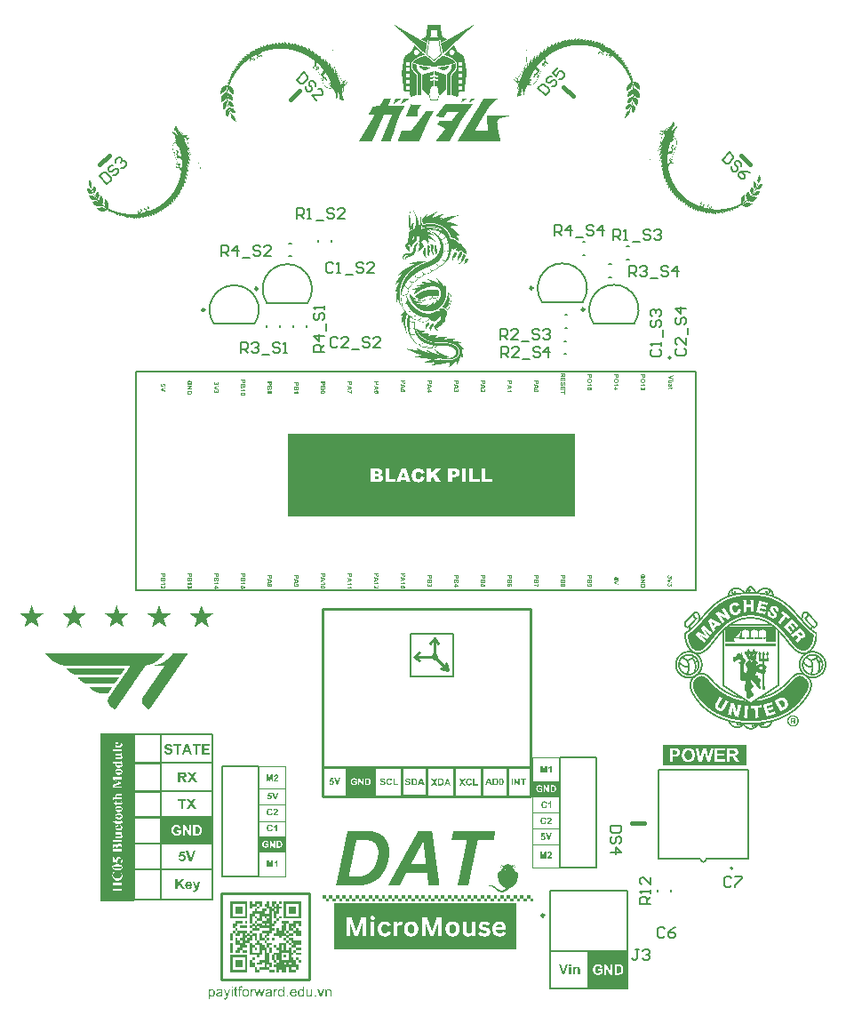
<source format=gbr>
G04*
G04 #@! TF.GenerationSoftware,Altium Limited,Altium Designer,26.2.0 (7)*
G04*
G04 Layer_Color=65535*
%FSTAX25Y25*%
%MOIN*%
G70*
G04*
G04 #@! TF.SameCoordinates,DDC7E0C6-02D7-4959-A8D0-6A7BEAAAFFDF*
G04*
G04*
G04 #@! TF.FilePolarity,Positive*
G04*
G01*
G75*
%ADD10C,0.00787*%
%ADD11C,0.01200*%
%ADD12C,0.00500*%
%ADD13C,0.00984*%
%ADD14C,0.01000*%
%ADD15C,0.00394*%
%ADD16C,0.01575*%
%ADD17C,0.00700*%
G36*
X0055847Y0195845D02*
X0055818D01*
Y0195788D01*
X0055789D01*
Y019573D01*
X0055761D01*
Y0195673D01*
X0055732D01*
Y0195358D01*
X0055761D01*
Y01953D01*
X0055789D01*
Y0195272D01*
X0055818D01*
Y0195243D01*
X0055847D01*
Y0195214D01*
X0055875D01*
Y0195185D01*
X0055904D01*
Y0195214D01*
X0055933D01*
Y0195272D01*
X0055961D01*
Y01953D01*
X005599D01*
Y0195329D01*
X0056047D01*
Y0195358D01*
X0056076D01*
Y0195386D01*
X0056105D01*
Y0195415D01*
X0056133D01*
Y0195444D01*
X0056191D01*
Y0195472D01*
X0056219D01*
Y0195501D01*
X0056305D01*
Y019553D01*
X0056363D01*
Y0195558D01*
X005642D01*
Y0195587D01*
X0056506D01*
Y0195616D01*
X0056592D01*
Y0195644D01*
X0056678D01*
Y0195673D01*
X0056793D01*
Y0195702D01*
X0056908D01*
Y019573D01*
X005708D01*
Y0195759D01*
X0057137D01*
Y0195702D01*
X0057108D01*
Y0195644D01*
X005708D01*
Y0195272D01*
X0057108D01*
Y0195185D01*
X0057137D01*
Y0195128D01*
X0057194D01*
Y0195157D01*
X0057223D01*
Y0195185D01*
X005728D01*
Y0195214D01*
X0057309D01*
Y0195243D01*
X0057367D01*
Y0195272D01*
X0057424D01*
Y01953D01*
X0057481D01*
Y0195329D01*
X0057539D01*
Y0195358D01*
X0057596D01*
Y0195386D01*
X0057625D01*
Y0195415D01*
X0057711D01*
Y0195444D01*
X0057768D01*
Y0195472D01*
X0057825D01*
Y0195501D01*
X0057911D01*
Y019553D01*
X0058026D01*
Y0195558D01*
X0058198D01*
Y0195501D01*
X0058169D01*
Y0195472D01*
X0058141D01*
Y0195386D01*
X0058112D01*
Y01953D01*
X0058141D01*
Y0195214D01*
X0058169D01*
Y0195185D01*
X0058198D01*
Y0195157D01*
X0058227D01*
Y0195128D01*
X0058255D01*
Y0195099D01*
X0058284D01*
Y0195071D01*
X0058341D01*
Y0195042D01*
X005837D01*
Y0195013D01*
X0058485D01*
Y0195042D01*
X0058514D01*
Y0195071D01*
X0058571D01*
Y0195099D01*
X0058628D01*
Y0195128D01*
X0058686D01*
Y0195157D01*
X0058743D01*
Y0195185D01*
X00588D01*
Y0195214D01*
X0058886D01*
Y0195243D01*
X0058944D01*
Y0195272D01*
X0059001D01*
Y01953D01*
X0059058D01*
Y0195329D01*
X0059116D01*
Y0195358D01*
X0059202D01*
Y0195386D01*
X0059345D01*
Y0195329D01*
X0059374D01*
Y0195185D01*
X0059403D01*
Y0194985D01*
X0059431D01*
Y0194841D01*
X005946D01*
Y019487D01*
X0059489D01*
Y0194899D01*
X0059546D01*
Y0194927D01*
X0059575D01*
Y0194956D01*
X0059632D01*
Y0194985D01*
X0059689D01*
Y0195013D01*
X0059747D01*
Y0195042D01*
X0059804D01*
Y0195071D01*
X005989D01*
Y0195099D01*
X0059976D01*
Y0195128D01*
X0060148D01*
Y0195157D01*
X0060464D01*
Y0195128D01*
X0060435D01*
Y0195099D01*
X0060406D01*
Y0195013D01*
X0060378D01*
Y0194985D01*
X0060406D01*
Y019487D01*
X0060435D01*
Y0194813D01*
X0060464D01*
Y0194784D01*
X0060492D01*
Y0194755D01*
X0060521D01*
Y0194727D01*
X006055D01*
Y0194698D01*
X0060607D01*
Y0194727D01*
X0060664D01*
Y0194755D01*
X0060722D01*
Y0194784D01*
X0060779D01*
Y0194813D01*
X0060836D01*
Y0194841D01*
X0060951D01*
Y019487D01*
X0061094D01*
Y0194899D01*
X0061353D01*
Y0194927D01*
X0061496D01*
Y0194841D01*
X0061467D01*
Y0194727D01*
X0061496D01*
Y0194641D01*
X0061525D01*
Y0194555D01*
X0061553D01*
Y0194526D01*
X0061582D01*
Y0194469D01*
X0061611D01*
Y0194411D01*
X0061639D01*
Y0194383D01*
X0061668D01*
Y0194354D01*
X0061697D01*
Y0194325D01*
X0061754D01*
Y0194354D01*
X0061811D01*
Y0194383D01*
X0061869D01*
Y0194411D01*
X0061955D01*
Y019444D01*
X0062069D01*
Y0194469D01*
X0062184D01*
Y0194497D01*
X0062385D01*
Y0194526D01*
X0062844D01*
Y0194497D01*
X0062815D01*
Y0194469D01*
X0062786D01*
Y019444D01*
X0062758D01*
Y0194383D01*
X0062729D01*
Y0194325D01*
X00627D01*
Y0194067D01*
X0062729D01*
Y019401D01*
X0062758D01*
Y0193952D01*
X0062786D01*
Y0193981D01*
X0062844D01*
Y019401D01*
X0062901D01*
Y0194038D01*
X006293D01*
Y0194067D01*
X0062987D01*
Y0194096D01*
X0063045D01*
Y0194124D01*
X0063102D01*
Y0194153D01*
X0063188D01*
Y0194182D01*
X0063245D01*
Y0194211D01*
X006336D01*
Y0194239D01*
X0063761D01*
Y0194182D01*
X0063733D01*
Y0194124D01*
X0063704D01*
Y0194038D01*
X0063675D01*
Y0193866D01*
X0063704D01*
Y019378D01*
X0063733D01*
Y0193694D01*
X0063761D01*
Y0193666D01*
X0063819D01*
Y0193694D01*
X0063905D01*
Y0193723D01*
X0063991D01*
Y0193752D01*
X0064106D01*
Y019378D01*
X0064335D01*
Y0193809D01*
X0064536D01*
Y019378D01*
X0064736D01*
Y0193752D01*
X006488D01*
Y0193694D01*
X0064851D01*
Y0193666D01*
X0064823D01*
Y0193637D01*
X0064794D01*
Y019358D01*
X0064765D01*
Y0193236D01*
X006531D01*
Y0193264D01*
X0065396D01*
Y0193293D01*
X0065453D01*
Y0193322D01*
X0065482D01*
Y019335D01*
X0065511D01*
Y0193407D01*
X0065539D01*
Y019335D01*
X0065568D01*
Y0193293D01*
X0065597D01*
Y0193236D01*
X0065625D01*
Y0193149D01*
X0065654D01*
Y0193035D01*
X0065683D01*
Y0192691D01*
X0065855D01*
Y0192719D01*
X0066572D01*
Y0192691D01*
X0066686D01*
Y0192605D01*
X0066658D01*
Y0192174D01*
X0067403D01*
Y0192146D01*
X0067661D01*
Y019206D01*
X006769D01*
Y0191916D01*
X0067719D01*
Y0191773D01*
X0067747D01*
Y019163D01*
X0067776D01*
Y0191486D01*
X0067805D01*
Y0191457D01*
X0067891D01*
Y0191429D01*
X0068063D01*
Y01914D01*
X0068235D01*
Y0191372D01*
X0068378D01*
Y0191343D01*
X0068493D01*
Y0191314D01*
X0068608D01*
Y0191286D01*
X0068694D01*
Y0191257D01*
X006878D01*
Y0191228D01*
X0068866D01*
Y0191199D01*
X0068952D01*
Y0191171D01*
X0069009D01*
Y0191142D01*
X0069067D01*
Y0191113D01*
X0069038D01*
Y0191085D01*
X0068952D01*
Y0191056D01*
X0068895D01*
Y0191027D01*
X0068866D01*
Y0190999D01*
X0068837D01*
Y019097D01*
X0068809D01*
Y0190941D01*
X006878D01*
Y0190884D01*
X0068751D01*
Y0190683D01*
X0069038D01*
Y0190655D01*
X0069181D01*
Y0190626D01*
X0069296D01*
Y0190597D01*
X0069353D01*
Y0190569D01*
X0069439D01*
Y019054D01*
X0069497D01*
Y0190511D01*
X0069554D01*
Y0190482D01*
X0069612D01*
Y0190454D01*
X0069669D01*
Y0190425D01*
X0069726D01*
Y0190396D01*
X0069755D01*
Y0190368D01*
X0069812D01*
Y0190339D01*
X0069841D01*
Y0190311D01*
X006987D01*
Y0190282D01*
X0069927D01*
Y0190253D01*
X0069841D01*
Y0190224D01*
X0069755D01*
Y0190196D01*
X0069726D01*
Y0190167D01*
X0069669D01*
Y0190138D01*
X006964D01*
Y019011D01*
X0069583D01*
Y0190081D01*
X0069554D01*
Y0190052D01*
X0069525D01*
Y0190024D01*
X0069497D01*
Y0189995D01*
X0069841D01*
Y0189966D01*
X0069984D01*
Y0189938D01*
X0070099D01*
Y0189909D01*
X0070185D01*
Y018988D01*
X0070271D01*
Y0189852D01*
X0070357D01*
Y0189823D01*
X0070414D01*
Y0189794D01*
X0070472D01*
Y0189766D01*
X0070529D01*
Y0189737D01*
X0070587D01*
Y0189708D01*
X0070615D01*
Y018968D01*
X0070673D01*
Y0189651D01*
X0070701D01*
Y0189622D01*
X0070759D01*
Y0189594D01*
X0070787D01*
Y0189565D01*
X0070816D01*
Y0189536D01*
X0070787D01*
Y0189507D01*
X0070673D01*
Y0189479D01*
X0070615D01*
Y018945D01*
X0070587D01*
Y0189421D01*
X0070558D01*
Y0189393D01*
X0070529D01*
Y0189364D01*
X00705D01*
Y0189307D01*
X0070472D01*
Y0189106D01*
X00705D01*
Y0188991D01*
X0070529D01*
Y0188934D01*
X0070615D01*
Y0188905D01*
X0070701D01*
Y0188877D01*
X0070787D01*
Y0188848D01*
X0070873D01*
Y0188819D01*
X0070959D01*
Y0188791D01*
X0071045D01*
Y0188762D01*
X0071131D01*
Y0188733D01*
X0071189D01*
Y0188705D01*
X0071275D01*
Y0188676D01*
X0071303D01*
Y0188647D01*
X0071361D01*
Y0188619D01*
X0071447D01*
Y018859D01*
X0071475D01*
Y0188561D01*
X0071533D01*
Y0188532D01*
X007159D01*
Y0188504D01*
X0071619D01*
Y0188475D01*
X0071648D01*
Y0188446D01*
X0071705D01*
Y0188418D01*
X0071734D01*
Y0188389D01*
X0071762D01*
Y018836D01*
X0071791D01*
Y0188332D01*
X007182D01*
Y0188303D01*
X0071734D01*
Y0188332D01*
X0071648D01*
Y0188303D01*
X0071561D01*
Y0188274D01*
X0071533D01*
Y0188246D01*
X0071504D01*
Y0188217D01*
X0071475D01*
Y018816D01*
X0071447D01*
Y0188045D01*
X0071418D01*
Y0187988D01*
X0071504D01*
Y0187959D01*
X0071648D01*
Y018793D01*
X0071734D01*
Y0187902D01*
X0071791D01*
Y0187873D01*
X0071848D01*
Y0187844D01*
X0071906D01*
Y0187816D01*
X0071934D01*
Y0187787D01*
X0071992D01*
Y0187758D01*
X007202D01*
Y018773D01*
X0072078D01*
Y0187701D01*
X0072106D01*
Y0187672D01*
X0072135D01*
Y0187644D01*
X0072192D01*
Y0187615D01*
X0072221D01*
Y0187586D01*
X007225D01*
Y0187557D01*
X0072278D01*
Y0187529D01*
X0072307D01*
Y01875D01*
X0072336D01*
Y0187471D01*
X0072364D01*
Y0187443D01*
X0072393D01*
Y0187414D01*
X0072422D01*
Y0187385D01*
X0072451D01*
Y0187357D01*
X0072479D01*
Y0187328D01*
X0072508D01*
Y0187299D01*
X0072536D01*
Y0187271D01*
X0072565D01*
Y0187213D01*
X0072508D01*
Y0187242D01*
X0072078D01*
Y0187213D01*
X007202D01*
Y0187156D01*
X0072078D01*
Y0187127D01*
X0072164D01*
Y0187099D01*
X0072221D01*
Y018707D01*
X0072278D01*
Y0187041D01*
X0072336D01*
Y0187013D01*
X0072393D01*
Y0186984D01*
X0072451D01*
Y0186955D01*
X0072508D01*
Y0186927D01*
X0072565D01*
Y0186898D01*
X0072594D01*
Y0186869D01*
X0072651D01*
Y0186841D01*
X007268D01*
Y0186812D01*
X0072737D01*
Y0186783D01*
X0072766D01*
Y0186755D01*
X0072823D01*
Y0186726D01*
X0072852D01*
Y0186697D01*
X0072909D01*
Y0186669D01*
X0072938D01*
Y018664D01*
X0072967D01*
Y0186611D01*
X0072995D01*
Y0186583D01*
X0073053D01*
Y0186554D01*
X0073081D01*
Y0186525D01*
X007311D01*
Y0186496D01*
X0073139D01*
Y0186468D01*
X0073167D01*
Y0186439D01*
X0073196D01*
Y018641D01*
X007311D01*
Y0186439D01*
X0072909D01*
Y018641D01*
X0072795D01*
Y0186382D01*
X0072737D01*
Y0186353D01*
X0072709D01*
Y0186324D01*
X007268D01*
Y0186296D01*
X0072651D01*
Y0186238D01*
X0072623D01*
Y0186181D01*
X007268D01*
Y0186152D01*
X0072766D01*
Y0186124D01*
X0072852D01*
Y0186095D01*
X0072909D01*
Y0186066D01*
X0072995D01*
Y0186038D01*
X0073053D01*
Y0186009D01*
X0073081D01*
Y018598D01*
X0073139D01*
Y0185952D01*
X0073196D01*
Y0185923D01*
X0073253D01*
Y0185894D01*
X0073311D01*
Y0185866D01*
X0073339D01*
Y0185837D01*
X0073397D01*
Y0185808D01*
X0073426D01*
Y018578D01*
X0073454D01*
Y0185751D01*
X0073511D01*
Y0185722D01*
X007354D01*
Y0185694D01*
X0073569D01*
Y0185665D01*
X0073598D01*
Y0185636D01*
X0073511D01*
Y0185608D01*
X0073426D01*
Y0185579D01*
X0073368D01*
Y018555D01*
X0073339D01*
Y0185521D01*
X0073282D01*
Y0185493D01*
X0073253D01*
Y0185464D01*
X0073225D01*
Y0185435D01*
X0073196D01*
Y0185349D01*
X0073282D01*
Y0185321D01*
X0073368D01*
Y0185292D01*
X0073454D01*
Y0185263D01*
X0073511D01*
Y0185235D01*
X0073569D01*
Y0185206D01*
X0073626D01*
Y0185177D01*
X0073684D01*
Y0185149D01*
X0073741D01*
Y018512D01*
X0073798D01*
Y0185091D01*
X0073827D01*
Y0185063D01*
X0073884D01*
Y0185034D01*
X0073913D01*
Y0185005D01*
X0073942D01*
Y0184977D01*
X0073999D01*
Y0184948D01*
X0074028D01*
Y0184919D01*
X0074056D01*
Y018489D01*
X0074085D01*
Y0184862D01*
X0074114D01*
Y0184833D01*
X0074171D01*
Y0184804D01*
X00742D01*
Y0184776D01*
X0074228D01*
Y0184747D01*
X0074257D01*
Y0184719D01*
X0074114D01*
Y018469D01*
X0074028D01*
Y0184661D01*
X0073999D01*
Y0184632D01*
X0073942D01*
Y0184604D01*
X0073913D01*
Y0184546D01*
X0073884D01*
Y0184518D01*
X0073856D01*
Y018446D01*
X0073827D01*
Y0184374D01*
X0073856D01*
Y0184346D01*
X0073913D01*
Y0184317D01*
X0073999D01*
Y0184288D01*
X0074056D01*
Y018426D01*
X0074114D01*
Y0184231D01*
X0074171D01*
Y0184202D01*
X00742D01*
Y0184174D01*
X0074257D01*
Y0184145D01*
X0074314D01*
Y0184116D01*
X0074343D01*
Y0184088D01*
X0074372D01*
Y0184059D01*
X0074429D01*
Y018403D01*
X0074458D01*
Y0184002D01*
X0074487D01*
Y0183973D01*
X0074515D01*
Y0183944D01*
X0074544D01*
Y0183915D01*
X0074573D01*
Y0183887D01*
X0074601D01*
Y0183858D01*
X007463D01*
Y0183829D01*
X0074659D01*
Y0183772D01*
X0074687D01*
Y0183744D01*
X0074716D01*
Y0183686D01*
X0074659D01*
Y0183657D01*
X007463D01*
Y0183629D01*
X0074601D01*
Y01836D01*
X0074573D01*
Y0183571D01*
X0074544D01*
Y0183514D01*
X0074515D01*
Y0183457D01*
X0074487D01*
Y0183285D01*
X0074458D01*
Y0183227D01*
X0074487D01*
Y0183199D01*
X0074515D01*
Y018317D01*
X0074573D01*
Y0183141D01*
X007463D01*
Y0183113D01*
X0074687D01*
Y0183084D01*
X0074716D01*
Y0183055D01*
X0074773D01*
Y0183027D01*
X0074802D01*
Y0182998D01*
X0074859D01*
Y0182969D01*
X0074888D01*
Y018294D01*
X0074917D01*
Y0182912D01*
X0074945D01*
Y0182883D01*
X0074974D01*
Y0182854D01*
X0075003D01*
Y0182826D01*
X0075031D01*
Y0182797D01*
X007506D01*
Y0182768D01*
X0075089D01*
Y018274D01*
X0075117D01*
Y0182711D01*
X0075146D01*
Y0182682D01*
X0075175D01*
Y0182654D01*
X0075204D01*
Y0182625D01*
X0075232D01*
Y0182568D01*
X0075175D01*
Y0182539D01*
X0075146D01*
Y018251D01*
X0075089D01*
Y0182482D01*
X007506D01*
Y0182453D01*
X0075031D01*
Y0182396D01*
X0075003D01*
Y0182338D01*
X0074974D01*
Y0182252D01*
X0074945D01*
Y0182195D01*
X0074974D01*
Y0182138D01*
X0075003D01*
Y018208D01*
X0075031D01*
Y0182052D01*
X007506D01*
Y0182023D01*
X0075117D01*
Y0181994D01*
X0075175D01*
Y0181965D01*
X0075204D01*
Y0181937D01*
X0075232D01*
Y0181908D01*
X0075289D01*
Y0181879D01*
X0075318D01*
Y0181851D01*
X0075347D01*
Y0181822D01*
X0075375D01*
Y0181793D01*
X0075404D01*
Y0181765D01*
X0075433D01*
Y0181736D01*
X0075462D01*
Y0181707D01*
X007549D01*
Y0181679D01*
X0075519D01*
Y018165D01*
X0075548D01*
Y0181593D01*
X0075576D01*
Y0181564D01*
X0075605D01*
Y0181507D01*
X0075634D01*
Y0181449D01*
X0075662D01*
Y0181421D01*
X0075519D01*
Y0181392D01*
X007549D01*
Y0181363D01*
X0075462D01*
Y0181335D01*
X0075433D01*
Y0181306D01*
X0075404D01*
Y0181249D01*
X0075375D01*
Y0181191D01*
X0075347D01*
Y0181134D01*
X0075375D01*
Y0181048D01*
X0075404D01*
Y0180991D01*
X0075462D01*
Y0180962D01*
X0075548D01*
Y0180933D01*
X0075605D01*
Y0180904D01*
X0075662D01*
Y0180876D01*
X0075691D01*
Y0180847D01*
X007572D01*
Y0180818D01*
X0075748D01*
Y0180761D01*
X0075777D01*
Y0180732D01*
X0075806D01*
Y0180675D01*
X0075834D01*
Y0180646D01*
X0075863D01*
Y0180589D01*
X0075892D01*
Y0180532D01*
X007592D01*
Y0180474D01*
X0075806D01*
Y0180446D01*
X007572D01*
Y0180417D01*
X0075691D01*
Y0180388D01*
X0075662D01*
Y018036D01*
X0075634D01*
Y0180216D01*
X0075662D01*
Y018013D01*
X0075691D01*
Y0180016D01*
X007572D01*
Y0179929D01*
X0075748D01*
Y0179843D01*
X0075777D01*
Y0179786D01*
X0075806D01*
Y0179757D01*
X0075834D01*
Y0179729D01*
X0075863D01*
Y01797D01*
X0075892D01*
Y0179643D01*
X007592D01*
Y0179614D01*
X0075949D01*
Y0179671D01*
X0076322D01*
Y0179643D01*
X0076523D01*
Y0179614D01*
X0076666D01*
Y0179585D01*
X0076781D01*
Y0179557D01*
X0076895D01*
Y0179528D01*
X0076981D01*
Y0179499D01*
X0077039D01*
Y0179471D01*
X0077125D01*
Y0179442D01*
X0077182D01*
Y0179413D01*
X0077268D01*
Y0179385D01*
X0077325D01*
Y0179356D01*
X0077383D01*
Y0179327D01*
X007744D01*
Y0179299D01*
X0077498D01*
Y017927D01*
X0077555D01*
Y0179241D01*
X0077584D01*
Y0179212D01*
X0077641D01*
Y0179184D01*
X007767D01*
Y0179155D01*
X0077727D01*
Y0179127D01*
X0077756D01*
Y0179098D01*
X0077784D01*
Y0179069D01*
X0077813D01*
Y0179041D01*
X007787D01*
Y0179012D01*
X0077899D01*
Y0178983D01*
X0077928D01*
Y0178954D01*
X0077956D01*
Y0178926D01*
X0077985D01*
Y0178868D01*
X0078014D01*
Y017884D01*
X0078043D01*
Y0178811D01*
X0078071D01*
Y0178754D01*
X00781D01*
Y0178725D01*
X0078128D01*
Y0178668D01*
X0078157D01*
Y0178639D01*
X0078186D01*
Y0178582D01*
X0078215D01*
Y0178524D01*
X0078243D01*
Y0178467D01*
X0078272D01*
Y017841D01*
X0078301D01*
Y0178352D01*
X0078329D01*
Y0178295D01*
X0078358D01*
Y0178209D01*
X0078387D01*
Y0178152D01*
X0078415D01*
Y0178066D01*
X0078444D01*
Y0177979D01*
X0078473D01*
Y0177893D01*
X0078501D01*
Y0177807D01*
X007853D01*
Y0177664D01*
X0078559D01*
Y0177549D01*
X0078587D01*
Y0177406D01*
X0078616D01*
Y0177234D01*
X0078645D01*
Y0176976D01*
X0078673D01*
Y0176374D01*
X0078645D01*
Y0176402D01*
X0078616D01*
Y0176431D01*
X0078587D01*
Y017646D01*
X007853D01*
Y0176488D01*
X0078473D01*
Y0176517D01*
X0078444D01*
Y0176546D01*
X0078387D01*
Y0176574D01*
X0078329D01*
Y0176603D01*
X0078301D01*
Y0176632D01*
X0078243D01*
Y017666D01*
X0078186D01*
Y0176689D01*
X0078157D01*
Y0176718D01*
X00781D01*
Y0176746D01*
X0078043D01*
Y0176775D01*
X0078014D01*
Y0176804D01*
X0077956D01*
Y0176832D01*
X0077928D01*
Y0176861D01*
X007787D01*
Y017689D01*
X0077842D01*
Y0176918D01*
X0077784D01*
Y0176947D01*
X0077727D01*
Y0176976D01*
X0077698D01*
Y0177004D01*
X007767D01*
Y0177033D01*
X0077612D01*
Y0177062D01*
X0077584D01*
Y0177091D01*
X0077526D01*
Y0177119D01*
X0077498D01*
Y0177148D01*
X007744D01*
Y0177176D01*
X0077412D01*
Y0177205D01*
X0077354D01*
Y0177234D01*
X0077325D01*
Y0177262D01*
X0077268D01*
Y0177291D01*
X007724D01*
Y017732D01*
X0077211D01*
Y0177348D01*
X0077153D01*
Y0177377D01*
X0077125D01*
Y0177406D01*
X0077096D01*
Y0177435D01*
X0077039D01*
Y0177463D01*
X007701D01*
Y0177492D01*
X0076981D01*
Y0177521D01*
X0076924D01*
Y0177549D01*
X0076895D01*
Y0177578D01*
X0076867D01*
Y0177607D01*
X0076838D01*
Y0177635D01*
X0076809D01*
Y0177664D01*
X0076781D01*
Y0177693D01*
X0076752D01*
Y0177721D01*
X0076723D01*
Y017775D01*
X0076695D01*
Y0177779D01*
X0076666D01*
Y0177807D01*
X0076637D01*
Y0177836D01*
X0076609D01*
Y0177893D01*
X007658D01*
Y0177922D01*
X0076551D01*
Y0177979D01*
X0076523D01*
Y0178037D01*
X0076494D01*
Y0178094D01*
X0076465D01*
Y0178152D01*
X0076437D01*
Y0178209D01*
X0076408D01*
Y0178266D01*
X0076379D01*
Y0178324D01*
X007635D01*
Y017841D01*
X0076322D01*
Y0178496D01*
X0076293D01*
Y0178553D01*
X0076265D01*
Y0178639D01*
X0076236D01*
Y0178725D01*
X0076207D01*
Y0178811D01*
X0076178D01*
Y0178897D01*
X007615D01*
Y0178983D01*
X0076121D01*
Y0179069D01*
X0076092D01*
Y0179155D01*
X0076064D01*
Y0179184D01*
X0076035D01*
Y0179155D01*
X0075978D01*
Y0179127D01*
X0075949D01*
Y0179012D01*
X0075978D01*
Y0178868D01*
X0076006D01*
Y0178725D01*
X0076035D01*
Y0178582D01*
X0076064D01*
Y0178438D01*
X0076092D01*
Y0178266D01*
X0076121D01*
Y0178123D01*
X007615D01*
Y0177922D01*
X0076178D01*
Y0177721D01*
X0076207D01*
Y0177521D01*
X0076236D01*
Y0177291D01*
X0076265D01*
Y0177234D01*
X007635D01*
Y0177205D01*
X0076408D01*
Y0177176D01*
X0076437D01*
Y0177148D01*
X0076494D01*
Y0177119D01*
X0076523D01*
Y0177091D01*
X007658D01*
Y0177062D01*
X0076609D01*
Y0177033D01*
X0076666D01*
Y0177004D01*
X0076723D01*
Y0176976D01*
X0076953D01*
Y0177004D01*
X007701D01*
Y0177033D01*
X0077096D01*
Y0177062D01*
X0077182D01*
Y017689D01*
X0077153D01*
Y0176775D01*
X0077125D01*
Y0176689D01*
X0077096D01*
Y0176632D01*
X0077068D01*
Y0176603D01*
X0077096D01*
Y0176574D01*
X0077153D01*
Y0176546D01*
X0077211D01*
Y0176517D01*
X0077297D01*
Y0176488D01*
X0077325D01*
Y017646D01*
X0077383D01*
Y0176431D01*
X007744D01*
Y0176402D01*
X0077498D01*
Y0176374D01*
X0077526D01*
Y0176345D01*
X0077584D01*
Y0176316D01*
X0077641D01*
Y0176287D01*
X007767D01*
Y0176259D01*
X0077698D01*
Y017623D01*
X0077756D01*
Y0176201D01*
X0077784D01*
Y0176173D01*
X0077813D01*
Y0176144D01*
X0077842D01*
Y0176115D01*
X007787D01*
Y0176087D01*
X0077899D01*
Y0176058D01*
X0077928D01*
Y0176029D01*
X0077956D01*
Y0176001D01*
X0077985D01*
Y0175972D01*
X0078014D01*
Y0175943D01*
X0078043D01*
Y0175886D01*
X0078071D01*
Y0175857D01*
X00781D01*
Y01758D01*
X0078128D01*
Y0175743D01*
X0078157D01*
Y0175685D01*
X0078186D01*
Y0175599D01*
X0078215D01*
Y0175542D01*
X0078243D01*
Y0175456D01*
X0078272D01*
Y0175341D01*
X0078301D01*
Y0175226D01*
X0078329D01*
Y0175112D01*
X0078358D01*
Y017494D01*
X0078387D01*
Y0174653D01*
X0078415D01*
Y0174022D01*
X0078387D01*
Y0173735D01*
X0078358D01*
Y0173535D01*
X0078329D01*
Y0173391D01*
X0078272D01*
Y017342D01*
X0078243D01*
Y0173449D01*
X0078186D01*
Y0173477D01*
X0078157D01*
Y0173506D01*
X00781D01*
Y0173535D01*
X0078071D01*
Y0173563D01*
X0078014D01*
Y0173592D01*
X0077985D01*
Y0173621D01*
X0077956D01*
Y0173649D01*
X0077928D01*
Y0173621D01*
X0077956D01*
Y0173592D01*
X0077985D01*
Y0173563D01*
X0077813D01*
Y0173592D01*
X0077698D01*
Y0173621D01*
X0077584D01*
Y0173649D01*
X0077526D01*
Y0173678D01*
X0077469D01*
Y0173707D01*
X0077412D01*
Y0173735D01*
X0077354D01*
Y0173764D01*
X0077297D01*
Y0173793D01*
X0077268D01*
Y0173821D01*
X0077211D01*
Y017385D01*
X0077182D01*
Y0173879D01*
X0077153D01*
Y0173907D01*
X0077125D01*
Y0173936D01*
X0077096D01*
Y0173965D01*
X0077068D01*
Y0173993D01*
X0077039D01*
Y0174022D01*
X007701D01*
Y0174051D01*
X0076953D01*
Y0174079D01*
X0076924D01*
Y0174137D01*
X0076895D01*
Y0174165D01*
X0076867D01*
Y0174194D01*
X0076838D01*
Y0174223D01*
X0076809D01*
Y0174251D01*
X0076781D01*
Y017428D01*
X0076752D01*
Y0174309D01*
X0076723D01*
Y0174337D01*
X0076695D01*
Y0174395D01*
X0076666D01*
Y0174424D01*
X0076637D01*
Y0174452D01*
X0076609D01*
Y0174481D01*
X007658D01*
Y0174538D01*
X0076551D01*
Y0174567D01*
X0076523D01*
Y0174624D01*
X0076494D01*
Y0174596D01*
X0076465D01*
Y0174481D01*
X0076437D01*
Y0174337D01*
X0076408D01*
Y0174137D01*
X0076379D01*
Y017385D01*
X007635D01*
Y0173449D01*
X0076379D01*
Y0173735D01*
X0076408D01*
Y0173879D01*
X0076437D01*
Y017385D01*
X0076494D01*
Y0173821D01*
X0076551D01*
Y0173793D01*
X0076609D01*
Y0173764D01*
X0076666D01*
Y0173735D01*
X0076723D01*
Y0173707D01*
X0076781D01*
Y0173678D01*
X0076838D01*
Y0173649D01*
X0076895D01*
Y0173621D01*
X0076924D01*
Y0173592D01*
X0076981D01*
Y0173563D01*
X0077039D01*
Y0173535D01*
X0077068D01*
Y0173506D01*
X0077096D01*
Y0173477D01*
X0077153D01*
Y0173449D01*
X0077182D01*
Y017342D01*
X007724D01*
Y0173391D01*
X0077268D01*
Y0173363D01*
X0077297D01*
Y0173334D01*
X0077325D01*
Y0173305D01*
X0077354D01*
Y0173276D01*
X0077383D01*
Y0173248D01*
X0077412D01*
Y0173219D01*
X007744D01*
Y017319D01*
X0077469D01*
Y0173162D01*
X0077498D01*
Y0173133D01*
X0077526D01*
Y0173104D01*
X0077555D01*
Y0173047D01*
X0077584D01*
Y0173018D01*
X0077612D01*
Y017299D01*
X0077641D01*
Y0172932D01*
X007767D01*
Y0172875D01*
X0077698D01*
Y0172789D01*
X0077727D01*
Y0172703D01*
X0077756D01*
Y0172559D01*
X0077784D01*
Y0172301D01*
X0077813D01*
Y0171929D01*
X0077784D01*
Y0171613D01*
X0077756D01*
Y0171441D01*
X0077727D01*
Y0171298D01*
X0077698D01*
Y0171154D01*
X007767D01*
Y017104D01*
X0077641D01*
Y0170954D01*
X0077612D01*
Y0170839D01*
X0077584D01*
Y0170753D01*
X0077555D01*
Y0170667D01*
X0077526D01*
Y0170581D01*
X0077498D01*
Y0170524D01*
X007744D01*
Y0170552D01*
X0077383D01*
Y0170581D01*
X0077354D01*
Y0170609D01*
X0077297D01*
Y0170638D01*
X0077268D01*
Y0170667D01*
X007724D01*
Y0170695D01*
X0077211D01*
Y0170724D01*
X0077153D01*
Y0170753D01*
X0077125D01*
Y0170782D01*
X0077096D01*
Y017081D01*
X0077068D01*
Y0170839D01*
X0077039D01*
Y0170868D01*
X007701D01*
Y0170896D01*
X0076981D01*
Y0170925D01*
X0076953D01*
Y0170954D01*
X0076924D01*
Y0170982D01*
X0076895D01*
Y0171011D01*
X0076867D01*
Y017104D01*
X0076838D01*
Y0171068D01*
X0076809D01*
Y0171097D01*
X0076781D01*
Y0171154D01*
X0076752D01*
Y0171183D01*
X0076723D01*
Y0171212D01*
X0076695D01*
Y0171269D01*
X0076666D01*
Y0171298D01*
X0076637D01*
Y0171355D01*
X0076609D01*
Y0171384D01*
X007658D01*
Y0171441D01*
X0076551D01*
Y017147D01*
X0076523D01*
Y0171527D01*
X0076494D01*
Y0171584D01*
X0076465D01*
Y0171642D01*
X0076437D01*
Y0171728D01*
X0076408D01*
Y0171785D01*
X0076379D01*
Y0171871D01*
X007635D01*
Y0171986D01*
X0076322D01*
Y0173018D01*
X007635D01*
Y0173219D01*
X0076322D01*
Y0173305D01*
X0076293D01*
Y017342D01*
X0076265D01*
Y0173563D01*
X0076236D01*
Y017342D01*
X0076207D01*
Y0173219D01*
X0076178D01*
Y0173047D01*
X007615D01*
Y0172875D01*
X0076121D01*
Y0172703D01*
X0076092D01*
Y0172559D01*
X0076064D01*
Y0172416D01*
X0076035D01*
Y0172301D01*
X0076006D01*
Y0172158D01*
X0075978D01*
Y0172043D01*
X0075949D01*
Y01719D01*
X007592D01*
Y0171785D01*
X0075892D01*
Y017167D01*
X0075863D01*
Y0171556D01*
X0075834D01*
Y017147D01*
X0075806D01*
Y0171355D01*
X0075777D01*
Y0171269D01*
X0075748D01*
Y0171154D01*
X007572D01*
Y0171068D01*
X0075691D01*
Y0170982D01*
X0075662D01*
Y0170896D01*
X0075634D01*
Y017081D01*
X0075605D01*
Y0170724D01*
X0075576D01*
Y0170638D01*
X0075548D01*
Y0170552D01*
X0075519D01*
Y0170466D01*
X007549D01*
Y0170409D01*
Y017038D01*
X0075462D01*
Y0170294D01*
X0075433D01*
Y0170237D01*
X0075404D01*
Y0170151D01*
X0075375D01*
Y0170093D01*
X0075347D01*
Y0170007D01*
X0075318D01*
Y0169921D01*
X0075289D01*
Y0169864D01*
X0075261D01*
Y0169807D01*
X0075232D01*
Y016972D01*
X0075204D01*
Y0169663D01*
X0075175D01*
Y0169606D01*
X0075146D01*
Y016952D01*
X0075117D01*
Y0169462D01*
X0075089D01*
Y0169405D01*
X007506D01*
Y0169348D01*
X0075031D01*
Y0169262D01*
X0075003D01*
Y0169204D01*
X0074974D01*
Y0169147D01*
X0074945D01*
Y016909D01*
X0074917D01*
Y0169032D01*
X0074888D01*
Y0168975D01*
X0074859D01*
Y0168918D01*
X0074831D01*
Y0168832D01*
X0074802D01*
Y0168344D01*
X0074773D01*
Y0168115D01*
X0074745D01*
Y0167943D01*
X0074716D01*
Y0167828D01*
X0074687D01*
Y0167713D01*
X0074659D01*
Y0167627D01*
X007463D01*
Y0167541D01*
X0074601D01*
Y0167484D01*
X0074573D01*
Y0167426D01*
X0074544D01*
Y0167369D01*
X0074515D01*
Y016734D01*
X0074487D01*
Y0167283D01*
X0074458D01*
Y0167254D01*
X0074429D01*
Y0167197D01*
X0074401D01*
Y0167168D01*
X0074372D01*
Y016714D01*
X0074343D01*
Y0167111D01*
X0074314D01*
Y0167054D01*
X0074286D01*
Y0167025D01*
X0074257D01*
Y0166996D01*
X0074228D01*
Y0166967D01*
X00742D01*
Y0166939D01*
X0074171D01*
Y016691D01*
X0074142D01*
Y0166882D01*
X0074114D01*
Y0166853D01*
X0074085D01*
Y0166824D01*
X0074056D01*
Y0166796D01*
X0074028D01*
Y0166767D01*
X0073999D01*
Y0166738D01*
X007397D01*
Y0166709D01*
X0073913D01*
Y0166681D01*
X0073884D01*
Y0166652D01*
X0073856D01*
Y0166623D01*
X0073827D01*
Y0166595D01*
X0073798D01*
Y0166566D01*
X007377D01*
Y0166537D01*
X0073712D01*
Y0166509D01*
X0073684D01*
Y016648D01*
X0073626D01*
Y0166451D01*
X0073598D01*
Y0166423D01*
X0073569D01*
Y0166394D01*
X0073511D01*
Y0166365D01*
X0073483D01*
Y0166337D01*
X0073426D01*
Y0166308D01*
X0073397D01*
Y0166279D01*
X0073339D01*
Y0166251D01*
X0073282D01*
Y0166222D01*
X0073225D01*
Y0166193D01*
X0073196D01*
Y0166165D01*
X0073139D01*
Y0166136D01*
X0073081D01*
Y0166107D01*
X0073024D01*
Y0166079D01*
X0072967D01*
Y016605D01*
X0072909D01*
Y0166021D01*
X0072852D01*
Y0165992D01*
X0072766D01*
Y016605D01*
X0072795D01*
Y0166136D01*
X0072823D01*
Y0166222D01*
X0072852D01*
Y0166308D01*
X0072881D01*
Y0166394D01*
X0072909D01*
Y016648D01*
X0072938D01*
Y0166566D01*
X0072967D01*
Y0166652D01*
X0072995D01*
Y0166738D01*
X0073024D01*
Y0166824D01*
X0073053D01*
Y016691D01*
X0073081D01*
Y0166967D01*
X007311D01*
Y0167054D01*
X0073139D01*
Y016714D01*
X0073167D01*
Y0167197D01*
X0073196D01*
Y0167283D01*
X0073225D01*
Y016734D01*
X0073253D01*
Y0167426D01*
X0073282D01*
Y0167484D01*
X0073311D01*
Y0167541D01*
X0073339D01*
Y0167627D01*
X0073368D01*
Y0167684D01*
X0073397D01*
Y0167742D01*
X0073426D01*
Y0167799D01*
X0073454D01*
Y0167857D01*
X0073483D01*
Y0167885D01*
X0073511D01*
Y0167943D01*
X007354D01*
Y0168D01*
X0073569D01*
Y0168029D01*
X0073598D01*
Y0168057D01*
X0073626D01*
Y0168115D01*
X0073655D01*
Y0168143D01*
X0073684D01*
Y0168172D01*
X0073712D01*
Y0168201D01*
X0073741D01*
Y0168229D01*
X007377D01*
Y0168258D01*
X0073798D01*
Y0168287D01*
X0073827D01*
Y0168315D01*
X0073856D01*
Y0168344D01*
X0073884D01*
Y0168373D01*
X0073913D01*
Y0168401D01*
X007397D01*
Y016843D01*
X0073999D01*
Y0168459D01*
X0074028D01*
Y0168487D01*
X0074056D01*
Y0168516D01*
X0074085D01*
Y0168545D01*
X0074142D01*
Y0168573D01*
X0074171D01*
Y0168602D01*
X00742D01*
Y0168631D01*
X0074228D01*
Y0168659D01*
X0074286D01*
Y0168688D01*
X0074314D01*
Y0168717D01*
X0074343D01*
Y0168746D01*
X0074401D01*
Y0168774D01*
X0074429D01*
Y0168803D01*
X0074458D01*
Y0168832D01*
X0074515D01*
Y016886D01*
X0074544D01*
Y0168889D01*
X0074573D01*
Y0168918D01*
X0074601D01*
Y0168946D01*
X007463D01*
Y0169004D01*
X0074659D01*
Y0169061D01*
X0074687D01*
Y0169118D01*
X0074716D01*
Y0169204D01*
X0074745D01*
Y0169262D01*
X0074773D01*
Y0169319D01*
X0074802D01*
Y0169376D01*
X0074831D01*
Y0169462D01*
X0074859D01*
Y016952D01*
X0074888D01*
Y0169577D01*
X0074917D01*
Y0169634D01*
X0074945D01*
Y016972D01*
X0074974D01*
Y0169778D01*
X0075003D01*
Y0169864D01*
X0075031D01*
Y0169921D01*
X007506D01*
Y0169979D01*
X0075089D01*
Y0170065D01*
X0075117D01*
Y0170151D01*
X0075146D01*
Y0170237D01*
X0075175D01*
Y0170294D01*
X0075204D01*
Y017038D01*
X0075232D01*
Y0170466D01*
X0075261D01*
Y0170552D01*
X0075289D01*
Y0170638D01*
X0075318D01*
Y0170724D01*
X0075347D01*
Y0170782D01*
X0075375D01*
Y0170896D01*
X0075404D01*
Y0170982D01*
X0075433D01*
Y0171068D01*
X0075462D01*
Y0171154D01*
X007549D01*
Y0171269D01*
X0075519D01*
Y0171355D01*
X0075548D01*
Y017147D01*
X0075576D01*
Y0171584D01*
X0075605D01*
Y017167D01*
X0075634D01*
Y0171814D01*
X0075662D01*
Y0171929D01*
X0075691D01*
Y0172043D01*
X007572D01*
Y0172187D01*
X0075748D01*
Y0172301D01*
X0075777D01*
Y0172445D01*
X0075806D01*
Y0172588D01*
X0075834D01*
Y017276D01*
X0075863D01*
Y0172932D01*
X0075892D01*
Y0173133D01*
X007592D01*
Y0173334D01*
X0075949D01*
Y0173535D01*
X0075978D01*
Y0173821D01*
X0076006D01*
Y0174137D01*
X0076035D01*
Y0174624D01*
X0076064D01*
Y017494D01*
X0076035D01*
Y0174911D01*
X0076006D01*
Y0174854D01*
X0075978D01*
Y0174796D01*
X0075949D01*
Y0174768D01*
X007592D01*
Y017471D01*
X0075892D01*
Y0174682D01*
X0075863D01*
Y0174653D01*
X0075834D01*
Y0174624D01*
X0075777D01*
Y0174596D01*
X0075748D01*
Y0174567D01*
X0075691D01*
Y0174624D01*
X007572D01*
Y0174739D01*
X0075748D01*
Y0174825D01*
X0075777D01*
Y0174968D01*
X0075806D01*
Y0175112D01*
X0075834D01*
Y0175312D01*
X0075863D01*
Y0175513D01*
X0075834D01*
Y0175341D01*
X0075806D01*
Y0175226D01*
X0075777D01*
Y017514D01*
X0075748D01*
Y0175054D01*
X007572D01*
Y0174997D01*
X0075691D01*
Y017494D01*
X0075662D01*
Y0174882D01*
X0075634D01*
Y0174854D01*
X0075605D01*
Y0174796D01*
X0075576D01*
Y0174768D01*
X0075548D01*
Y0174739D01*
X0075519D01*
Y017471D01*
X007549D01*
Y0174682D01*
X0075462D01*
Y0174653D01*
X0075433D01*
Y0174624D01*
X0075404D01*
Y0174596D01*
X0075375D01*
Y0174567D01*
X0075347D01*
Y0174538D01*
X0075318D01*
Y017451D01*
X0075289D01*
Y0174481D01*
X0075232D01*
Y0174452D01*
X0075204D01*
Y0174424D01*
X0075146D01*
Y0174395D01*
X0075117D01*
Y0174366D01*
X007506D01*
Y0174337D01*
X0075031D01*
Y0174309D01*
X0074974D01*
Y017428D01*
X0074917D01*
Y0174251D01*
X0074859D01*
Y0174223D01*
X0074802D01*
Y0174194D01*
X0074745D01*
Y0174165D01*
X0074687D01*
Y0174137D01*
X007463D01*
Y0174108D01*
X0074573D01*
Y0174079D01*
X0074487D01*
Y0174051D01*
X0074401D01*
Y0174022D01*
X0074343D01*
Y0173993D01*
X0074257D01*
Y0173965D01*
X0074142D01*
Y0173936D01*
X0074028D01*
Y0173907D01*
X0073913D01*
Y0174108D01*
X0073942D01*
Y0174452D01*
X007397D01*
Y0174682D01*
X0073999D01*
Y0174854D01*
X0074028D01*
Y0174968D01*
X0074056D01*
Y0175083D01*
X0074085D01*
Y0175198D01*
X0074114D01*
Y0175284D01*
X0074142D01*
Y017537D01*
X0074171D01*
Y0175427D01*
X00742D01*
Y0175513D01*
X0074228D01*
Y0175571D01*
X0074257D01*
Y0175628D01*
X0074286D01*
Y0175685D01*
X0074314D01*
Y0175714D01*
X0074343D01*
Y0175771D01*
X0074372D01*
Y01758D01*
X0074401D01*
Y0175829D01*
X0074429D01*
Y0175857D01*
X0074458D01*
Y0175886D01*
X0074487D01*
Y0175915D01*
X0074515D01*
Y0175943D01*
X0074544D01*
Y0175972D01*
X0074573D01*
Y0176001D01*
X0074601D01*
Y0176029D01*
X007463D01*
Y0176058D01*
X0074687D01*
Y0176087D01*
X0074716D01*
Y0176115D01*
X0074745D01*
Y0176144D01*
X0074802D01*
Y0176173D01*
X0074831D01*
Y0176201D01*
X0074859D01*
Y017623D01*
X0074917D01*
Y0176259D01*
X0074945D01*
Y0176287D01*
X0075003D01*
Y0176316D01*
X007506D01*
Y0176345D01*
X0075089D01*
Y0176374D01*
X0075146D01*
Y0176402D01*
X0075204D01*
Y0176431D01*
X0075261D01*
Y017646D01*
X0075289D01*
Y0176488D01*
X0075347D01*
Y0176517D01*
X0075404D01*
Y0176546D01*
X0075462D01*
Y0176574D01*
X0075519D01*
Y0176603D01*
X0075605D01*
Y0176632D01*
X0075662D01*
Y017666D01*
X007572D01*
Y0176689D01*
X0075806D01*
Y0176718D01*
X0075892D01*
Y0175915D01*
X007592D01*
Y0176201D01*
X0075949D01*
Y017646D01*
X0075978D01*
Y017666D01*
X0076006D01*
Y0176718D01*
X0075978D01*
Y0177004D01*
X0075949D01*
Y0177205D01*
X007592D01*
Y0177348D01*
X0075892D01*
Y0177463D01*
X0075863D01*
Y0177578D01*
X0075834D01*
Y0177693D01*
X0075806D01*
Y0177807D01*
X0075777D01*
Y0177922D01*
X0075748D01*
Y0178037D01*
X007572D01*
Y0178152D01*
X0075691D01*
Y0178237D01*
X0075662D01*
Y0178352D01*
X0075634D01*
Y0178438D01*
X0075605D01*
Y0178553D01*
X0075576D01*
Y0178639D01*
X0075548D01*
Y0178725D01*
X0075519D01*
Y0178438D01*
X0075548D01*
Y0178152D01*
X0075519D01*
Y0177893D01*
X007549D01*
Y0177779D01*
X0075462D01*
Y0177664D01*
X0075433D01*
Y0177607D01*
X0075404D01*
Y0177549D01*
X0075375D01*
Y0177492D01*
X0075347D01*
Y0177463D01*
X0075318D01*
Y0177406D01*
X0075289D01*
Y0177377D01*
X0075261D01*
Y017732D01*
X0075232D01*
Y0177291D01*
X0075204D01*
Y0177262D01*
X0075175D01*
Y0177234D01*
X0075146D01*
Y0177205D01*
X0075117D01*
Y0177148D01*
X0075089D01*
Y0177119D01*
X007506D01*
Y0177091D01*
X0075031D01*
Y0177062D01*
X0075003D01*
Y0177033D01*
X0074974D01*
Y0177004D01*
X0074945D01*
Y0176976D01*
X0074917D01*
Y0176947D01*
X0074888D01*
Y0176918D01*
X0074859D01*
Y017689D01*
X0074831D01*
Y0176861D01*
X0074802D01*
Y0176832D01*
X0074745D01*
Y0176804D01*
X0074716D01*
Y0176775D01*
X0074687D01*
Y0176746D01*
X0074659D01*
Y0176718D01*
X007463D01*
Y0176689D01*
X0074573D01*
Y017666D01*
X0074544D01*
Y0176632D01*
X0074515D01*
Y0176603D01*
X0074458D01*
Y0176574D01*
X0074429D01*
Y0176546D01*
X0074372D01*
Y0176517D01*
X0074343D01*
Y0176488D01*
X0074314D01*
Y017646D01*
X0074257D01*
Y0176431D01*
X0074228D01*
Y0176402D01*
X0074171D01*
Y0176374D01*
X0074142D01*
Y0176345D01*
X0074085D01*
Y0176316D01*
X0074056D01*
Y0176287D01*
X0073999D01*
Y0176259D01*
X007397D01*
Y017623D01*
X0073913D01*
Y0176201D01*
X0073856D01*
Y0176173D01*
X0073827D01*
Y0176144D01*
X007377D01*
Y0176115D01*
X0073741D01*
Y0176087D01*
X0073712D01*
Y0176144D01*
X0073684D01*
Y0176345D01*
X0073655D01*
Y0176689D01*
X0073626D01*
Y0177176D01*
X0073655D01*
Y0177463D01*
X0073684D01*
Y0177635D01*
X0073712D01*
Y017775D01*
X0073741D01*
Y0177865D01*
X007377D01*
Y0177951D01*
X0073798D01*
Y0178037D01*
X0073827D01*
Y0178094D01*
X0073856D01*
Y0178152D01*
X0073884D01*
Y0178209D01*
X0073913D01*
Y0178237D01*
X0073942D01*
Y0178295D01*
X007397D01*
Y0178324D01*
X0073999D01*
Y0178381D01*
X0074028D01*
Y017841D01*
X0074056D01*
Y0178438D01*
X0074085D01*
Y0178467D01*
X0074114D01*
Y0178524D01*
X0074142D01*
Y0178553D01*
X0074171D01*
Y0178582D01*
X00742D01*
Y017861D01*
X0074228D01*
Y0178639D01*
X0074257D01*
Y0178668D01*
X0074286D01*
Y0178696D01*
X0074314D01*
Y0178725D01*
X0074343D01*
Y0178754D01*
X0074372D01*
Y0178782D01*
X0074401D01*
Y0178811D01*
X0074429D01*
Y017884D01*
X0074458D01*
Y0178868D01*
X0074487D01*
Y0178897D01*
X0074515D01*
Y0178926D01*
X0074544D01*
Y0178954D01*
X0074573D01*
Y0178983D01*
X007463D01*
Y0179012D01*
X0074659D01*
Y0179041D01*
X0074687D01*
Y0179069D01*
X0074716D01*
Y0179098D01*
X0074745D01*
Y0179127D01*
X0074802D01*
Y0179155D01*
X0074831D01*
Y0179184D01*
X0074859D01*
Y0179212D01*
X0074917D01*
Y0179241D01*
X0074945D01*
Y017927D01*
X0074974D01*
Y0179299D01*
X0075031D01*
Y0179327D01*
X007506D01*
Y0179356D01*
X0075117D01*
Y0179385D01*
X0075146D01*
Y0179413D01*
X0075204D01*
Y0179442D01*
X0075261D01*
Y0179471D01*
X0075289D01*
Y0179585D01*
X0075261D01*
Y0179671D01*
X0075232D01*
Y0179757D01*
X0075204D01*
Y0179843D01*
X0075175D01*
Y0179929D01*
X0075146D01*
Y0180016D01*
X0075117D01*
Y0180102D01*
X0075089D01*
Y0180188D01*
X007506D01*
Y0180245D01*
X0075031D01*
Y0180331D01*
X0075003D01*
Y0180388D01*
X0074974D01*
Y0180474D01*
X0074945D01*
Y0180532D01*
X0074917D01*
Y0180589D01*
X0074888D01*
Y0180675D01*
X0074859D01*
Y0180732D01*
X0074831D01*
Y0180818D01*
X0074802D01*
Y0180904D01*
X0074773D01*
Y0180962D01*
X0074745D01*
Y0181019D01*
X0074716D01*
Y0181077D01*
X0074687D01*
Y0181134D01*
X0074659D01*
Y0181191D01*
X007463D01*
Y0181249D01*
X0074601D01*
Y0181306D01*
X0074573D01*
Y0181392D01*
X0074544D01*
Y0181449D01*
X0074515D01*
Y0181507D01*
X0074487D01*
Y0181564D01*
X0074458D01*
Y0181621D01*
X0074429D01*
Y0181679D01*
X0074401D01*
Y0181736D01*
X0074372D01*
Y0181765D01*
X0074343D01*
Y0181822D01*
X0074314D01*
Y0181879D01*
X0074286D01*
Y0181937D01*
X0074257D01*
Y0181994D01*
X0074228D01*
Y0182052D01*
X00742D01*
Y0182109D01*
X0074171D01*
Y0182166D01*
X0074142D01*
Y0182195D01*
X0074114D01*
Y0182252D01*
X0074085D01*
Y018231D01*
X0074056D01*
Y0182367D01*
X0074028D01*
Y0182424D01*
X0073999D01*
Y0182482D01*
X007397D01*
Y018251D01*
X0073942D01*
Y0182568D01*
X0073913D01*
Y0182625D01*
X0073884D01*
Y0182682D01*
X0073856D01*
Y018274D01*
X0073827D01*
Y0182768D01*
X0073798D01*
Y0182826D01*
X007377D01*
Y0182883D01*
X0073741D01*
Y018294D01*
X0073712D01*
Y0182998D01*
X0073684D01*
Y0183027D01*
X0073655D01*
Y0183084D01*
X0073626D01*
Y0183141D01*
X0073598D01*
Y018317D01*
X0073569D01*
Y0183227D01*
X007354D01*
Y0183285D01*
X0073511D01*
Y0183342D01*
X0073483D01*
Y0183371D01*
X0073454D01*
Y0183428D01*
X0073426D01*
Y0183485D01*
X0073397D01*
Y0183514D01*
X0073368D01*
Y0183571D01*
X0073339D01*
Y0183629D01*
X0073311D01*
Y0183657D01*
X0073282D01*
Y0183715D01*
X0073253D01*
Y0183744D01*
X0073225D01*
Y0183801D01*
X0073196D01*
Y0183858D01*
X0073167D01*
Y0183887D01*
X0073139D01*
Y0183944D01*
X007311D01*
Y0183973D01*
X0073081D01*
Y018403D01*
X0073053D01*
Y0184059D01*
X0073024D01*
Y0184116D01*
X0072995D01*
Y0184145D01*
X0072967D01*
Y0184202D01*
X0072938D01*
Y0184231D01*
X0072909D01*
Y0184288D01*
X0072881D01*
Y0184317D01*
X0072852D01*
Y0184374D01*
X0072823D01*
Y0184403D01*
X0072795D01*
Y018446D01*
X0072766D01*
Y0184489D01*
X0072737D01*
Y0184546D01*
X0072709D01*
Y0184575D01*
X007268D01*
Y0184632D01*
X0072651D01*
Y0184661D01*
X0072623D01*
Y018469D01*
X0072594D01*
Y0184747D01*
X0072565D01*
Y0184776D01*
X0072536D01*
Y0184833D01*
X0072508D01*
Y0184862D01*
X0072479D01*
Y018489D01*
X0072451D01*
Y0184948D01*
X0072422D01*
Y0184977D01*
X0072393D01*
Y0185034D01*
X0072364D01*
Y0185063D01*
X0072336D01*
Y0185091D01*
X0072307D01*
Y0185149D01*
X0072278D01*
Y0185177D01*
X007225D01*
Y0185206D01*
X0072221D01*
Y0185263D01*
X0072192D01*
Y0185292D01*
X0072164D01*
Y0185321D01*
X0072135D01*
Y0185378D01*
X0072106D01*
Y0185407D01*
X0072078D01*
Y0185435D01*
X0072049D01*
Y0185493D01*
X007202D01*
Y0185521D01*
X0071992D01*
Y018555D01*
X0071963D01*
Y0185579D01*
X0071934D01*
Y0185636D01*
X0071906D01*
Y0185665D01*
X0071877D01*
Y0185694D01*
X0071848D01*
Y0185722D01*
X007182D01*
Y018578D01*
X0071791D01*
Y0185808D01*
X0071762D01*
Y0185837D01*
X0071734D01*
Y0185866D01*
X0071705D01*
Y0185923D01*
X0071676D01*
Y0185952D01*
X0071648D01*
Y018598D01*
X0071619D01*
Y0186009D01*
X007159D01*
Y0186066D01*
X0071561D01*
Y0186095D01*
X0071533D01*
Y0186124D01*
X0071504D01*
Y0186152D01*
X0071475D01*
Y0186181D01*
X0071447D01*
Y0186238D01*
X0071418D01*
Y0186267D01*
X0071389D01*
Y0186296D01*
X0071361D01*
Y0186324D01*
X0071332D01*
Y0186353D01*
X0071303D01*
Y0186382D01*
X0071275D01*
Y0186439D01*
X0071246D01*
Y0186468D01*
X0071217D01*
Y0186496D01*
X0071189D01*
Y0186525D01*
X007116D01*
Y0186554D01*
X0071131D01*
Y0186583D01*
X0071103D01*
Y0186611D01*
X0071074D01*
Y0186669D01*
X0071045D01*
Y0186697D01*
X0071017D01*
Y0186726D01*
X0070988D01*
Y0186755D01*
X0070959D01*
Y0186783D01*
X0070931D01*
Y0186812D01*
X0070902D01*
Y0186841D01*
X0070873D01*
Y0186869D01*
X0070845D01*
Y0186898D01*
X0070816D01*
Y0186927D01*
X0070787D01*
Y0186955D01*
X0070759D01*
Y0186984D01*
X007073D01*
Y0187013D01*
X0070701D01*
Y0187041D01*
X0070673D01*
Y018707D01*
X0070644D01*
Y0187099D01*
X0070615D01*
Y0187127D01*
X0070587D01*
Y0187156D01*
X0070558D01*
Y0187185D01*
X0070529D01*
Y0187213D01*
X00705D01*
Y0187242D01*
X0070472D01*
Y0187271D01*
X0070443D01*
Y0187299D01*
X0070414D01*
Y0187328D01*
X0070386D01*
Y0187357D01*
X0070357D01*
Y0187385D01*
X0070328D01*
Y0187414D01*
X00703D01*
Y0187443D01*
X0070271D01*
Y0187471D01*
X0070242D01*
Y01875D01*
X0070214D01*
Y0187529D01*
X0070185D01*
Y0187557D01*
X0070156D01*
Y0187586D01*
X0070128D01*
Y0187615D01*
X0070099D01*
Y0187644D01*
X007007D01*
Y0187672D01*
X0070042D01*
Y0187701D01*
X0070013D01*
Y018773D01*
X0069984D01*
Y0187758D01*
X0069956D01*
Y0187787D01*
X0069927D01*
Y0187816D01*
X0069898D01*
Y0187844D01*
X006987D01*
Y0187873D01*
X0069841D01*
Y0187902D01*
X0069812D01*
Y018793D01*
X0069784D01*
Y0187959D01*
X0069755D01*
Y0187988D01*
X0069697D01*
Y0188016D01*
X0069669D01*
Y0188045D01*
X006964D01*
Y0188074D01*
X0069612D01*
Y0188102D01*
X0069583D01*
Y0188131D01*
X0069554D01*
Y018816D01*
X0069525D01*
Y0188188D01*
X0069497D01*
Y0188217D01*
X0069468D01*
Y0188246D01*
X0069439D01*
Y0188274D01*
X0069382D01*
Y0188303D01*
X0069353D01*
Y0188332D01*
X0069325D01*
Y018836D01*
X0069296D01*
Y0188389D01*
X0069267D01*
Y0188418D01*
X0069239D01*
Y0188446D01*
X006921D01*
Y0188475D01*
X0069153D01*
Y0188504D01*
X0069124D01*
Y0188532D01*
X0069095D01*
Y0188561D01*
X0069067D01*
Y018859D01*
X0069038D01*
Y0188619D01*
X0069009D01*
Y0188647D01*
X0068952D01*
Y0188676D01*
X0068923D01*
Y0188705D01*
X0068895D01*
Y0188733D01*
X0068866D01*
Y0188762D01*
X0068837D01*
Y0188791D01*
X006878D01*
Y0188819D01*
X0068751D01*
Y0188848D01*
X0068722D01*
Y0188877D01*
X0068694D01*
Y0188905D01*
X0068637D01*
Y0188934D01*
X0068608D01*
Y0188963D01*
X0068579D01*
Y0188991D01*
X006855D01*
Y018902D01*
X0068493D01*
Y0189049D01*
X0068464D01*
Y0189077D01*
X0068436D01*
Y0189106D01*
X0068407D01*
Y0189135D01*
X006835D01*
Y0189163D01*
X0068321D01*
Y0189192D01*
X0068292D01*
Y0189221D01*
X0068235D01*
Y0189249D01*
X0068206D01*
Y0189278D01*
X0068178D01*
Y0189307D01*
X0068149D01*
Y0189335D01*
X0068092D01*
Y0189364D01*
X0068063D01*
Y0189393D01*
X0068006D01*
Y0189421D01*
X0067977D01*
Y018945D01*
X0067948D01*
Y0189479D01*
X0067891D01*
Y0189507D01*
X0067862D01*
Y0189536D01*
X0067805D01*
Y0189565D01*
X0067776D01*
Y0189594D01*
X0067747D01*
Y0189622D01*
X006769D01*
Y0189651D01*
X0067661D01*
Y018968D01*
X0067633D01*
Y0189708D01*
X0067575D01*
Y0189737D01*
X0067547D01*
Y0189766D01*
X0067489D01*
Y0189794D01*
X0067461D01*
Y0189766D01*
X0067432D01*
Y0189737D01*
X0067403D01*
Y0189708D01*
X0067375D01*
Y018968D01*
X0067346D01*
Y0189651D01*
X0067317D01*
Y0189594D01*
X0067403D01*
Y0189565D01*
X0067518D01*
Y0189536D01*
X0067604D01*
Y0189507D01*
X006769D01*
Y0189479D01*
X0067719D01*
Y0189364D01*
X006769D01*
Y0188991D01*
X0067661D01*
Y0188963D01*
X0067633D01*
Y0188934D01*
X0067604D01*
Y0188905D01*
X0067575D01*
Y0188877D01*
X0067547D01*
Y0188848D01*
X0067518D01*
Y0188819D01*
X0067489D01*
Y0188791D01*
X0067461D01*
Y0188762D01*
X0067432D01*
Y0188733D01*
X0067403D01*
Y0188705D01*
X0067375D01*
Y0188676D01*
X0067346D01*
Y0188647D01*
X0067317D01*
Y0188619D01*
X0067289D01*
Y0188647D01*
X006726D01*
Y0188676D01*
X0067203D01*
Y0188705D01*
X0067174D01*
Y0188733D01*
X0067145D01*
Y0188762D01*
X0067117D01*
Y0188791D01*
X0067059D01*
Y0188819D01*
X0067031D01*
Y0188848D01*
X0067088D01*
Y0188819D01*
X0067203D01*
Y0188848D01*
X0067231D01*
Y0188877D01*
X006726D01*
Y0188905D01*
X0067289D01*
Y0188934D01*
X0067346D01*
Y0188963D01*
X0067375D01*
Y0188991D01*
X0067403D01*
Y018902D01*
X0067432D01*
Y0189307D01*
X0067346D01*
Y0189335D01*
X0067203D01*
Y0189364D01*
X0067059D01*
Y0189393D01*
X0066887D01*
Y0189421D01*
X0066744D01*
Y018945D01*
X00666D01*
Y0189479D01*
X0066428D01*
Y0189507D01*
X0066285D01*
Y0189536D01*
X0066142D01*
Y0189221D01*
X006617D01*
Y0189192D01*
X0066199D01*
Y0189163D01*
X0066228D01*
Y0189106D01*
X0066256D01*
Y0189077D01*
X0066285D01*
Y0189049D01*
X0066314D01*
Y018902D01*
X0066285D01*
Y0189049D01*
X0066228D01*
Y0189077D01*
X0066142D01*
Y0189106D01*
X0066056D01*
Y0189192D01*
X0066027D01*
Y0189307D01*
X0065998D01*
Y018945D01*
X0065941D01*
Y0189421D01*
X0065912D01*
Y0189335D01*
X0065941D01*
Y018902D01*
X006597D01*
Y0188991D01*
X0065998D01*
Y0188963D01*
X0066056D01*
Y0188934D01*
X0066084D01*
Y0188905D01*
X0065826D01*
Y0188991D01*
X0065798D01*
Y0189163D01*
X0065769D01*
Y0189307D01*
X006574D01*
Y0189479D01*
X0065711D01*
Y0189536D01*
X006574D01*
Y0189594D01*
X0065769D01*
Y0189622D01*
X0065798D01*
Y018968D01*
X0065826D01*
Y0189708D01*
X0065855D01*
Y0189737D01*
X0065883D01*
Y0189794D01*
X0065912D01*
Y0189823D01*
X0065941D01*
Y0189852D01*
X0066027D01*
Y0189823D01*
X0066084D01*
Y0189852D01*
X0066113D01*
Y018988D01*
X0066142D01*
Y0189909D01*
X006617D01*
Y0189966D01*
X0066228D01*
Y0189938D01*
X0066285D01*
Y0189909D01*
X0066342D01*
Y018988D01*
X00664D01*
Y0189852D01*
X0066457D01*
Y0189823D01*
X0066514D01*
Y0189794D01*
X0066572D01*
Y0189766D01*
X00666D01*
Y0189737D01*
X0066658D01*
Y0189708D01*
X0066715D01*
Y018968D01*
X0066773D01*
Y0189651D01*
X006683D01*
Y0189622D01*
X0066887D01*
Y018968D01*
X0066916D01*
Y0189737D01*
X0066945D01*
Y0189766D01*
X0066973D01*
Y0189823D01*
X0067002D01*
Y0189852D01*
X0067031D01*
Y0189909D01*
X0067059D01*
Y0189938D01*
X0067088D01*
Y0189966D01*
X0067117D01*
Y0190052D01*
X0067059D01*
Y0190081D01*
X0067031D01*
Y019011D01*
X0066973D01*
Y0190138D01*
X0066945D01*
Y0190167D01*
X0066859D01*
Y0190196D01*
X0066773D01*
Y0190224D01*
X0066715D01*
Y0190253D01*
X0066629D01*
Y0190282D01*
X0066572D01*
Y0190311D01*
X0066514D01*
Y0190339D01*
X0066457D01*
Y0190368D01*
X00664D01*
Y0190396D01*
X0066342D01*
Y0190425D01*
X0066314D01*
Y0190454D01*
X0066256D01*
Y0190482D01*
X0066228D01*
Y0190511D01*
X006617D01*
Y019054D01*
X0066142D01*
Y0190569D01*
X0066113D01*
Y0190597D01*
X0066084D01*
Y0190626D01*
X0066027D01*
Y0190655D01*
X0065998D01*
Y0190683D01*
X006597D01*
Y0190712D01*
X0065941D01*
Y0190741D01*
X0065912D01*
Y0190769D01*
X0065883D01*
Y0190798D01*
X0065826D01*
Y0190827D01*
X0065798D01*
Y0190855D01*
X006574D01*
Y0190884D01*
X0065683D01*
Y0190913D01*
X0065625D01*
Y0190941D01*
X0065568D01*
Y019097D01*
X0065511D01*
Y0190999D01*
X0065453D01*
Y0191027D01*
X0065425D01*
Y0191056D01*
X0065396D01*
Y0191027D01*
X0065367D01*
Y0190999D01*
X0065339D01*
Y019097D01*
X0065281D01*
Y0190941D01*
X0065253D01*
Y0190913D01*
X0065224D01*
Y0190884D01*
X0065167D01*
Y0190855D01*
X0065138D01*
Y0190827D01*
X0065081D01*
Y0190798D01*
X0065052D01*
Y0190769D01*
X0065023D01*
Y0190741D01*
X0064966D01*
Y0190712D01*
X0064937D01*
Y0190683D01*
X006488D01*
Y0190655D01*
X0064823D01*
Y0190626D01*
X0064794D01*
Y0190597D01*
X0064736D01*
Y0190569D01*
X0064708D01*
Y019054D01*
X006465D01*
Y0190511D01*
X0064622D01*
Y0190482D01*
X0064593D01*
Y0190454D01*
X006465D01*
Y0190425D01*
X0064708D01*
Y0190396D01*
X0064765D01*
Y0190368D01*
X0064823D01*
Y0190339D01*
X0064851D01*
Y0190311D01*
X0064908D01*
Y0190282D01*
X0064966D01*
Y0190224D01*
X0064937D01*
Y019011D01*
X0064908D01*
Y0189995D01*
X006488D01*
Y0189852D01*
X0064851D01*
Y0189794D01*
X0064823D01*
Y0189766D01*
X0064794D01*
Y0189737D01*
X0064736D01*
Y0189708D01*
X0064708D01*
Y018968D01*
X006465D01*
Y0189651D01*
X0064622D01*
Y0189622D01*
X0064564D01*
Y0189594D01*
X0064536D01*
Y0189565D01*
X0064478D01*
Y0189536D01*
X006445D01*
Y0189507D01*
X0064364D01*
Y0189536D01*
X0064335D01*
Y0189565D01*
X0064306D01*
Y0189622D01*
X0064278D01*
Y0189651D01*
X0064249D01*
Y018968D01*
X006422D01*
Y0189708D01*
X0064192D01*
Y0189737D01*
X0064163D01*
Y0189766D01*
X006422D01*
Y0189737D01*
X0064306D01*
Y0189708D01*
X0064335D01*
Y0189737D01*
X0064392D01*
Y0189766D01*
X0064421D01*
Y0189794D01*
X0064478D01*
Y0189823D01*
X0064536D01*
Y0189852D01*
X0064564D01*
Y018988D01*
X0064622D01*
Y0190024D01*
X006465D01*
Y0190167D01*
X0064593D01*
Y0190196D01*
X0064507D01*
Y0190224D01*
X006445D01*
Y0190253D01*
X0064364D01*
Y0190282D01*
X0064306D01*
Y0190311D01*
X006422D01*
Y0190339D01*
X0064134D01*
Y0190368D01*
X0064077D01*
Y0190396D01*
X0063991D01*
Y0190425D01*
X0063933D01*
Y0190454D01*
X0063848D01*
Y0190482D01*
X006379D01*
Y0190511D01*
X0063704D01*
Y019054D01*
X0063647D01*
Y0190569D01*
X0063561D01*
Y0190597D01*
X0063503D01*
Y0190626D01*
X0063417D01*
Y0190425D01*
X0063389D01*
Y0190282D01*
X0063417D01*
Y0190224D01*
X0063446D01*
Y0190167D01*
X0063475D01*
Y0190138D01*
X0063503D01*
Y019011D01*
X0063446D01*
Y0190138D01*
X0063389D01*
Y0190167D01*
X006336D01*
Y0190196D01*
X0063303D01*
Y0190224D01*
X0063274D01*
Y0190569D01*
X0063188D01*
Y0190368D01*
X0063159D01*
Y019011D01*
X0063188D01*
Y0190081D01*
X0063217D01*
Y0190052D01*
X0063245D01*
Y0190024D01*
X0063274D01*
Y0189995D01*
X0063217D01*
Y0190024D01*
X0063073D01*
Y0190052D01*
X0063016D01*
Y0190712D01*
X0063045D01*
Y0190741D01*
X0063073D01*
Y0190769D01*
X0063102D01*
Y0190798D01*
X006313D01*
Y0190827D01*
X0063159D01*
Y0190855D01*
X0063188D01*
Y0190884D01*
X0063217D01*
Y0190913D01*
X0063245D01*
Y0190941D01*
X0063303D01*
Y019097D01*
X006336D01*
Y0190941D01*
X0063417D01*
Y0190913D01*
X0063446D01*
Y0190941D01*
X0063475D01*
Y019097D01*
X0063503D01*
Y0190999D01*
X0063561D01*
Y0191027D01*
X0063618D01*
Y0190999D01*
X0063647D01*
Y019097D01*
X0063675D01*
Y0190941D01*
X0063704D01*
Y0190913D01*
X0063761D01*
Y0190884D01*
X006379D01*
Y0190855D01*
X0063819D01*
Y0190827D01*
X0063848D01*
Y0190798D01*
X0063905D01*
Y0190769D01*
X0063933D01*
Y0190741D01*
X0063962D01*
Y0190712D01*
X0063991D01*
Y0190683D01*
X006402D01*
Y0190655D01*
X0064077D01*
Y0190626D01*
X0064106D01*
Y0190597D01*
X0064134D01*
Y0190569D01*
X0064192D01*
Y0190597D01*
X006422D01*
Y0190626D01*
X0064249D01*
Y0190655D01*
X0064278D01*
Y0190712D01*
X0064306D01*
Y0190741D01*
X0064364D01*
Y0190769D01*
X0064392D01*
Y0190798D01*
X0064421D01*
Y0190827D01*
X006445D01*
Y0190855D01*
X0064478D01*
Y0190884D01*
X0064507D01*
Y0190913D01*
X0064536D01*
Y0190941D01*
X0064564D01*
Y019097D01*
X0064593D01*
Y0190999D01*
X0064507D01*
Y0191027D01*
X0064421D01*
Y0191056D01*
X0064335D01*
Y0191085D01*
X0064278D01*
Y0191113D01*
X0064249D01*
Y0191142D01*
X0064192D01*
Y0191171D01*
X0064134D01*
Y0191199D01*
X0064106D01*
Y0191228D01*
X0064048D01*
Y0191257D01*
X006402D01*
Y0191286D01*
X0063991D01*
Y0191314D01*
X0063933D01*
Y0191343D01*
X0063905D01*
Y0191372D01*
X0063876D01*
Y01914D01*
X0063848D01*
Y0191429D01*
X0063819D01*
Y0191457D01*
X006379D01*
Y0191486D01*
X0063733D01*
Y0191515D01*
X0063704D01*
Y0191544D01*
X0063675D01*
Y0191601D01*
X0063647D01*
Y019163D01*
X0063618D01*
Y0191658D01*
X0063589D01*
Y0191687D01*
X0063561D01*
Y0191716D01*
X0063532D01*
Y0191773D01*
X0063503D01*
Y0191802D01*
X0063475D01*
Y0191859D01*
X0063446D01*
Y0191916D01*
X0063417D01*
Y0191974D01*
X006336D01*
Y0192002D01*
X0063274D01*
Y0192031D01*
X0063188D01*
Y019206D01*
X006313D01*
Y0192088D01*
X0063045D01*
Y0192117D01*
X0062987D01*
Y0192146D01*
X0062901D01*
Y0192174D01*
X0062815D01*
Y0192203D01*
X0062729D01*
Y0192232D01*
X0062643D01*
Y0192261D01*
X0062557D01*
Y0192289D01*
X0062471D01*
Y0192318D01*
X0062414D01*
Y0192347D01*
X0062299D01*
Y0192375D01*
X0062213D01*
Y0192404D01*
X0062127D01*
Y0192432D01*
X0062041D01*
Y0192461D01*
X0061955D01*
Y019249D01*
X0061869D01*
Y0192519D01*
X0061754D01*
Y0192547D01*
X0061668D01*
Y0192576D01*
X0061553D01*
Y0192605D01*
X0061467D01*
Y0192633D01*
X0061353D01*
Y0192662D01*
X0061266D01*
Y0192691D01*
X0061152D01*
Y0192719D01*
X0061066D01*
Y0192748D01*
X0060951D01*
Y0192777D01*
X0060836D01*
Y0192805D01*
X0060722D01*
Y0192834D01*
X0060607D01*
Y0192863D01*
X0060464D01*
Y0192891D01*
X0060349D01*
Y019292D01*
X0060206D01*
Y0192949D01*
X0060062D01*
Y0192977D01*
X005989D01*
Y0193006D01*
X0059747D01*
Y0193035D01*
X0059603D01*
Y0193063D01*
X005946D01*
Y0193092D01*
X0059288D01*
Y0193121D01*
X0059116D01*
Y0193149D01*
X0058944D01*
Y0193178D01*
X0058714D01*
Y0193207D01*
X0058485D01*
Y0193236D01*
X0058284D01*
Y0193264D01*
X0058026D01*
Y0193293D01*
X0057682D01*
Y0193322D01*
X005728D01*
Y019335D01*
X0056678D01*
Y0193379D01*
X005513D01*
Y019335D01*
X0054585D01*
Y0193322D01*
X0054126D01*
Y0193293D01*
X0053868D01*
Y0193264D01*
X005361D01*
Y0193236D01*
X0053409D01*
Y0193207D01*
X005318D01*
Y0193178D01*
X0053008D01*
Y0193149D01*
X0052836D01*
Y0193121D01*
X0052635D01*
Y0193092D01*
X0052491D01*
Y0193063D01*
X0052319D01*
Y0193035D01*
X0052176D01*
Y0193006D01*
X0052033D01*
Y0192977D01*
X0051918D01*
Y0192949D01*
X0051775D01*
Y019292D01*
X005166D01*
Y0192891D01*
X0051545D01*
Y0192863D01*
X0051402D01*
Y0192834D01*
X0051287D01*
Y0192805D01*
X0051201D01*
Y0192777D01*
X0051086D01*
Y0192748D01*
X0050972D01*
Y0192719D01*
X0050857D01*
Y0192691D01*
X0050771D01*
Y0192662D01*
X0050656D01*
Y0192633D01*
X005057D01*
Y0192605D01*
X0050455D01*
Y0192576D01*
X0050369D01*
Y0192547D01*
X0050283D01*
Y0192519D01*
X0050197D01*
Y019249D01*
X0050083D01*
Y0192461D01*
X0049997D01*
Y0192432D01*
X0049911D01*
Y0192404D01*
X0049825D01*
Y0192375D01*
X0049738D01*
Y0192347D01*
X0049652D01*
Y0192318D01*
X0049595D01*
Y0192289D01*
X0049509D01*
Y0192261D01*
X0049423D01*
Y0192232D01*
X0049337D01*
Y0192203D01*
X004928D01*
Y0192174D01*
X0049194D01*
Y0192146D01*
X0049108D01*
Y0192117D01*
X004905D01*
Y0192088D01*
X0048964D01*
Y019206D01*
X0048878D01*
Y0192031D01*
X0048821D01*
Y0192002D01*
X0048735D01*
Y0191974D01*
X0048677D01*
Y0191945D01*
X0048591D01*
Y0191916D01*
X0048534D01*
Y0191888D01*
X0048477D01*
Y0191859D01*
X0048391D01*
Y019183D01*
X0048333D01*
Y0191802D01*
X0048247D01*
Y0191773D01*
X004819D01*
Y0191744D01*
X0048133D01*
Y0191716D01*
X0048075D01*
Y0191687D01*
X0047989D01*
Y0191658D01*
X0047932D01*
Y019163D01*
X0047875D01*
Y0191601D01*
X0047817D01*
Y0191572D01*
X004776D01*
Y0191544D01*
X0047702D01*
Y0191515D01*
X0047616D01*
Y0191486D01*
X0047559D01*
Y0191457D01*
X0047502D01*
Y0191429D01*
X0047444D01*
Y01914D01*
X0047387D01*
Y0191372D01*
X004733D01*
Y0191343D01*
X0047272D01*
Y0191314D01*
X0047215D01*
Y0191286D01*
X0047158D01*
Y0191257D01*
X00471D01*
Y0191228D01*
X0047043D01*
Y0191199D01*
X0046986D01*
Y0191171D01*
X0046928D01*
Y0191142D01*
X0046871D01*
Y0191113D01*
X0046842D01*
Y0191085D01*
X0046785D01*
Y0191056D01*
X0046727D01*
Y0191027D01*
X004667D01*
Y0190999D01*
X0046613D01*
Y019097D01*
X0046555D01*
Y0190941D01*
X0046527D01*
Y0190913D01*
X0046469D01*
Y0190884D01*
X0046412D01*
Y0190855D01*
X0046355D01*
Y0190827D01*
X0046297D01*
Y0190798D01*
X0046269D01*
Y0190769D01*
X0046211D01*
Y0190741D01*
X0046154D01*
Y0190712D01*
X0046097D01*
Y0190683D01*
X0046068D01*
Y0190655D01*
X0046011D01*
Y0190626D01*
X0045953D01*
Y0190597D01*
X0045896D01*
Y0190569D01*
X0045867D01*
Y019054D01*
X004581D01*
Y0190511D01*
X0045752D01*
Y0190482D01*
X0045724D01*
Y0190454D01*
X0045666D01*
Y0190425D01*
X0045609D01*
Y0190396D01*
X004558D01*
Y0190368D01*
X0045523D01*
Y0190339D01*
X0045494D01*
Y0190311D01*
X0045437D01*
Y0190282D01*
X0045408D01*
Y0190253D01*
X0045351D01*
Y0190224D01*
X0045322D01*
Y0190196D01*
X0045265D01*
Y0190167D01*
X0045208D01*
Y0190138D01*
X0045179D01*
Y019011D01*
X0045121D01*
Y0190081D01*
X0045093D01*
Y0190052D01*
X0045035D01*
Y0190024D01*
X0045007D01*
Y0189995D01*
X0044949D01*
Y0189966D01*
X0044921D01*
Y0189938D01*
X0044863D01*
Y0189909D01*
X0044835D01*
Y018988D01*
X0044777D01*
Y0189852D01*
X0044749D01*
Y0189823D01*
X0044691D01*
Y0189794D01*
X0044663D01*
Y0189766D01*
X0044605D01*
Y0189737D01*
X0044577D01*
Y0189708D01*
X0044519D01*
Y018968D01*
X0044491D01*
Y0189651D01*
X0044462D01*
Y0189622D01*
X0044405D01*
Y0189594D01*
X0044376D01*
Y0189565D01*
X0044319D01*
Y0189536D01*
X004429D01*
Y0189507D01*
X0044232D01*
Y0189479D01*
X0044204D01*
Y018945D01*
X0044175D01*
Y0189421D01*
X0044118D01*
Y0189393D01*
X0044089D01*
Y0189364D01*
X0044061D01*
Y0189335D01*
X0044003D01*
Y0189307D01*
X0043974D01*
Y0189278D01*
X0043946D01*
Y0189249D01*
X0043888D01*
Y0189221D01*
X004386D01*
Y0189192D01*
X0043831D01*
Y0189163D01*
X0043774D01*
Y0189135D01*
X0043745D01*
Y0189106D01*
X0043716D01*
Y0189077D01*
X0043659D01*
Y0189049D01*
X004363D01*
Y018902D01*
X0043602D01*
Y0188991D01*
X0043573D01*
Y0188963D01*
X0043516D01*
Y0188934D01*
X0043487D01*
Y0188905D01*
X0043458D01*
Y0188877D01*
X004343D01*
Y0188848D01*
X0043372D01*
Y0188819D01*
X0043343D01*
Y0188791D01*
X0043315D01*
Y0188762D01*
X0043286D01*
Y0188733D01*
X0043257D01*
Y0188705D01*
X00432D01*
Y0188647D01*
X0043257D01*
Y0188619D01*
X0043286D01*
Y0188561D01*
X0043315D01*
Y0188504D01*
X0043343D01*
Y0187988D01*
X0043315D01*
Y0187787D01*
X0043286D01*
Y0187644D01*
X0043257D01*
Y01875D01*
X0043229D01*
Y0187385D01*
X00432D01*
Y0187271D01*
X0043172D01*
Y0187242D01*
X00432D01*
Y0187213D01*
X0043229D01*
Y0187185D01*
X0043257D01*
Y0187156D01*
X0043315D01*
Y0187127D01*
X0043343D01*
Y0187099D01*
X0043372D01*
Y018707D01*
X0043401D01*
Y0187041D01*
X004343D01*
Y0187013D01*
X0043516D01*
Y0186955D01*
X0043544D01*
Y0186927D01*
X0043573D01*
Y0186898D01*
X0043602D01*
Y0186869D01*
X004363D01*
Y0186841D01*
X0043659D01*
Y0186812D01*
X0043688D01*
Y0186783D01*
X0043716D01*
Y0186755D01*
X0043745D01*
Y0186726D01*
X0043802D01*
Y0186697D01*
X0043831D01*
Y0186669D01*
X004386D01*
Y018664D01*
X0043888D01*
Y0186611D01*
X0043917D01*
Y0186583D01*
X0043946D01*
Y0186554D01*
X0043974D01*
Y0186525D01*
X0044003D01*
Y0186496D01*
X0044032D01*
Y0186382D01*
X0044003D01*
Y018621D01*
X0043974D01*
Y0186152D01*
X0043774D01*
Y0186124D01*
X0043516D01*
Y0186095D01*
X0043286D01*
Y0186124D01*
X0043343D01*
Y0186152D01*
X004343D01*
Y0186181D01*
X0043487D01*
Y018621D01*
X0043544D01*
Y0186238D01*
X0043602D01*
Y0186267D01*
X0043659D01*
Y0186296D01*
X0043716D01*
Y0186353D01*
X0043688D01*
Y0186382D01*
X0043659D01*
Y018641D01*
X004363D01*
Y0186439D01*
X0043602D01*
Y0186468D01*
X0043573D01*
Y0186496D01*
X0043544D01*
Y0186525D01*
X0043516D01*
Y0186554D01*
X0043487D01*
Y0186583D01*
X0043458D01*
Y0186611D01*
X004343D01*
Y018664D01*
X0043401D01*
Y0186669D01*
X0043372D01*
Y0186697D01*
X0043343D01*
Y0186726D01*
X0043315D01*
Y0186755D01*
X0043257D01*
Y0186726D01*
X0043229D01*
Y0186697D01*
X00432D01*
Y0186669D01*
X0043172D01*
Y018664D01*
X0043143D01*
Y0186611D01*
X0043114D01*
Y0186583D01*
X0043085D01*
Y0186554D01*
X0043057D01*
Y0186496D01*
X0043028D01*
Y0186468D01*
X0042999D01*
Y0186439D01*
X0042971D01*
Y018641D01*
X0042942D01*
Y0186382D01*
X0042913D01*
Y0186353D01*
X0042885D01*
Y0186296D01*
X0042856D01*
Y0186267D01*
X0042827D01*
Y0186238D01*
X0042799D01*
Y0186181D01*
X004277D01*
Y0186152D01*
X0042741D01*
Y0186124D01*
X0042713D01*
Y0186066D01*
X0042684D01*
Y0186038D01*
X0042655D01*
Y018598D01*
X0042627D01*
Y0185894D01*
X0042655D01*
Y0185808D01*
X0042684D01*
Y0185722D01*
X0042713D01*
Y0185636D01*
X004277D01*
Y0185665D01*
X0042827D01*
Y0185694D01*
X0042885D01*
Y0185722D01*
X0042942D01*
Y0185751D01*
X0042999D01*
Y018578D01*
X0043057D01*
Y0185751D01*
X0043028D01*
Y0185694D01*
X0042999D01*
Y0185636D01*
X0042971D01*
Y0185579D01*
X0042942D01*
Y0185521D01*
X0042913D01*
Y0185464D01*
X0042885D01*
Y0185378D01*
X0042856D01*
Y0185349D01*
X0042713D01*
Y0185378D01*
X0042598D01*
Y0185407D01*
X0042483D01*
Y0185435D01*
X0042397D01*
Y0185464D01*
X0042311D01*
Y0185407D01*
X0042283D01*
Y0185349D01*
X0042254D01*
Y0185292D01*
X0042225D01*
Y0185235D01*
X0042197D01*
Y0185177D01*
X0042168D01*
Y018512D01*
X0042139D01*
Y0185063D01*
X004211D01*
Y0185005D01*
X0042082D01*
Y0184948D01*
X0042053D01*
Y018489D01*
X0042024D01*
Y0184804D01*
X0041996D01*
Y0184747D01*
X0041967D01*
Y018469D01*
X0041938D01*
Y0184632D01*
X004191D01*
Y0184575D01*
X0041881D01*
Y0184489D01*
X0041852D01*
Y0184432D01*
X0041824D01*
Y0184374D01*
X0041795D01*
Y0184317D01*
X0041766D01*
Y0184231D01*
X0041738D01*
Y0184174D01*
X0041709D01*
Y0184116D01*
X004168D01*
Y018403D01*
X0041652D01*
Y0183973D01*
X0041623D01*
Y0183915D01*
X0041594D01*
Y0183829D01*
X0041566D01*
Y0183772D01*
X0041537D01*
Y0183715D01*
X0041508D01*
Y0183629D01*
X004148D01*
Y0183571D01*
X0041451D01*
Y0183485D01*
X0041422D01*
Y0183428D01*
X0041394D01*
Y0183342D01*
X0041365D01*
Y0183285D01*
X0041336D01*
Y0183227D01*
X0041308D01*
Y0183141D01*
X0041279D01*
Y0183084D01*
X004125D01*
Y0182998D01*
X0041221D01*
Y018294D01*
X0041193D01*
Y0182854D01*
X0041164D01*
Y0182797D01*
X0041135D01*
Y0182711D01*
X0041107D01*
Y0182654D01*
X0041078D01*
Y0182568D01*
X0041049D01*
Y018251D01*
X0041021D01*
Y0182453D01*
X0040992D01*
Y0182367D01*
X0040963D01*
Y018231D01*
X0040935D01*
Y0182224D01*
X0040906D01*
Y0182166D01*
X0040877D01*
Y018208D01*
X0040849D01*
Y0182023D01*
X004082D01*
Y0181937D01*
X0040791D01*
Y0181879D01*
X0040763D01*
Y0181822D01*
X0040734D01*
Y0181736D01*
X0040705D01*
Y0181679D01*
X0040677D01*
Y0181593D01*
X0040648D01*
Y0181535D01*
X0040619D01*
Y0181449D01*
X0040591D01*
Y0181392D01*
X0040562D01*
Y0181306D01*
X0040533D01*
Y0181249D01*
X0040505D01*
Y0181191D01*
X0040476D01*
Y0181105D01*
X0040447D01*
Y0181048D01*
X0040418D01*
Y0180962D01*
X004039D01*
Y0180904D01*
X0040361D01*
Y0180847D01*
X0040332D01*
Y018079D01*
X0040304D01*
Y0180704D01*
X0040275D01*
Y0180646D01*
X0040246D01*
Y0180589D01*
X0040218D01*
Y0180532D01*
X0040189D01*
Y0180474D01*
X004016D01*
Y0180417D01*
X0040132D01*
Y018036D01*
X0040103D01*
Y0180302D01*
X0040074D01*
Y0180245D01*
X0040046D01*
Y0180188D01*
X0040017D01*
Y018013D01*
X0039988D01*
Y0180073D01*
X003996D01*
Y0180044D01*
X0039931D01*
Y0179987D01*
X0039902D01*
Y0179929D01*
X0039874D01*
Y0179901D01*
X0039845D01*
Y0179843D01*
X0039816D01*
Y0179786D01*
X0039788D01*
Y0179757D01*
X0039759D01*
Y0179729D01*
X003973D01*
Y0179671D01*
X0039702D01*
Y0179643D01*
X0039673D01*
Y0179585D01*
X0039644D01*
Y0179557D01*
X0039616D01*
Y0179528D01*
X0039587D01*
Y0179471D01*
X0039558D01*
Y0179442D01*
X0039529D01*
Y0179413D01*
X0039501D01*
Y0179385D01*
X0039472D01*
Y0179327D01*
X0039443D01*
Y0179299D01*
X0039415D01*
Y017927D01*
X0039386D01*
Y0179241D01*
X0039358D01*
Y0179212D01*
X0039329D01*
Y0179184D01*
X00393D01*
Y0179155D01*
X0039271D01*
Y0179127D01*
X0039243D01*
Y0179098D01*
X0039214D01*
Y0179069D01*
X0039185D01*
Y0179041D01*
X0039157D01*
Y0179012D01*
X0039128D01*
Y0178983D01*
X0039071D01*
Y0178954D01*
X0039042D01*
Y0178926D01*
X0039013D01*
Y0178897D01*
X0038956D01*
Y0178868D01*
X0038927D01*
Y017884D01*
X003887D01*
Y0178811D01*
X0038841D01*
Y0178782D01*
X0038784D01*
Y0178754D01*
X0038727D01*
Y0178725D01*
X0038669D01*
Y0178696D01*
X0038612D01*
Y0178668D01*
X0038554D01*
Y0178639D01*
X0038497D01*
Y017861D01*
X003844D01*
Y0178582D01*
X0038354D01*
Y0178553D01*
X0038268D01*
Y0178524D01*
X003821D01*
Y0178496D01*
X0038124D01*
Y0178467D01*
X003801D01*
Y0178438D01*
X0037924D01*
Y017841D01*
X0037809D01*
Y0178381D01*
X0037694D01*
Y0178352D01*
X0037551D01*
Y0178324D01*
X0037407D01*
Y0178295D01*
X0037235D01*
Y0178266D01*
X0037035D01*
Y0178237D01*
X0036834D01*
Y0178209D01*
X0036604D01*
Y017818D01*
X0036375D01*
Y0178152D01*
X003626D01*
Y0178123D01*
X0036232D01*
Y0178066D01*
X0036203D01*
Y0178037D01*
X0036174D01*
Y0177979D01*
X0036146D01*
Y0177922D01*
X0036117D01*
Y0177865D01*
X0036088D01*
Y0177807D01*
X003606D01*
Y0177721D01*
X0036031D01*
Y0177664D01*
X0036002D01*
Y0177607D01*
X0035974D01*
Y0177521D01*
X0035945D01*
Y0177463D01*
X0035916D01*
Y0177377D01*
X0035888D01*
Y017732D01*
X0035859D01*
Y0177234D01*
X003583D01*
Y0177176D01*
X0035802D01*
Y0177119D01*
X0035773D01*
Y0177062D01*
X0035744D01*
Y0177004D01*
X0035715D01*
Y0176947D01*
X0035687D01*
Y017689D01*
X0035658D01*
Y0176861D01*
X0035629D01*
Y0176804D01*
X0035601D01*
Y0176746D01*
X0035572D01*
Y0176689D01*
X0035544D01*
Y0176603D01*
X0035515D01*
Y0176546D01*
X0035486D01*
Y017646D01*
X0035457D01*
Y0176345D01*
X0035429D01*
Y017623D01*
X00354D01*
Y0176115D01*
X0035371D01*
Y0175943D01*
X0035343D01*
Y0175743D01*
X0035314D01*
Y0175312D01*
X0035285D01*
Y0174882D01*
X0035257D01*
Y0174739D01*
X0035228D01*
Y0174653D01*
X0035199D01*
Y0174596D01*
X0035171D01*
Y0174567D01*
X0035142D01*
Y0174538D01*
X0035113D01*
Y017451D01*
X0035085D01*
Y0174481D01*
X0034999D01*
Y0174452D01*
X003497D01*
Y0174481D01*
X0034884D01*
Y0174538D01*
X0034855D01*
Y0174682D01*
X0034884D01*
Y0174739D01*
X0034913D01*
Y0174825D01*
X0034884D01*
Y0174854D01*
X0034769D01*
Y0174882D01*
X0034798D01*
Y017494D01*
X0034826D01*
Y0175112D01*
X0034798D01*
Y0175255D01*
X0034769D01*
Y0175456D01*
X003474D01*
Y0175714D01*
X0034712D01*
Y0176001D01*
X0034683D01*
Y0176345D01*
X0034655D01*
Y0176603D01*
X0034626D01*
Y0176804D01*
X0034597D01*
Y0176947D01*
X0034568D01*
Y0177033D01*
X003454D01*
Y0177091D01*
X0034511D01*
Y0177148D01*
X0034482D01*
Y0177205D01*
X0034454D01*
Y0177234D01*
X0034425D01*
Y0177176D01*
X0034396D01*
Y0177091D01*
X0034368D01*
Y0176976D01*
X0034339D01*
Y017689D01*
X003431D01*
Y0176775D01*
X0034282D01*
Y0176689D01*
X0034253D01*
Y0176574D01*
X0034224D01*
Y017646D01*
X0034196D01*
Y0176345D01*
X0034167D01*
Y0176259D01*
X0034138D01*
Y0176144D01*
X003411D01*
Y0176029D01*
X0034081D01*
Y0175886D01*
X0034052D01*
Y0175743D01*
X0034024D01*
Y0175628D01*
X0033995D01*
Y0175513D01*
X0033966D01*
Y0175399D01*
X0033938D01*
Y0175284D01*
X0033909D01*
Y0175169D01*
X003388D01*
Y0174968D01*
X0033909D01*
Y017494D01*
X0033938D01*
Y0174911D01*
X0033966D01*
Y0174882D01*
X0033995D01*
Y0174854D01*
X0034052D01*
Y0174825D01*
X003411D01*
Y0174796D01*
X0034138D01*
Y0174768D01*
X0034052D01*
Y0174739D01*
X0033966D01*
Y017471D01*
X0033909D01*
Y0174682D01*
X0033852D01*
Y0174653D01*
X0033823D01*
Y0174567D01*
X0033852D01*
Y0174424D01*
X0033794D01*
Y0174395D01*
X0033737D01*
Y0174366D01*
X003368D01*
Y0174337D01*
X0033593D01*
Y0174309D01*
X0033536D01*
Y017428D01*
X0033479D01*
Y0174251D01*
X0033421D01*
Y0174223D01*
X0033335D01*
Y0174194D01*
X0033278D01*
Y0174165D01*
X0033192D01*
Y0174137D01*
X0033106D01*
Y0174108D01*
X0032991D01*
Y0174079D01*
X0032877D01*
Y0174051D01*
X0032561D01*
Y0174079D01*
X0032504D01*
Y0174108D01*
X0032475D01*
Y0174137D01*
X0032446D01*
Y0174194D01*
X0032418D01*
Y0174395D01*
X0032446D01*
Y0174481D01*
X0032475D01*
Y0174538D01*
X0032504D01*
Y0174567D01*
X0032532D01*
Y0174624D01*
X0032561D01*
Y017471D01*
X003259D01*
Y0174796D01*
X0032618D01*
Y017494D01*
X0032647D01*
Y0175112D01*
X0032676D01*
Y0175255D01*
X0032704D01*
Y0175341D01*
X0032733D01*
Y0175399D01*
X0032762D01*
Y0175456D01*
X003279D01*
Y0175513D01*
X0032819D01*
Y0175542D01*
X0032848D01*
Y0175571D01*
X0032877D01*
Y0175599D01*
X0032905D01*
Y0175628D01*
X0032877D01*
Y0175714D01*
X0032848D01*
Y0175829D01*
X0032877D01*
Y0175972D01*
X0032905D01*
Y0176058D01*
X0032934D01*
Y0176144D01*
X0032963D01*
Y0176201D01*
X0032991D01*
Y0176287D01*
X003302D01*
Y0176345D01*
X0033049D01*
Y0176431D01*
X0033077D01*
Y0176632D01*
X0033049D01*
Y017666D01*
X003302D01*
Y0176689D01*
X0032991D01*
Y0176718D01*
X0032963D01*
Y0176746D01*
X0032934D01*
Y0176775D01*
X0032905D01*
Y0176804D01*
X0032877D01*
Y0176832D01*
X0032848D01*
Y0176861D01*
X0032819D01*
Y017689D01*
X003279D01*
Y0176947D01*
X0032762D01*
Y0176976D01*
X0032733D01*
Y0177033D01*
X0032704D01*
Y0177091D01*
X0032676D01*
Y0177119D01*
X0032647D01*
Y0177176D01*
X0032618D01*
Y0177262D01*
X003259D01*
Y017732D01*
X0032561D01*
Y0177406D01*
X0032532D01*
Y0177492D01*
X0032504D01*
Y0177578D01*
X0032475D01*
Y0177693D01*
X0032446D01*
Y0177807D01*
X0032418D01*
Y0177979D01*
X0032389D01*
Y0178209D01*
X003236D01*
Y0179155D01*
X0032332D01*
Y0179184D01*
X0032303D01*
Y0179212D01*
X0032274D01*
Y0179241D01*
X0032246D01*
Y017927D01*
X0032217D01*
Y0179299D01*
X0032188D01*
Y0179327D01*
X003216D01*
Y0179356D01*
X0032131D01*
Y0179385D01*
X0032102D01*
Y0179413D01*
X0032074D01*
Y0179471D01*
X0032045D01*
Y0179499D01*
X0032016D01*
Y0179528D01*
X0031988D01*
Y0179557D01*
X0031959D01*
Y0179585D01*
X003193D01*
Y0179614D01*
X0031901D01*
Y0179671D01*
X0031873D01*
Y01797D01*
X0031844D01*
Y0179729D01*
X0031815D01*
Y0179786D01*
X0031787D01*
Y0179815D01*
X0031758D01*
Y0179843D01*
X0031729D01*
Y0179901D01*
X0031701D01*
Y0179929D01*
X0031672D01*
Y0179958D01*
X0031643D01*
Y0179987D01*
X0031615D01*
Y0180044D01*
X0031586D01*
Y0180073D01*
X0031557D01*
Y0180102D01*
X0031529D01*
Y018013D01*
X00315D01*
Y0180188D01*
X0031471D01*
Y0180216D01*
X0031443D01*
Y0180245D01*
X0031414D01*
Y0180274D01*
X0031385D01*
Y0180302D01*
X0031357D01*
Y0180331D01*
X0031328D01*
Y018036D01*
X0031299D01*
Y0180417D01*
X0031271D01*
Y0180446D01*
X0031242D01*
Y0180474D01*
X0031213D01*
Y0180503D01*
X0031185D01*
Y0180532D01*
X0031156D01*
Y018056D01*
X0031127D01*
Y0180618D01*
X0031099D01*
Y0180675D01*
X003107D01*
Y0180732D01*
X0031041D01*
Y0180818D01*
X0031012D01*
Y0180933D01*
X0031099D01*
Y0180904D01*
X0031156D01*
Y0180876D01*
X0031185D01*
Y0180847D01*
X0031213D01*
Y0180818D01*
X0031271D01*
Y018079D01*
X0031299D01*
Y0180761D01*
X0031328D01*
Y0180732D01*
X0031357D01*
Y0180675D01*
X0031385D01*
Y0180646D01*
X0031414D01*
Y0180618D01*
X0031443D01*
Y0180589D01*
X0031471D01*
Y018056D01*
X00315D01*
Y0180532D01*
X0031529D01*
Y0180503D01*
X0031557D01*
Y0180446D01*
X0031586D01*
Y0180417D01*
X0031615D01*
Y0180388D01*
X0031643D01*
Y0180331D01*
X0031672D01*
Y0180302D01*
X0031701D01*
Y0180274D01*
X0031729D01*
Y0180245D01*
X0031758D01*
Y0180188D01*
X0031787D01*
Y0180159D01*
X0031815D01*
Y018013D01*
X0031844D01*
Y0180073D01*
X0031873D01*
Y0180044D01*
X0031901D01*
Y0180016D01*
X003193D01*
Y0179958D01*
X0031959D01*
Y0179929D01*
X0031988D01*
Y0179872D01*
X0032016D01*
Y0179843D01*
X0032045D01*
Y0179786D01*
X0032074D01*
Y0179729D01*
X0032102D01*
Y0180016D01*
X0032074D01*
Y0180417D01*
X0032045D01*
Y0180503D01*
X0032074D01*
Y0180532D01*
X0032102D01*
Y0180503D01*
X0032131D01*
Y0180446D01*
X003216D01*
Y0180388D01*
X0032188D01*
Y0180302D01*
X0032217D01*
Y0180245D01*
X0032246D01*
Y0180159D01*
X0032274D01*
Y0180044D01*
X0032303D01*
Y0179929D01*
X0032332D01*
Y0179786D01*
X003236D01*
Y0179614D01*
X0032389D01*
Y0179528D01*
X0032418D01*
Y0179729D01*
X0032446D01*
Y0179901D01*
X0032475D01*
Y0180044D01*
X0032504D01*
Y0180188D01*
X0032532D01*
Y0180216D01*
X0032504D01*
Y0180274D01*
X0032475D01*
Y0180302D01*
X0032446D01*
Y018036D01*
X0032418D01*
Y0180417D01*
X0032389D01*
Y0180446D01*
X003236D01*
Y0180503D01*
X0032332D01*
Y0180532D01*
X0032303D01*
Y0180589D01*
X0032274D01*
Y0180618D01*
X0032246D01*
Y0180646D01*
X0032217D01*
Y0180704D01*
X0032188D01*
Y0180732D01*
X003216D01*
Y018079D01*
X0032131D01*
Y0180818D01*
X0032102D01*
Y0180876D01*
X0032074D01*
Y0180904D01*
X0032045D01*
Y0180962D01*
X0032016D01*
Y0180991D01*
X0031988D01*
Y0181048D01*
X0031959D01*
Y0181077D01*
X003193D01*
Y0181134D01*
X0031901D01*
Y0181163D01*
X0031873D01*
Y018122D01*
X0031844D01*
Y0181277D01*
X0031815D01*
Y0181306D01*
X0031787D01*
Y0181363D01*
X0031758D01*
Y0181421D01*
X0031729D01*
Y0181449D01*
X0031701D01*
Y0181507D01*
X0031672D01*
Y0181564D01*
X0031643D01*
Y018165D01*
X0031615D01*
Y0181679D01*
X0031758D01*
Y018165D01*
X0031787D01*
Y0181621D01*
X0031815D01*
Y0181593D01*
X0031844D01*
Y0181564D01*
X0031873D01*
Y0181535D01*
X0031901D01*
Y0181507D01*
X003193D01*
Y0181478D01*
X0031959D01*
Y0181421D01*
X0031988D01*
Y0181392D01*
X0032016D01*
Y0181363D01*
X0032045D01*
Y0181335D01*
X0032074D01*
Y0181277D01*
X0032102D01*
Y0181249D01*
X0032131D01*
Y0181191D01*
X003216D01*
Y0181163D01*
X0032188D01*
Y0181105D01*
X0032217D01*
Y0181048D01*
X0032246D01*
Y0181019D01*
X0032274D01*
Y0180962D01*
X0032303D01*
Y0180904D01*
X0032332D01*
Y0180876D01*
X003236D01*
Y0180818D01*
X0032389D01*
Y018079D01*
X0032418D01*
Y0180732D01*
X0032446D01*
Y0180704D01*
X0032475D01*
Y0180646D01*
X0032504D01*
Y018079D01*
X0032475D01*
Y0180991D01*
X0032446D01*
Y0181191D01*
X0032418D01*
Y0181535D01*
X0032475D01*
Y0181478D01*
X0032504D01*
Y0181421D01*
X0032532D01*
Y0181363D01*
X0032561D01*
Y0181306D01*
X003259D01*
Y0181249D01*
X0032618D01*
Y0181163D01*
X0032647D01*
Y0181048D01*
X0032676D01*
Y0180933D01*
X0032704D01*
Y0180904D01*
X0032733D01*
Y0180962D01*
X0032762D01*
Y0181019D01*
X003279D01*
Y0181077D01*
X0032819D01*
Y0181134D01*
X0032848D01*
Y018122D01*
X0032877D01*
Y0181277D01*
X0032905D01*
Y0181335D01*
X0032934D01*
Y0181392D01*
X0032963D01*
Y0181449D01*
X0032991D01*
Y0181478D01*
X003302D01*
Y0181535D01*
X0033049D01*
Y0181593D01*
X0033077D01*
Y018165D01*
X0033106D01*
Y0181707D01*
X0033135D01*
Y0181736D01*
X0033163D01*
Y0181793D01*
X0033192D01*
Y0181851D01*
X0033221D01*
Y0181879D01*
X0033249D01*
Y0181937D01*
X0033278D01*
Y0181994D01*
X0033307D01*
Y0182023D01*
X0033335D01*
Y018208D01*
X0033364D01*
Y0182138D01*
X0033393D01*
Y0182166D01*
X0033421D01*
Y0182224D01*
X003345D01*
Y0182252D01*
X0033479D01*
Y018231D01*
X0033507D01*
Y0182367D01*
X0033536D01*
Y0182396D01*
X0033565D01*
Y0182453D01*
X0033593D01*
Y0182482D01*
X0033622D01*
Y0182539D01*
X0033651D01*
Y0182568D01*
X003368D01*
Y0182625D01*
X0033708D01*
Y0182654D01*
X0033737D01*
Y0182711D01*
X0033766D01*
Y018274D01*
X0033794D01*
Y0182797D01*
X0033823D01*
Y0182826D01*
X0033852D01*
Y0182883D01*
X003388D01*
Y0182912D01*
X0033909D01*
Y018294D01*
X0033938D01*
Y0182998D01*
X0033966D01*
Y0183027D01*
X0033995D01*
Y0183084D01*
X0034024D01*
Y0183113D01*
X0034052D01*
Y018317D01*
X0034081D01*
Y0183199D01*
X003411D01*
Y0183256D01*
X0034138D01*
Y0183285D01*
X0034167D01*
Y0183342D01*
X0034196D01*
Y0183371D01*
X0034224D01*
Y0183428D01*
X0034253D01*
Y0183457D01*
X0034282D01*
Y0183485D01*
X003431D01*
Y0183543D01*
X0034339D01*
Y0183571D01*
X0034368D01*
Y0183629D01*
X0034396D01*
Y0183657D01*
X0034425D01*
Y0183715D01*
X0034454D01*
Y0183744D01*
X0034482D01*
Y0183801D01*
X0034511D01*
Y0183829D01*
X003454D01*
Y0183887D01*
X0034568D01*
Y0183915D01*
X0034597D01*
Y0183973D01*
X0034626D01*
Y0184002D01*
X0034655D01*
Y0184059D01*
X0034683D01*
Y0184088D01*
X0034712D01*
Y0184145D01*
X003474D01*
Y0184174D01*
X0034769D01*
Y0184231D01*
X0034798D01*
Y0184288D01*
X0034826D01*
Y0184317D01*
X0034855D01*
Y0184374D01*
X0034884D01*
Y0184403D01*
X0034913D01*
Y018446D01*
X0034941D01*
Y0184518D01*
X003497D01*
Y0184546D01*
X0034999D01*
Y0184604D01*
X0035027D01*
Y0184661D01*
X0035056D01*
Y018469D01*
X0035085D01*
Y0184747D01*
X0035113D01*
Y0184804D01*
X0035142D01*
Y0184862D01*
X0035171D01*
Y018489D01*
X0035199D01*
Y0184948D01*
X0035228D01*
Y0185005D01*
X0035257D01*
Y0185063D01*
X0035285D01*
Y018512D01*
X0035314D01*
Y0185177D01*
X0035343D01*
Y0185235D01*
X0035371D01*
Y0185292D01*
X00354D01*
Y0185349D01*
X0035429D01*
Y0185407D01*
X0035457D01*
Y0185464D01*
X0035486D01*
Y0185521D01*
X0035515D01*
Y0185608D01*
X0035544D01*
Y0185665D01*
X0035572D01*
Y0185722D01*
X0035601D01*
Y0185808D01*
X0035629D01*
Y0185866D01*
X0035658D01*
Y0185952D01*
X0035687D01*
Y0186038D01*
X0035715D01*
Y0186124D01*
X0035744D01*
Y018621D01*
X0035773D01*
Y0186296D01*
X0035802D01*
Y018641D01*
X003583D01*
Y0186496D01*
X0035859D01*
Y018664D01*
X0035888D01*
Y0186755D01*
X0035916D01*
Y0186927D01*
X0035945D01*
Y0187127D01*
X0035974D01*
Y0187414D01*
X0036002D01*
Y0188246D01*
X0035974D01*
Y0188877D01*
X0035945D01*
Y0189335D01*
X0035916D01*
Y0189938D01*
X0035888D01*
Y0190769D01*
X0035916D01*
Y0191142D01*
X0035945D01*
Y0191343D01*
X0035974D01*
Y0191515D01*
X0036002D01*
Y0191658D01*
X0036031D01*
Y0191773D01*
X003606D01*
Y0191888D01*
X0036088D01*
Y0191974D01*
X0036117D01*
Y019206D01*
X0036146D01*
Y0192146D01*
X0036174D01*
Y0192232D01*
X0036203D01*
Y0192289D01*
X0036232D01*
Y0192347D01*
X003626D01*
Y0192261D01*
X0036232D01*
Y0192203D01*
X0036203D01*
Y0192117D01*
X0036174D01*
Y0192031D01*
X0036146D01*
Y0191945D01*
X0036117D01*
Y019183D01*
X0036088D01*
Y0191716D01*
X003606D01*
Y0191572D01*
X0036031D01*
Y01914D01*
X0036002D01*
Y0191199D01*
X0035974D01*
Y0190884D01*
X0035945D01*
Y0189995D01*
X0035974D01*
Y018945D01*
X0036002D01*
Y0189049D01*
X0036031D01*
Y018859D01*
X003606D01*
Y0187844D01*
X0036088D01*
Y0187787D01*
X003606D01*
Y0187185D01*
X0036031D01*
Y0186927D01*
X0036002D01*
Y0186726D01*
X0035974D01*
Y0186583D01*
X0035945D01*
Y0186468D01*
X0035916D01*
Y0186324D01*
X0035888D01*
Y0186238D01*
X0035859D01*
Y0186124D01*
X003583D01*
Y0186009D01*
X0035802D01*
Y0185952D01*
X0035773D01*
Y0185866D01*
X0035744D01*
Y018578D01*
X0035715D01*
Y0185694D01*
X0035687D01*
Y0185636D01*
X0035658D01*
Y0185579D01*
X0035629D01*
Y0185493D01*
X0035601D01*
Y0185435D01*
X0035572D01*
Y0185378D01*
X0035544D01*
Y0185292D01*
X0035515D01*
Y0185235D01*
X0035544D01*
Y0185149D01*
X0035572D01*
Y0185063D01*
X0035601D01*
Y0184977D01*
X0035629D01*
Y018489D01*
X0035658D01*
Y0184747D01*
X0035687D01*
Y0184604D01*
X0035715D01*
Y0184202D01*
X0035744D01*
Y0184231D01*
X0035773D01*
Y0184317D01*
X0035802D01*
Y0184403D01*
X003583D01*
Y0184489D01*
X0035859D01*
Y0184575D01*
X0035888D01*
Y0184661D01*
X0035916D01*
Y0184747D01*
X0035945D01*
Y0184862D01*
X0035974D01*
Y0184948D01*
X0036002D01*
Y0185063D01*
X0036031D01*
Y0185177D01*
X003606D01*
Y0185292D01*
X0036088D01*
Y0185435D01*
X0036117D01*
Y0185579D01*
X0036146D01*
Y0185751D01*
X0036174D01*
Y0185952D01*
X0036203D01*
Y0186152D01*
X0036232D01*
Y0186324D01*
X003626D01*
Y0186525D01*
X0036289D01*
Y0186554D01*
X0036318D01*
Y0186496D01*
X0036346D01*
Y0186468D01*
X0036375D01*
Y0186439D01*
X0036404D01*
Y018641D01*
X0036432D01*
Y0186353D01*
X0036461D01*
Y0186296D01*
X003649D01*
Y0186267D01*
X0036518D01*
Y0186181D01*
X0036547D01*
Y0186124D01*
X0036576D01*
Y0186038D01*
X0036604D01*
Y0185952D01*
X0036633D01*
Y0185866D01*
X0036662D01*
Y0185751D01*
X0036691D01*
Y0185636D01*
X0036719D01*
Y018555D01*
X0036748D01*
Y0185665D01*
X0036777D01*
Y0185751D01*
X0036805D01*
Y0185837D01*
X0036834D01*
Y0185923D01*
X0036863D01*
Y0186009D01*
X0036891D01*
Y0186124D01*
X003692D01*
Y018621D01*
X0036949D01*
Y0186296D01*
X0036977D01*
Y0186382D01*
X0037006D01*
Y0186439D01*
X0037035D01*
Y0186525D01*
X0037063D01*
Y0186611D01*
X0037092D01*
Y0186669D01*
X0037121D01*
Y0186755D01*
X0037149D01*
Y0186812D01*
X0037178D01*
Y0186869D01*
X0037207D01*
Y0186955D01*
X0037235D01*
Y0187013D01*
X0037264D01*
Y018707D01*
X0037293D01*
Y0187127D01*
X0037321D01*
Y0187213D01*
X003735D01*
Y0187271D01*
X0037379D01*
Y0187328D01*
X0037407D01*
Y0187385D01*
X0037436D01*
Y0187443D01*
X0037465D01*
Y01875D01*
X0037494D01*
Y0187557D01*
X0037522D01*
Y0187615D01*
X0037551D01*
Y0187672D01*
X003758D01*
Y018773D01*
X0037608D01*
Y0187758D01*
X0037637D01*
Y0187816D01*
X0037666D01*
Y0187873D01*
X0037694D01*
Y018793D01*
X0037723D01*
Y0187959D01*
X0037752D01*
Y0188016D01*
X003778D01*
Y0188074D01*
X0037809D01*
Y0188102D01*
X0037838D01*
Y018816D01*
X0037866D01*
Y0188217D01*
X0037895D01*
Y0188246D01*
X0037924D01*
Y0188303D01*
X0037952D01*
Y018816D01*
X0037924D01*
Y0187357D01*
X0037952D01*
Y0187099D01*
X0037981D01*
Y0186927D01*
X003801D01*
Y0186955D01*
X0038038D01*
Y0187041D01*
X0038067D01*
Y0187156D01*
X0038096D01*
Y0187242D01*
X0038124D01*
Y0187299D01*
X0038153D01*
Y0187385D01*
X0038182D01*
Y0187471D01*
X003821D01*
Y0187529D01*
X0038239D01*
Y0187586D01*
X0038268D01*
Y0187672D01*
X0038296D01*
Y018773D01*
X0038325D01*
Y0187816D01*
X0038354D01*
Y0187873D01*
X0038383D01*
Y018793D01*
X0038411D01*
Y0188016D01*
X003844D01*
Y0188074D01*
X0038469D01*
Y0188131D01*
X0038497D01*
Y0188188D01*
X0038526D01*
Y0188246D01*
X0038554D01*
Y0188303D01*
X0038583D01*
Y018836D01*
X0038612D01*
Y0188418D01*
X0038641D01*
Y0188475D01*
X0038669D01*
Y0188504D01*
X0038698D01*
Y0188561D01*
X0038727D01*
Y0188619D01*
X0038755D01*
Y0188676D01*
X0038784D01*
Y0188705D01*
X0038813D01*
Y0188762D01*
X0038841D01*
Y0188819D01*
X003887D01*
Y0188877D01*
X0038899D01*
Y0188905D01*
X0038927D01*
Y0188963D01*
X0038956D01*
Y018902D01*
X0038985D01*
Y0189049D01*
X0039013D01*
Y0189106D01*
X0039042D01*
Y0189135D01*
X0039071D01*
Y0189192D01*
X0039099D01*
Y0189221D01*
X0039128D01*
Y0189278D01*
X0039157D01*
Y0189307D01*
X0039185D01*
Y0189364D01*
X0039214D01*
Y0189393D01*
X0039243D01*
Y018945D01*
X0039271D01*
Y0189479D01*
X00393D01*
Y0189507D01*
X0039329D01*
Y0189421D01*
X00393D01*
Y0189307D01*
X0039271D01*
Y0189221D01*
X0039243D01*
Y0189077D01*
X0039214D01*
Y0188905D01*
X0039185D01*
Y0188647D01*
X0039214D01*
Y0188532D01*
X0039243D01*
Y0188475D01*
X0039271D01*
Y0188446D01*
X00393D01*
Y0188418D01*
X0039329D01*
Y0188389D01*
X0039386D01*
Y018836D01*
X0039443D01*
Y0188389D01*
X0039472D01*
Y0188446D01*
X0039501D01*
Y0188504D01*
X0039529D01*
Y0188561D01*
X0039558D01*
Y0188647D01*
X0039587D01*
Y0188705D01*
X0039616D01*
Y0188762D01*
X0039644D01*
Y0188819D01*
X0039673D01*
Y0188877D01*
X0039702D01*
Y0188934D01*
X003973D01*
Y0188991D01*
X0039759D01*
Y0189077D01*
X0039788D01*
Y0189135D01*
X0039816D01*
Y0189192D01*
X0039845D01*
Y0189278D01*
X0039874D01*
Y0189335D01*
X0039902D01*
Y0189393D01*
X0039931D01*
Y0189479D01*
X003996D01*
Y0189536D01*
X0039988D01*
Y0189622D01*
X0040017D01*
Y018968D01*
X0040046D01*
Y0189651D01*
X0040074D01*
Y0189622D01*
X0040103D01*
Y0189594D01*
X0040132D01*
Y0189565D01*
X004016D01*
Y0189536D01*
X0040189D01*
Y0189479D01*
X0040218D01*
Y0189364D01*
X0040246D01*
Y0189221D01*
X0040275D01*
Y0188877D01*
X0040304D01*
Y0188905D01*
X0040332D01*
Y0188963D01*
X0040361D01*
Y0188991D01*
X004039D01*
Y0189049D01*
X0040418D01*
Y0189077D01*
X0040447D01*
Y0189135D01*
X0040476D01*
Y0189192D01*
X0040505D01*
Y0189221D01*
X0040533D01*
Y0189278D01*
X0040562D01*
Y0189335D01*
X0040591D01*
Y0189364D01*
X0040619D01*
Y0189421D01*
X0040648D01*
Y0189479D01*
X0040677D01*
Y0189536D01*
X0040705D01*
Y0189594D01*
X0040734D01*
Y0189651D01*
X0040763D01*
Y0189708D01*
X0040791D01*
Y0189766D01*
X004082D01*
Y0189823D01*
X0040849D01*
Y018988D01*
X0040877D01*
Y0189966D01*
X0040906D01*
Y0190024D01*
X0040935D01*
Y0190081D01*
X0040963D01*
Y0190138D01*
X0040992D01*
Y0190224D01*
X0041021D01*
Y0190282D01*
X0041049D01*
Y0190339D01*
X0041078D01*
Y0190396D01*
X0041107D01*
Y0190454D01*
X0041135D01*
Y0190511D01*
X0041164D01*
Y019054D01*
X0041193D01*
Y0190597D01*
X0041221D01*
Y0190655D01*
X004125D01*
Y0190712D01*
X0041279D01*
Y0190769D01*
X0041308D01*
Y0190798D01*
X0041336D01*
Y0190855D01*
X0041394D01*
Y0190798D01*
X0041422D01*
Y0190769D01*
X004148D01*
Y0190741D01*
X0041508D01*
Y0190712D01*
X0041566D01*
Y0190683D01*
X0041623D01*
Y0190655D01*
X0041709D01*
Y0190626D01*
X0041766D01*
Y0190597D01*
X0041824D01*
Y0190569D01*
X0041852D01*
Y0190511D01*
X0041881D01*
Y0190454D01*
X004191D01*
Y0190396D01*
X0041938D01*
Y0190454D01*
X0041967D01*
Y0190511D01*
X0041996D01*
Y0190569D01*
X0042024D01*
Y0190626D01*
X0042053D01*
Y0190655D01*
X0042082D01*
Y0190712D01*
X004211D01*
Y0190769D01*
X0042139D01*
Y0190798D01*
X0042168D01*
Y0190855D01*
X0042197D01*
Y0190913D01*
X0042225D01*
Y0190941D01*
X0042254D01*
Y0190999D01*
X0042283D01*
Y0191056D01*
X0042311D01*
Y0191085D01*
X004234D01*
Y0191142D01*
X0042369D01*
Y0191171D01*
X0042397D01*
Y0191228D01*
X0042426D01*
Y0191286D01*
X0042455D01*
Y0191343D01*
X0042483D01*
Y0191372D01*
X0042512D01*
Y0191429D01*
X0042541D01*
Y0191486D01*
X0042569D01*
Y0191572D01*
X0042598D01*
Y019163D01*
X0042627D01*
Y0191687D01*
X0042655D01*
Y0191744D01*
X0042684D01*
Y019183D01*
X0042741D01*
Y0191802D01*
X0042799D01*
Y0191773D01*
X0042856D01*
Y0191744D01*
X0042885D01*
Y0191716D01*
X0042913D01*
Y0191658D01*
X0042942D01*
Y0191601D01*
X0042971D01*
Y0191486D01*
X0042999D01*
Y0191343D01*
X0043028D01*
Y0191286D01*
X0043057D01*
Y0191257D01*
X0043085D01*
Y0191314D01*
X0043114D01*
Y0191343D01*
X0043143D01*
Y01914D01*
X0043172D01*
Y0191429D01*
X00432D01*
Y0191486D01*
X0043229D01*
Y0191515D01*
X0043257D01*
Y0191572D01*
X0043286D01*
Y0191601D01*
X0043315D01*
Y0191658D01*
X0043343D01*
Y0191687D01*
X0043372D01*
Y0191744D01*
X0043401D01*
Y0191773D01*
X004343D01*
Y019183D01*
X0043458D01*
Y0191859D01*
X0043487D01*
Y0191916D01*
X0043516D01*
Y0191945D01*
X0043544D01*
Y0192002D01*
X0043573D01*
Y019206D01*
X0043602D01*
Y0192088D01*
X004363D01*
Y0192146D01*
X0043659D01*
Y0192174D01*
X0043688D01*
Y0192232D01*
X0043716D01*
Y0192289D01*
X0043745D01*
Y0192318D01*
X0043774D01*
Y0192375D01*
X0043802D01*
Y0192432D01*
X0043831D01*
Y019249D01*
X004386D01*
Y0192519D01*
X0043888D01*
Y0192576D01*
X0043917D01*
Y0192633D01*
X0043946D01*
Y0192691D01*
X0043974D01*
Y0192748D01*
X0044003D01*
Y0192805D01*
X0044032D01*
Y0192777D01*
X0044089D01*
Y0192748D01*
X0044146D01*
Y0192719D01*
X0044204D01*
Y0192691D01*
X0044232D01*
Y0192662D01*
X0044261D01*
Y0192633D01*
X004429D01*
Y0192605D01*
X0044319D01*
Y0192547D01*
X0044347D01*
Y0192432D01*
X0044376D01*
Y0192232D01*
X0044347D01*
Y0192146D01*
X0044376D01*
Y0192174D01*
X0044405D01*
Y0192232D01*
X0044433D01*
Y0192261D01*
X0044462D01*
Y0192318D01*
X0044491D01*
Y0192347D01*
X0044519D01*
Y0192375D01*
X0044548D01*
Y0192432D01*
X0044577D01*
Y0192461D01*
X0044605D01*
Y019249D01*
X0044634D01*
Y0192519D01*
X0044663D01*
Y0192576D01*
X0044691D01*
Y0192605D01*
X004472D01*
Y0192633D01*
X0044749D01*
Y0192662D01*
X0044777D01*
Y0192691D01*
X0044806D01*
Y0192748D01*
X0044835D01*
Y0192777D01*
X0044863D01*
Y0192805D01*
X0044892D01*
Y0192834D01*
X0044921D01*
Y0192863D01*
X0044949D01*
Y019292D01*
X0044978D01*
Y0192949D01*
X0045007D01*
Y0192977D01*
X0045035D01*
Y0193035D01*
X0045064D01*
Y0193063D01*
X0045093D01*
Y0193092D01*
X0045121D01*
Y0193149D01*
X004515D01*
Y0193207D01*
X0045179D01*
Y0193264D01*
X0045208D01*
Y0193322D01*
X0045236D01*
Y0193407D01*
X0045265D01*
Y0193522D01*
X004558D01*
Y0193494D01*
X0045638D01*
Y0193465D01*
X0045695D01*
Y0193436D01*
X0045724D01*
Y0193407D01*
X0045752D01*
Y019335D01*
X0045781D01*
Y0193207D01*
X004581D01*
Y0193121D01*
X0045781D01*
Y0192977D01*
X0045752D01*
Y0192891D01*
X0045781D01*
Y019292D01*
X004581D01*
Y0192949D01*
X0045838D01*
Y0192977D01*
X0045867D01*
Y0193035D01*
X0045896D01*
Y0193063D01*
X0045924D01*
Y0193092D01*
X0045953D01*
Y0193121D01*
X0045982D01*
Y0193149D01*
X0046011D01*
Y0193178D01*
X0046039D01*
Y0193207D01*
X0046068D01*
Y0193236D01*
X0046097D01*
Y0193293D01*
X0046125D01*
Y0193322D01*
X0046154D01*
Y019335D01*
X0046183D01*
Y0193379D01*
X0046211D01*
Y0193407D01*
X004624D01*
Y0193436D01*
X0046269D01*
Y0193465D01*
X0046297D01*
Y0193494D01*
X0046326D01*
Y0193522D01*
X0046355D01*
Y0193551D01*
X0046383D01*
Y019358D01*
X0046412D01*
Y0193608D01*
X0046441D01*
Y0193637D01*
X0046469D01*
Y0193666D01*
X0046498D01*
Y0193694D01*
X0046527D01*
Y0193752D01*
X0046555D01*
Y019378D01*
X0046584D01*
Y0193809D01*
X0046613D01*
Y0193838D01*
X0046641D01*
Y0193866D01*
X004667D01*
Y0193924D01*
X0046699D01*
Y0193952D01*
X0046727D01*
Y0193981D01*
X0046756D01*
Y019401D01*
X0046785D01*
Y0194067D01*
X0046813D01*
Y0194124D01*
X0046842D01*
Y0194153D01*
X0046871D01*
Y0194211D01*
X00469D01*
Y0194182D01*
X0046986D01*
Y0194153D01*
X0047014D01*
Y0194124D01*
X0047071D01*
Y0194096D01*
X00471D01*
Y0194067D01*
X0047129D01*
Y019401D01*
X0047158D01*
Y0193981D01*
X0047186D01*
Y0193924D01*
X0047215D01*
Y0193866D01*
X0047244D01*
Y019378D01*
X0047272D01*
Y0193694D01*
X0047301D01*
Y0193723D01*
X004733D01*
Y0193752D01*
X0047358D01*
Y019378D01*
X0047387D01*
Y0193809D01*
X0047416D01*
Y0193838D01*
X0047444D01*
Y0193866D01*
X0047473D01*
Y0193895D01*
X0047502D01*
Y0193924D01*
X004753D01*
Y0193952D01*
X0047559D01*
Y0193981D01*
X0047588D01*
Y019401D01*
X0047616D01*
Y0194067D01*
X0047645D01*
Y0194096D01*
X0047674D01*
Y0194124D01*
X0047702D01*
Y0194153D01*
X0047731D01*
Y0194182D01*
X004776D01*
Y0194211D01*
X0047789D01*
Y0194239D01*
X0047817D01*
Y0194297D01*
X0047846D01*
Y0194325D01*
X0047875D01*
Y0194354D01*
X0047903D01*
Y0194383D01*
X0047932D01*
Y0194411D01*
X004796D01*
Y0194469D01*
X0047989D01*
Y0194497D01*
X0048018D01*
Y0194526D01*
X0048046D01*
Y0194555D01*
X0048104D01*
Y0194526D01*
X004819D01*
Y0194497D01*
X0048247D01*
Y0194469D01*
X0048305D01*
Y019444D01*
X0048333D01*
Y0194411D01*
X0048391D01*
Y0194383D01*
X0048419D01*
Y0194354D01*
X0048448D01*
Y0194325D01*
X0048477D01*
Y0194297D01*
X0048505D01*
Y0194268D01*
X0048534D01*
Y0194239D01*
X0048563D01*
Y0194211D01*
X004862D01*
Y0194239D01*
X0048649D01*
Y0194268D01*
X0048677D01*
Y0194297D01*
X0048735D01*
Y0194325D01*
X0048763D01*
Y0194354D01*
X0048792D01*
Y0194383D01*
X0048821D01*
Y0194411D01*
X0048849D01*
Y019444D01*
X0048878D01*
Y0194469D01*
X0048907D01*
Y0194497D01*
X0048935D01*
Y0194526D01*
X0048993D01*
Y0194555D01*
X0049022D01*
Y0194583D01*
X004905D01*
Y0194612D01*
X0049079D01*
Y0194641D01*
X0049108D01*
Y0194669D01*
X0049136D01*
Y0194698D01*
X0049165D01*
Y0194727D01*
X0049194D01*
Y0194784D01*
X0049222D01*
Y0194813D01*
X0049251D01*
Y0194841D01*
X004928D01*
Y019487D01*
X0049308D01*
Y0194899D01*
X0049337D01*
Y0194927D01*
X0049366D01*
Y0194956D01*
X0049394D01*
Y0194985D01*
X0049423D01*
Y0195013D01*
X0049452D01*
Y0195042D01*
X004948D01*
Y0195071D01*
X0049538D01*
Y0195042D01*
X0049566D01*
Y0195013D01*
X0049595D01*
Y0194985D01*
X0049624D01*
Y0194956D01*
X0049652D01*
Y0194899D01*
X0049681D01*
Y019487D01*
X004971D01*
Y0194784D01*
X0049738D01*
Y0194641D01*
X0049767D01*
Y0194612D01*
X0049796D01*
Y0194641D01*
X0049825D01*
Y0194669D01*
X0049853D01*
Y0194698D01*
X0049882D01*
Y0194727D01*
X0049911D01*
Y0194755D01*
X0049939D01*
Y0194784D01*
X0049968D01*
Y0194813D01*
X0049997D01*
Y0194841D01*
X0050025D01*
Y019487D01*
X0050083D01*
Y0194899D01*
X0050111D01*
Y0194927D01*
X005014D01*
Y0194956D01*
X0050169D01*
Y0194985D01*
X0050197D01*
Y0195013D01*
X0050226D01*
Y0195042D01*
X0050283D01*
Y0195071D01*
X0050312D01*
Y0195099D01*
X0050341D01*
Y0195128D01*
X0050398D01*
Y0195157D01*
X0050427D01*
Y0195185D01*
X0050484D01*
Y0195214D01*
X0050513D01*
Y0195243D01*
X005057D01*
Y0195272D01*
X0050627D01*
Y01953D01*
X0050685D01*
Y0195329D01*
X0050742D01*
Y0195358D01*
X00508D01*
Y0195386D01*
X0050885D01*
Y0195415D01*
X0050972D01*
Y0195358D01*
X0050943D01*
Y01953D01*
X0050914D01*
Y0195214D01*
X0050885D01*
Y0194927D01*
X0050914D01*
Y019487D01*
X0050943D01*
Y0194841D01*
X0050972D01*
Y0194813D01*
X0051D01*
Y0194841D01*
X0051029D01*
Y019487D01*
X0051058D01*
Y0194899D01*
X0051086D01*
Y0194927D01*
X0051115D01*
Y0194956D01*
X0051144D01*
Y0194985D01*
X0051172D01*
Y0195013D01*
X0051201D01*
Y0195042D01*
X0051258D01*
Y0195071D01*
X0051287D01*
Y0195099D01*
X0051316D01*
Y0195128D01*
X0051344D01*
Y0195157D01*
X0051373D01*
Y0195185D01*
X0051402D01*
Y0195214D01*
X0051459D01*
Y0195243D01*
X0051488D01*
Y0195272D01*
X0051516D01*
Y01953D01*
X0051574D01*
Y0195329D01*
X0051631D01*
Y0195358D01*
X005166D01*
Y0195386D01*
X0051717D01*
Y0195415D01*
X0051775D01*
Y0195444D01*
X0051832D01*
Y0195472D01*
X0051889D01*
Y0195501D01*
X0051975D01*
Y019553D01*
X005209D01*
Y0195501D01*
X0052061D01*
Y0195415D01*
X0052033D01*
Y0195214D01*
X0052061D01*
Y0195157D01*
X005209D01*
Y0195099D01*
X0052119D01*
Y0195071D01*
X0052147D01*
Y0195099D01*
X0052176D01*
Y0195128D01*
X0052233D01*
Y0195157D01*
X0052262D01*
Y0195185D01*
X0052319D01*
Y0195214D01*
X0052348D01*
Y0195243D01*
X0052405D01*
Y0195272D01*
X0052434D01*
Y01953D01*
X0052491D01*
Y0195329D01*
X0052549D01*
Y0195358D01*
X0052578D01*
Y0195386D01*
X0052635D01*
Y0195415D01*
X0052692D01*
Y0195444D01*
X005275D01*
Y0195472D01*
X0052807D01*
Y0195501D01*
X0052836D01*
Y019553D01*
X0052922D01*
Y0195558D01*
X0052979D01*
Y0195587D01*
X0053065D01*
Y0195616D01*
X0053122D01*
Y0195644D01*
X0053208D01*
Y0195673D01*
X0053294D01*
Y0195702D01*
X005338D01*
Y019573D01*
X0053524D01*
Y0195759D01*
X0053581D01*
Y019573D01*
X0053553D01*
Y0195702D01*
X0053524D01*
Y0195673D01*
X0053495D01*
Y0195644D01*
X0053438D01*
Y0195616D01*
X0053409D01*
Y0195558D01*
X005338D01*
Y019553D01*
X0053352D01*
Y0195472D01*
X0053323D01*
Y0195185D01*
X0053352D01*
Y0195099D01*
X005338D01*
Y0195071D01*
X0053409D01*
Y0195099D01*
X0053438D01*
Y0195128D01*
X0053466D01*
Y0195157D01*
X0053524D01*
Y0195185D01*
X0053553D01*
Y0195214D01*
X0053581D01*
Y0195243D01*
X005361D01*
Y0195272D01*
X0053638D01*
Y01953D01*
X0053667D01*
Y0195329D01*
X0053696D01*
Y0195358D01*
X0053724D01*
Y0195386D01*
X0053753D01*
Y0195415D01*
X0053782D01*
Y0195444D01*
X0053811D01*
Y0195472D01*
X0053839D01*
Y0195501D01*
X0053897D01*
Y019553D01*
X0053925D01*
Y0195558D01*
X0053954D01*
Y0195587D01*
X0054011D01*
Y0195616D01*
X005404D01*
Y0195644D01*
X0054097D01*
Y0195673D01*
X0054155D01*
Y0195702D01*
X0054183D01*
Y019573D01*
X0054241D01*
Y0195759D01*
X0054298D01*
Y0195788D01*
X0054355D01*
Y0195816D01*
X0054441D01*
Y0195845D01*
X0054527D01*
Y0195874D01*
X0054728D01*
Y0195845D01*
X00547D01*
Y0195788D01*
X0054671D01*
Y019573D01*
X0054642D01*
Y0195702D01*
X0054614D01*
Y0195616D01*
X0054585D01*
Y019553D01*
X0054556D01*
Y0195358D01*
X0054585D01*
Y01953D01*
X0054614D01*
Y0195243D01*
X0054642D01*
Y0195272D01*
X00547D01*
Y01953D01*
X0054728D01*
Y0195329D01*
X0054786D01*
Y0195358D01*
X0054814D01*
Y0195386D01*
X0054843D01*
Y0195415D01*
X00549D01*
Y0195444D01*
X0054958D01*
Y0195472D01*
X0055015D01*
Y0195501D01*
X0055044D01*
Y019553D01*
X0055101D01*
Y0195558D01*
X0055158D01*
Y0195587D01*
X0055216D01*
Y0195616D01*
X0055273D01*
Y0195644D01*
X005533D01*
Y0195673D01*
X0055388D01*
Y0195702D01*
X0055445D01*
Y019573D01*
X0055502D01*
Y0195759D01*
X005556D01*
Y0195788D01*
X0055617D01*
Y0195816D01*
X0055703D01*
Y0195845D01*
X0055789D01*
Y0195874D01*
X0055847D01*
Y0195845D01*
D02*
G37*
G36*
X0003656Y0200842D02*
X0003701D01*
Y0200752D01*
X0003746D01*
Y0200391D01*
X0003791D01*
Y020021D01*
X0003836D01*
Y0199803D01*
X0003882D01*
Y0199668D01*
X0003927D01*
Y0199261D01*
X0003972D01*
Y019908D01*
X0004017D01*
Y0199035D01*
Y019899D01*
Y0198719D01*
X0004062D01*
Y0198538D01*
X0004108D01*
Y0198447D01*
X0004153D01*
Y0197996D01*
X0004198D01*
Y019786D01*
X0004243D01*
Y0197453D01*
X0004288D01*
Y0197318D01*
X0004334D01*
Y0196866D01*
X0004379D01*
Y0196775D01*
X0004424D01*
Y0196324D01*
X0004469D01*
Y0196233D01*
X0004514D01*
Y0196188D01*
X0004876D01*
Y0196143D01*
X0004966D01*
Y0196098D01*
X0005192D01*
Y0196053D01*
X0005283D01*
Y0196007D01*
X0005463D01*
Y0195962D01*
X0005508D01*
Y0195917D01*
X0005599D01*
Y0195872D01*
X0005689D01*
Y0195826D01*
X0005734D01*
Y0195781D01*
X000587D01*
Y0195736D01*
X0005915D01*
Y0195691D01*
X0006005D01*
Y0195646D01*
X0006051D01*
Y0195601D01*
X0006141D01*
Y019551D01*
X0006096D01*
Y0195465D01*
X0006051D01*
Y019542D01*
X000596D01*
Y0195375D01*
X0005915D01*
Y0195329D01*
X0005825D01*
Y0195284D01*
X000578D01*
Y0195239D01*
X0005644D01*
Y0195194D01*
X0005599D01*
Y0195149D01*
X0005508D01*
Y0195104D01*
X0005463D01*
Y0195058D01*
X0005328D01*
Y0195013D01*
X0005283D01*
Y0194968D01*
X0005192D01*
Y0194923D01*
X0005147D01*
Y0194878D01*
X0005011D01*
Y0194832D01*
X0004966D01*
Y0194787D01*
X0004876D01*
Y0194742D01*
X0004831D01*
Y0194697D01*
X0004695D01*
Y0194652D01*
X000465D01*
Y0194606D01*
X000456D01*
Y0194561D01*
X0004514D01*
Y0194516D01*
X0004424D01*
Y0194471D01*
X0004334D01*
Y0194426D01*
X0004243D01*
Y019438D01*
X0004198D01*
Y0194335D01*
X0004062D01*
Y019429D01*
X0004017D01*
Y0194245D01*
X0003927D01*
Y0194335D01*
X0003882D01*
Y0194426D01*
X0003836D01*
Y0194787D01*
X0003791D01*
Y0194878D01*
X0003746D01*
Y0195194D01*
X0003701D01*
Y0195329D01*
X0003656D01*
Y019542D01*
X-0000953D01*
Y0195375D01*
X-0000999D01*
Y0195284D01*
X-0001044D01*
Y0194968D01*
X-0001089D01*
Y0194832D01*
X-0001134D01*
Y0194516D01*
X-0001179D01*
Y0194426D01*
X-0001225D01*
Y019429D01*
X-000127D01*
Y0194245D01*
X-0001315D01*
Y019429D01*
X-0001405D01*
Y0194335D01*
X-0001496D01*
Y019438D01*
X-0001541D01*
Y0194426D01*
X-0001631D01*
Y0194471D01*
X-0001722D01*
Y0194516D01*
X-0001812D01*
Y0194561D01*
X-0001857D01*
Y0194606D01*
X-0001948D01*
Y0194652D01*
X-0002038D01*
Y0194697D01*
X-0002128D01*
Y0194742D01*
X-0002173D01*
Y0194787D01*
X-0002264D01*
Y0194832D01*
X-0002354D01*
Y0194878D01*
X-00024D01*
Y0194923D01*
X-000249D01*
Y0194968D01*
X-000258D01*
Y0195013D01*
X-0002625D01*
Y0195058D01*
X-0002761D01*
Y0195104D01*
X-0002806D01*
Y0195149D01*
X-0002897D01*
Y0195194D01*
X-0002987D01*
Y0195239D01*
X-0003032D01*
Y0195284D01*
X-0003122D01*
Y0195329D01*
X-0003213D01*
Y0195375D01*
X-0003258D01*
Y019542D01*
X-0003348D01*
Y0195465D01*
X-0003394D01*
Y019551D01*
X-0003439D01*
Y0195601D01*
X-0003394D01*
Y0195646D01*
X-0003348D01*
Y0195691D01*
X-0003258D01*
Y0195736D01*
X-0003168D01*
Y0195781D01*
X-0003077D01*
Y0195826D01*
X-0002987D01*
Y0195872D01*
X-0002942D01*
Y0195917D01*
X-0002806D01*
Y0195962D01*
X-0002716D01*
Y0196007D01*
X-000258D01*
Y0196053D01*
X-000249D01*
Y0196098D01*
X-0002309D01*
Y0196143D01*
X-0002173D01*
Y0196188D01*
X-0001812D01*
Y0196278D01*
X-0001767D01*
Y0196414D01*
X-0001722D01*
Y0196549D01*
X-0001677D01*
Y0196956D01*
X-0001631D01*
Y0197092D01*
X-0001586D01*
Y0197544D01*
X-0001541D01*
Y0197634D01*
X-0001496D01*
Y0198131D01*
X-000145D01*
Y0198222D01*
X-0001405D01*
Y0198673D01*
X-000136D01*
Y0198764D01*
X-0001315D01*
Y0199216D01*
X-000127D01*
Y0199351D01*
X-0001225D01*
Y0199758D01*
X-0001179D01*
Y0199893D01*
X-0001134D01*
Y0200345D01*
X-0001089D01*
Y0200436D01*
X-0001044D01*
Y0200797D01*
X-0000999D01*
Y0200842D01*
X-0000953D01*
Y0200888D01*
X0003656D01*
Y0200842D01*
D02*
G37*
G36*
X-0054668Y0194445D02*
X-0054582D01*
Y0194416D01*
X-0054496D01*
Y0194388D01*
X-0054439D01*
Y0194359D01*
X-0054382D01*
Y019433D01*
X-0054324D01*
Y0194302D01*
X-0054296D01*
Y0194273D01*
X-0054238D01*
Y0194244D01*
X-0054181D01*
Y0194216D01*
X-0054152D01*
Y0194187D01*
X-0054095D01*
Y0194158D01*
X-0054066D01*
Y019413D01*
X-0054038D01*
Y0194101D01*
X-005398D01*
Y0194072D01*
X-0053952D01*
Y0194044D01*
X-0053923D01*
Y0194015D01*
X-0053894D01*
Y0193986D01*
X-0053865D01*
Y0193957D01*
X-0053837D01*
Y0193929D01*
X-0053808D01*
Y01939D01*
X-005378D01*
Y0193871D01*
X-0053751D01*
Y0193843D01*
X-0053722D01*
Y0193814D01*
X-0053693D01*
Y0193786D01*
X-0053665D01*
Y0193757D01*
X-0053607D01*
Y0193728D01*
X-0053579D01*
Y01937D01*
X-005355D01*
Y0193671D01*
X-0053521D01*
Y01937D01*
X-0053493D01*
Y0193786D01*
X-0053464D01*
Y0194072D01*
X-0053493D01*
Y019413D01*
X-0053521D01*
Y0194158D01*
X-005355D01*
Y0194216D01*
X-0053579D01*
Y0194244D01*
X-0053636D01*
Y0194273D01*
X-0053665D01*
Y0194302D01*
X-0053693D01*
Y019433D01*
X-0053722D01*
Y0194359D01*
X-0053665D01*
Y019433D01*
X-0053521D01*
Y0194302D01*
X-0053435D01*
Y0194273D01*
X-0053349D01*
Y0194244D01*
X-0053263D01*
Y0194216D01*
X-0053206D01*
Y0194187D01*
X-005312D01*
Y0194158D01*
X-0053063D01*
Y019413D01*
X-0052977D01*
Y0194101D01*
X-0052948D01*
Y0194072D01*
X-005289D01*
Y0194044D01*
X-0052833D01*
Y0194015D01*
X-0052776D01*
Y0193986D01*
X-0052719D01*
Y0193957D01*
X-005269D01*
Y0193929D01*
X-0052632D01*
Y01939D01*
X-0052575D01*
Y0193871D01*
X-0052546D01*
Y0193843D01*
X-0052489D01*
Y0193814D01*
X-005246D01*
Y0193786D01*
X-0052403D01*
Y0193757D01*
X-0052374D01*
Y0193728D01*
X-0052317D01*
Y01937D01*
X-0052288D01*
Y0193671D01*
X-005226D01*
Y01937D01*
X-0052231D01*
Y0193757D01*
X-0052202D01*
Y0193814D01*
X-0052174D01*
Y0194015D01*
X-0052202D01*
Y0194101D01*
X-0052231D01*
Y019413D01*
X-0052116D01*
Y0194101D01*
X-005203D01*
Y0194072D01*
X-0051973D01*
Y0194044D01*
X-0051916D01*
Y0194015D01*
X-0051858D01*
Y0193986D01*
X-0051801D01*
Y0193957D01*
X-0051772D01*
Y0193929D01*
X-0051715D01*
Y01939D01*
X-0051657D01*
Y0193871D01*
X-0051629D01*
Y0193843D01*
X-00516D01*
Y0193814D01*
X-0051543D01*
Y0193786D01*
X-0051514D01*
Y0193757D01*
X-0051485D01*
Y0193728D01*
X-0051457D01*
Y01937D01*
X-0051428D01*
Y0193671D01*
X-0051399D01*
Y0193642D01*
X-0051342D01*
Y0193613D01*
X-0051313D01*
Y0193585D01*
X-0051285D01*
Y0193556D01*
X-0051256D01*
Y0193527D01*
X-0051227D01*
Y0193499D01*
X-0051199D01*
Y019347D01*
X-005117D01*
Y0193441D01*
X-0051141D01*
Y0193413D01*
X-0051113D01*
Y0193441D01*
X-0051084D01*
Y019347D01*
X-0051055D01*
Y0193527D01*
X-0051026D01*
Y0193814D01*
X-0051055D01*
Y01939D01*
X-0051084D01*
Y0193957D01*
X-0051113D01*
Y0194015D01*
X-0051026D01*
Y0193986D01*
X-0050941D01*
Y0193957D01*
X-0050883D01*
Y0193929D01*
X-0050826D01*
Y01939D01*
X-0050768D01*
Y0193871D01*
X-0050711D01*
Y0193843D01*
X-0050654D01*
Y0193814D01*
X-0050625D01*
Y0193786D01*
X-0050568D01*
Y0193757D01*
X-0050539D01*
Y0193728D01*
X-0050482D01*
Y01937D01*
X-0050453D01*
Y0193671D01*
X-0050424D01*
Y0193642D01*
X-0050367D01*
Y0193613D01*
X-0050338D01*
Y0193585D01*
X-005031D01*
Y0193556D01*
X-0050281D01*
Y0193527D01*
X-0050252D01*
Y0193499D01*
X-0050224D01*
Y019347D01*
X-0050166D01*
Y0193441D01*
X-0050138D01*
Y0193413D01*
X-0050109D01*
Y0193384D01*
X-005008D01*
Y0193355D01*
X-0050051D01*
Y0193327D01*
X-0050023D01*
Y0193298D01*
X-0049994D01*
Y0193269D01*
X-0049966D01*
Y0193241D01*
X-0049937D01*
Y0193212D01*
X-0049908D01*
Y0193241D01*
X-004988D01*
Y0193384D01*
X-0049851D01*
Y019347D01*
X-0049822D01*
Y0193499D01*
X-0049793D01*
Y0193556D01*
X-0049765D01*
Y0193585D01*
X-0049736D01*
Y0193613D01*
X-0049707D01*
Y0193642D01*
X-0049679D01*
Y0193671D01*
X-0049621D01*
Y0193642D01*
X-0049593D01*
Y0193613D01*
X-0049564D01*
Y0193585D01*
X-0049535D01*
Y0193556D01*
X-0049507D01*
Y0193527D01*
X-0049478D01*
Y0193499D01*
X-0049449D01*
Y019347D01*
X-0049421D01*
Y0193441D01*
X-0049392D01*
Y0193413D01*
X-0049363D01*
Y0193384D01*
X-0049335D01*
Y0193327D01*
X-0049306D01*
Y0193298D01*
X-0049277D01*
Y0193269D01*
X-0049249D01*
Y0193241D01*
X-004922D01*
Y0193212D01*
X-0049191D01*
Y0193183D01*
X-0049163D01*
Y0193155D01*
X-0049134D01*
Y0193126D01*
X-0049077D01*
Y0193097D01*
X-0049048D01*
Y0193069D01*
X-0049019D01*
Y019304D01*
X-004899D01*
Y0193011D01*
X-0048962D01*
Y0192982D01*
X-0048933D01*
Y0192954D01*
X-0048904D01*
Y0192925D01*
X-0048876D01*
Y0192896D01*
X-0048818D01*
Y0192868D01*
X-004879D01*
Y0192839D01*
X-0048761D01*
Y019281D01*
X-0048704D01*
Y0192839D01*
X-0048675D01*
Y0192868D01*
X-0048646D01*
Y0192896D01*
X-0048618D01*
Y0192925D01*
X-0048589D01*
Y0192954D01*
X-004856D01*
Y0192982D01*
X-0048532D01*
Y0193011D01*
X-0048474D01*
Y019304D01*
X-0048446D01*
Y0193069D01*
X-0048388D01*
Y0193097D01*
X-0048331D01*
Y0193126D01*
X-0048245D01*
Y0193155D01*
X-0048188D01*
Y0193126D01*
X-0048159D01*
Y0193097D01*
X-004813D01*
Y0193069D01*
X-0048101D01*
Y0193011D01*
X-0048073D01*
Y0192982D01*
X-0048044D01*
Y0192954D01*
X-0048015D01*
Y0192925D01*
X-0047987D01*
Y0192896D01*
X-0047958D01*
Y0192839D01*
X-0047929D01*
Y019281D01*
X-0047901D01*
Y0192782D01*
X-0047872D01*
Y0192753D01*
X-0047843D01*
Y0192724D01*
X-0047815D01*
Y0192696D01*
X-0047786D01*
Y0192667D01*
X-0047757D01*
Y019261D01*
X-0047729D01*
Y0192581D01*
X-00477D01*
Y0192552D01*
X-0047671D01*
Y0192524D01*
X-0047643D01*
Y0192495D01*
X-0047614D01*
Y0192466D01*
X-0047585D01*
Y0192438D01*
X-0047557D01*
Y0192409D01*
X-0047528D01*
Y019238D01*
X-0047499D01*
Y0192352D01*
X-0047471D01*
Y0192323D01*
X-0047442D01*
Y0192294D01*
X-0047413D01*
Y019238D01*
X-0047385D01*
Y0192466D01*
X-0047356D01*
Y0192524D01*
X-0047327D01*
Y0192581D01*
X-0047299D01*
Y019261D01*
X-004727D01*
Y0192667D01*
X-0047241D01*
Y0192696D01*
X-0047212D01*
Y0192724D01*
X-0047155D01*
Y0192753D01*
X-0047126D01*
Y0192782D01*
X-0047041D01*
Y019281D01*
X-0047012D01*
Y0192753D01*
X-0046983D01*
Y0192724D01*
X-0046954D01*
Y0192667D01*
X-0046926D01*
Y019261D01*
X-0046897D01*
Y0192581D01*
X-0046868D01*
Y0192552D01*
X-004684D01*
Y0192524D01*
X-0046811D01*
Y0192466D01*
X-0046782D01*
Y0192438D01*
X-0046754D01*
Y0192409D01*
X-0046725D01*
Y019238D01*
X-0046696D01*
Y0192352D01*
X-0046668D01*
Y0192294D01*
X-0046639D01*
Y0192266D01*
X-004661D01*
Y0192237D01*
X-0046582D01*
Y0192208D01*
X-0046553D01*
Y019218D01*
X-0046524D01*
Y0192151D01*
X-0046496D01*
Y0192122D01*
X-0046467D01*
Y0192094D01*
X-0046438D01*
Y0192065D01*
X-004641D01*
Y0192036D01*
X-0046381D01*
Y0192008D01*
X-0046352D01*
Y0191979D01*
X-0046323D01*
Y019195D01*
X-0046295D01*
Y0191921D01*
X-0046266D01*
Y0191893D01*
X-0046237D01*
Y0191835D01*
X-0046209D01*
Y0191807D01*
X-004618D01*
Y0191778D01*
X-0046152D01*
Y0191749D01*
X-0046123D01*
Y0191721D01*
X-0046094D01*
Y0191692D01*
X-0046065D01*
Y0191663D01*
X-0046037D01*
Y0191635D01*
X-0046008D01*
Y0191577D01*
X-0045979D01*
Y0191549D01*
X-0045951D01*
Y019152D01*
X-0045922D01*
Y0191491D01*
X-0045893D01*
Y0191577D01*
X-0045922D01*
Y0191721D01*
X-0045951D01*
Y0191807D01*
X-0045922D01*
Y019195D01*
X-0045893D01*
Y0192008D01*
X-0045865D01*
Y0192036D01*
X-0045836D01*
Y0192065D01*
X-0045779D01*
Y0192094D01*
X-0045721D01*
Y0192122D01*
X-0045406D01*
Y0192008D01*
X-0045377D01*
Y0191921D01*
X-0045349D01*
Y0191864D01*
X-004532D01*
Y0191807D01*
X-0045291D01*
Y0191749D01*
X-0045263D01*
Y0191692D01*
X-0045234D01*
Y0191663D01*
X-0045205D01*
Y0191635D01*
X-0045177D01*
Y0191577D01*
X-0045148D01*
Y0191549D01*
X-0045119D01*
Y019152D01*
X-004509D01*
Y0191463D01*
X-0045062D01*
Y0191434D01*
X-0045033D01*
Y0191405D01*
X-0045004D01*
Y0191377D01*
X-0044976D01*
Y0191348D01*
X-0044947D01*
Y0191291D01*
X-0044918D01*
Y0191262D01*
X-004489D01*
Y0191233D01*
X-0044861D01*
Y0191205D01*
X-0044832D01*
Y0191176D01*
X-0044804D01*
Y0191119D01*
X-0044775D01*
Y019109D01*
X-0044746D01*
Y0191061D01*
X-0044718D01*
Y0191033D01*
X-0044689D01*
Y0190975D01*
X-004466D01*
Y0190946D01*
X-0044632D01*
Y0190918D01*
X-0044603D01*
Y019086D01*
X-0044574D01*
Y0190832D01*
X-0044546D01*
Y0190774D01*
X-0044517D01*
Y0190746D01*
X-0044488D01*
Y0190832D01*
X-0044517D01*
Y0191033D01*
X-0044488D01*
Y0191147D01*
X-004446D01*
Y0191205D01*
X-0044431D01*
Y0191233D01*
X-0044402D01*
Y0191262D01*
X-0044374D01*
Y0191291D01*
X-0044345D01*
Y0191319D01*
X-0044287D01*
Y0191348D01*
X-004423D01*
Y0191377D01*
X-0044173D01*
Y0191405D01*
X-0044144D01*
Y0191348D01*
X-0044115D01*
Y0191291D01*
X-0044087D01*
Y0191233D01*
X-0044058D01*
Y0191176D01*
X-0044029D01*
Y0191119D01*
X-0044001D01*
Y019109D01*
X-0043972D01*
Y0191033D01*
X-0043943D01*
Y0190975D01*
X-0043915D01*
Y0190918D01*
X-0043886D01*
Y0190889D01*
X-0043857D01*
Y0190832D01*
X-0043829D01*
Y0190774D01*
X-00438D01*
Y0190746D01*
X-0043771D01*
Y0190688D01*
X-0043743D01*
Y019066D01*
X-0043714D01*
Y0190602D01*
X-0043685D01*
Y0190545D01*
X-0043657D01*
Y0190516D01*
X-0043628D01*
Y0190459D01*
X-0043599D01*
Y019043D01*
X-0043571D01*
Y0190373D01*
X-0043542D01*
Y0190344D01*
X-0043513D01*
Y0190287D01*
X-0043485D01*
Y0190258D01*
X-0043456D01*
Y0190201D01*
X-0043427D01*
Y0190172D01*
X-0043398D01*
Y0190115D01*
X-004337D01*
Y0190086D01*
X-0043341D01*
Y0190029D01*
X-0043312D01*
Y019D01*
X-0043284D01*
Y0189943D01*
X-0043255D01*
Y0189914D01*
X-0043226D01*
Y0189857D01*
X-0043198D01*
Y0189885D01*
X-0043169D01*
Y0189943D01*
X-004314D01*
Y0190086D01*
X-0043112D01*
Y0190201D01*
X-0043083D01*
Y0190258D01*
X-0043054D01*
Y0190316D01*
X-0043026D01*
Y0190344D01*
X-0042997D01*
Y0190373D01*
X-004294D01*
Y0190402D01*
X-0042882D01*
Y019043D01*
X-0042825D01*
Y0190344D01*
X-0042796D01*
Y0190287D01*
X-0042768D01*
Y019023D01*
X-0042739D01*
Y0190172D01*
X-004271D01*
Y0190086D01*
X-0042682D01*
Y0190029D01*
X-0042653D01*
Y0189971D01*
X-0042624D01*
Y0189943D01*
X-0042595D01*
Y0189885D01*
X-0042567D01*
Y0189828D01*
X-0042538D01*
Y0189771D01*
X-0042509D01*
Y0189742D01*
X-0042481D01*
Y0189685D01*
X-0042452D01*
Y0189656D01*
X-0042423D01*
Y0189599D01*
X-0042395D01*
Y0189541D01*
X-0042366D01*
Y0189513D01*
X-0042338D01*
Y0189455D01*
X-0042309D01*
Y0189398D01*
X-004228D01*
Y0189369D01*
X-0042251D01*
Y0189312D01*
X-0042223D01*
Y0189254D01*
X-0042194D01*
Y0189226D01*
X-0042165D01*
Y0189169D01*
X-0042137D01*
Y0189111D01*
X-0042108D01*
Y0189054D01*
X-0042079D01*
Y0188997D01*
X-0042051D01*
Y0189054D01*
X-0042022D01*
Y0189111D01*
X-0041993D01*
Y0189169D01*
X-0041965D01*
Y0189197D01*
X-0041907D01*
Y0189226D01*
X-004185D01*
Y0189254D01*
X-0041764D01*
Y0189283D01*
X-0041707D01*
Y0189312D01*
X-0041649D01*
Y0189341D01*
X-004162D01*
Y0189369D01*
X-0041563D01*
Y0189398D01*
X-0041535D01*
Y0189455D01*
X-0041477D01*
Y0189398D01*
X-0041449D01*
Y0189369D01*
X-004142D01*
Y0189312D01*
X-0041391D01*
Y0189254D01*
X-0041363D01*
Y0189197D01*
X-0041334D01*
Y018914D01*
X-0041305D01*
Y0189111D01*
X-0041276D01*
Y0189054D01*
X-0041248D01*
Y0188997D01*
X-0041219D01*
Y0188939D01*
X-004119D01*
Y0188882D01*
X-0041162D01*
Y0188824D01*
X-0041133D01*
Y0188738D01*
X-0041104D01*
Y0188681D01*
X-0041076D01*
Y0188624D01*
X-0041047D01*
Y0188566D01*
X-0041018D01*
Y018848D01*
X-004099D01*
Y0188423D01*
X-0040961D01*
Y0188366D01*
X-0040932D01*
Y0188308D01*
X-0040904D01*
Y0188251D01*
X-0040875D01*
Y0188194D01*
X-0040846D01*
Y0188136D01*
X-0040818D01*
Y0188079D01*
X-0040789D01*
Y0188021D01*
X-004076D01*
Y0187964D01*
X-0040732D01*
Y0187935D01*
X-0040703D01*
Y0187878D01*
X-0040674D01*
Y0187821D01*
X-0040646D01*
Y0187792D01*
X-0040617D01*
Y0187735D01*
X-0040588D01*
Y0187677D01*
X-004056D01*
Y0187649D01*
X-0040531D01*
Y0187591D01*
X-0040502D01*
Y0187563D01*
X-0040473D01*
Y0187505D01*
X-0040445D01*
Y0187477D01*
X-0040416D01*
Y0187821D01*
X-0040387D01*
Y0187964D01*
X-0040359D01*
Y0188079D01*
X-004033D01*
Y0188136D01*
X-0040301D01*
Y0188165D01*
X-0040273D01*
Y0188194D01*
X-0040244D01*
Y0188222D01*
X-0040215D01*
Y0188251D01*
X-0040187D01*
Y0188279D01*
X-0040158D01*
Y0188222D01*
X-0040129D01*
Y0188136D01*
X-0040101D01*
Y0188079D01*
X-0040072D01*
Y0187993D01*
X-0040043D01*
Y0187935D01*
X-0040015D01*
Y0187878D01*
X-0039986D01*
Y0187792D01*
X-0039957D01*
Y0187735D01*
X-0039929D01*
Y0187677D01*
X-00399D01*
Y0187591D01*
X-0039871D01*
Y0187534D01*
X-0039843D01*
Y0187477D01*
X-0039814D01*
Y0187419D01*
X-0039785D01*
Y0187362D01*
X-0039757D01*
Y0187304D01*
X-0039728D01*
Y0187247D01*
X-0039699D01*
Y0187161D01*
X-0039671D01*
Y0187104D01*
X-0039642D01*
Y0187046D01*
X-0039613D01*
Y0186989D01*
X-0039584D01*
Y018696D01*
X-0039527D01*
Y0186989D01*
X-003947D01*
Y0187018D01*
X-0039441D01*
Y0187046D01*
X-0039412D01*
Y0187075D01*
X-0039384D01*
Y0187133D01*
X-0039355D01*
Y0187247D01*
X-0039326D01*
Y0187505D01*
X-0039355D01*
Y0187677D01*
X-0039384D01*
Y0187821D01*
X-0039412D01*
Y0187907D01*
X-0039441D01*
Y0188021D01*
X-003947D01*
Y0188108D01*
X-0039498D01*
Y0188136D01*
X-003947D01*
Y0188108D01*
X-0039441D01*
Y0188079D01*
X-0039412D01*
Y018805D01*
X-0039384D01*
Y0187993D01*
X-0039355D01*
Y0187964D01*
X-0039326D01*
Y0187907D01*
X-0039298D01*
Y0187878D01*
X-0039269D01*
Y0187821D01*
X-003924D01*
Y0187792D01*
X-0039212D01*
Y0187735D01*
X-0039183D01*
Y0187706D01*
X-0039154D01*
Y0187649D01*
X-0039126D01*
Y018762D01*
X-0039097D01*
Y0187563D01*
X-0039068D01*
Y0187505D01*
X-003904D01*
Y0187477D01*
X-0039011D01*
Y0187419D01*
X-0038982D01*
Y0187362D01*
X-0038954D01*
Y0187304D01*
X-0038925D01*
Y0187276D01*
X-0038896D01*
Y0187218D01*
X-0038868D01*
Y0187161D01*
X-0038839D01*
Y0187104D01*
X-003881D01*
Y0187075D01*
X-0038781D01*
Y0187018D01*
X-0038753D01*
Y018696D01*
X-0038724D01*
Y0186903D01*
X-0038695D01*
Y0186846D01*
X-0038667D01*
Y0186788D01*
X-0038638D01*
Y0186731D01*
X-0038609D01*
Y0186674D01*
X-0038581D01*
Y0186616D01*
X-0038552D01*
Y018653D01*
X-0038524D01*
Y0186473D01*
X-0038495D01*
Y0186416D01*
X-0038466D01*
Y0186329D01*
X-0038437D01*
Y0186272D01*
X-0038409D01*
Y0186186D01*
X-003838D01*
Y0186129D01*
X-0038351D01*
Y0186071D01*
X-0038323D01*
Y0185985D01*
X-0038294D01*
Y0185899D01*
X-0038265D01*
Y0185842D01*
X-0038237D01*
Y0185756D01*
X-0038208D01*
Y0185641D01*
X-0038179D01*
Y0185555D01*
X-0038151D01*
Y0185527D01*
X-0038122D01*
Y0185699D01*
X-0038093D01*
Y0185957D01*
X-0038065D01*
Y018676D01*
X-0038093D01*
Y0186903D01*
X-0038065D01*
Y0186846D01*
X-0038036D01*
Y0186817D01*
X-0038007D01*
Y018676D01*
X-0037979D01*
Y0186702D01*
X-003795D01*
Y0186674D01*
X-0037921D01*
Y0186616D01*
X-0037893D01*
Y0186559D01*
X-0037864D01*
Y018653D01*
X-0037835D01*
Y0186473D01*
X-0037806D01*
Y0186416D01*
X-0037778D01*
Y0186358D01*
X-0037749D01*
Y0186329D01*
X-0037721D01*
Y0186272D01*
X-0037692D01*
Y0186215D01*
X-0037663D01*
Y0186157D01*
X-0037635D01*
Y01861D01*
X-0037606D01*
Y0186043D01*
X-0037577D01*
Y0185985D01*
X-0037548D01*
Y0185928D01*
X-003752D01*
Y0185871D01*
X-0037491D01*
Y0185813D01*
X-0037462D01*
Y0185727D01*
X-0037434D01*
Y018567D01*
X-0037405D01*
Y0185613D01*
X-0037376D01*
Y0185555D01*
X-0037348D01*
Y0185469D01*
X-0037319D01*
Y0185412D01*
X-003729D01*
Y0185354D01*
X-0037262D01*
Y0185268D01*
X-0037233D01*
Y0185211D01*
X-0037204D01*
Y0185125D01*
X-0037176D01*
Y0185039D01*
X-0037147D01*
Y0184982D01*
X-0037118D01*
Y0184896D01*
X-003709D01*
Y018481D01*
X-0037061D01*
Y0184724D01*
X-0037032D01*
Y0184609D01*
X-0037004D01*
Y0184523D01*
X-0036975D01*
Y0184437D01*
X-0036946D01*
Y0184351D01*
X-0036917D01*
Y0184265D01*
X-0036889D01*
Y018415D01*
X-003686D01*
Y0184236D01*
X-0036832D01*
Y0184351D01*
X-0036803D01*
Y0184466D01*
X-0036774D01*
Y0184552D01*
X-0036746D01*
Y0184638D01*
X-0036717D01*
Y0184724D01*
X-0036688D01*
Y0184781D01*
X-003666D01*
Y0184867D01*
X-0036631D01*
Y0184896D01*
X-0036602D01*
Y0184953D01*
X-0036573D01*
Y018501D01*
X-0036545D01*
Y0185039D01*
X-0036516D01*
Y0185068D01*
X-0036487D01*
Y0185096D01*
X-0036459D01*
Y0185154D01*
X-003643D01*
Y0185125D01*
X-0036401D01*
Y0184924D01*
X-0036373D01*
Y0184752D01*
X-0036344D01*
Y0184552D01*
X-0036315D01*
Y0184351D01*
X-0036287D01*
Y0184179D01*
X-0036258D01*
Y0184035D01*
X-0036229D01*
Y0183892D01*
X-0036201D01*
Y0183777D01*
X-0036172D01*
Y0183663D01*
X-0036143D01*
Y0183548D01*
X-0036115D01*
Y0183462D01*
X-0036086D01*
Y0183347D01*
X-0036057D01*
Y0183261D01*
X-0036029D01*
Y0183175D01*
X-0036D01*
Y0183089D01*
X-0035971D01*
Y0183003D01*
X-0035943D01*
Y0182917D01*
X-0035914D01*
Y0182831D01*
X-0035885D01*
Y0182802D01*
X-0035857D01*
Y0183204D01*
X-0035828D01*
Y0183347D01*
X-0035799D01*
Y0183491D01*
X-003577D01*
Y0183577D01*
X-0035742D01*
Y0183663D01*
X-0035713D01*
Y0183749D01*
X-0035684D01*
Y0183835D01*
X-0035656D01*
Y0183892D01*
X-0035684D01*
Y0183978D01*
X-0035713D01*
Y0184035D01*
X-0035742D01*
Y0184093D01*
X-003577D01*
Y0184179D01*
X-0035799D01*
Y0184236D01*
X-0035828D01*
Y0184293D01*
X-0035857D01*
Y0184379D01*
X-0035885D01*
Y0184466D01*
X-0035914D01*
Y0184552D01*
X-0035943D01*
Y0184609D01*
X-0035971D01*
Y0184724D01*
X-0036D01*
Y0184838D01*
X-0036029D01*
Y0184924D01*
X-0036057D01*
Y0185068D01*
X-0036086D01*
Y0185182D01*
X-0036115D01*
Y0185326D01*
X-0036143D01*
Y0185527D01*
X-0036172D01*
Y0185785D01*
X-0036201D01*
Y0186387D01*
X-0036229D01*
Y0186444D01*
X-0036201D01*
Y018719D01*
X-0036172D01*
Y0187649D01*
X-0036143D01*
Y018805D01*
X-0036115D01*
Y0188595D01*
X-0036086D01*
Y0189484D01*
X-0036115D01*
Y0189799D01*
X-0036143D01*
Y019D01*
X-0036172D01*
Y0190172D01*
X-0036201D01*
Y0190316D01*
X-0036229D01*
Y019043D01*
X-0036258D01*
Y0190545D01*
X-0036287D01*
Y0190631D01*
X-0036315D01*
Y0190717D01*
X-0036344D01*
Y0190803D01*
X-0036373D01*
Y019086D01*
X-0036401D01*
Y0190946D01*
X-003643D01*
Y0190975D01*
Y0191004D01*
X-0036459D01*
Y0191033D01*
Y0191061D01*
X-0036487D01*
Y0191119D01*
X-0036516D01*
Y0191176D01*
X-0036545D01*
Y0191233D01*
X-0036573D01*
Y0191262D01*
Y0191291D01*
X-0036602D01*
Y0191319D01*
X-0036631D01*
Y0191377D01*
X-003666D01*
Y0191405D01*
Y0191434D01*
X-0036688D01*
Y0191463D01*
X-0036717D01*
Y0191491D01*
X-0036746D01*
Y0191549D01*
X-0036774D01*
Y0191577D01*
X-0036803D01*
Y0191606D01*
X-0036832D01*
Y0191663D01*
X-003686D01*
Y0191692D01*
X-0036889D01*
Y0191721D01*
X-0036917D01*
Y0191749D01*
X-0036946D01*
Y0191778D01*
X-0036975D01*
Y0191807D01*
X-0037004D01*
Y0191835D01*
X-0037032D01*
Y0191864D01*
X-0037061D01*
Y0191893D01*
X-003709D01*
Y0191921D01*
X-0037118D01*
Y019195D01*
X-0037147D01*
Y0191979D01*
X-0037176D01*
Y0192008D01*
X-0037147D01*
Y0191979D01*
X-0037118D01*
Y019195D01*
X-003709D01*
Y0191921D01*
X-0037061D01*
Y0191893D01*
X-0037032D01*
Y0191864D01*
X-0037004D01*
Y0191835D01*
X-0036975D01*
Y0191807D01*
X-0036946D01*
Y0191778D01*
X-0036917D01*
Y0191749D01*
X-0036889D01*
Y0191721D01*
X-003686D01*
Y0191692D01*
X-0036832D01*
Y0191663D01*
X-0036803D01*
Y0191635D01*
X-0036774D01*
Y0191577D01*
X-0036746D01*
Y0191549D01*
X-0036717D01*
Y019152D01*
X-0036688D01*
Y0191463D01*
X-003666D01*
Y0191434D01*
X-0036631D01*
Y0191377D01*
X-0036602D01*
Y0191348D01*
X-0036573D01*
Y0191291D01*
X-0036545D01*
Y0191233D01*
X-0036516D01*
Y0191176D01*
X-0036487D01*
Y0191147D01*
X-0036459D01*
Y019109D01*
X-003643D01*
Y0191004D01*
X-0036401D01*
Y0190946D01*
X-0036373D01*
Y0190889D01*
X-0036344D01*
Y0190832D01*
X-0036315D01*
Y0190746D01*
X-0036287D01*
Y019066D01*
X-0036258D01*
Y0190574D01*
X-0036229D01*
Y0190488D01*
X-0036201D01*
Y0190373D01*
X-0036172D01*
Y0190258D01*
X-0036143D01*
Y0190115D01*
X-0036115D01*
Y0189943D01*
X-0036086D01*
Y0189742D01*
X-0036057D01*
Y0189369D01*
X-0036029D01*
Y0188538D01*
X-0036057D01*
Y0187935D01*
X-0036086D01*
Y0187477D01*
X-0036115D01*
Y0186846D01*
X-0036143D01*
Y0186014D01*
X-0036115D01*
Y0185727D01*
X-0036086D01*
Y0185527D01*
X-0036057D01*
Y0185354D01*
X-0036029D01*
Y018524D01*
X-0036D01*
Y0185096D01*
X-0035971D01*
Y018501D01*
X-0035943D01*
Y0184896D01*
X-0035914D01*
Y018481D01*
X-0035885D01*
Y0184724D01*
X-0035857D01*
Y0184638D01*
X-0035828D01*
Y0184552D01*
X-0035799D01*
Y0184466D01*
X-003577D01*
Y0184408D01*
X-0035742D01*
Y0184322D01*
X-0035713D01*
Y0184265D01*
X-0035684D01*
Y0184207D01*
X-0035656D01*
Y0184121D01*
X-0035627D01*
Y0184064D01*
X-0035598D01*
Y0184007D01*
X-003557D01*
Y0183949D01*
X-0035541D01*
Y0183892D01*
X-0035512D01*
Y0183835D01*
X-0035484D01*
Y0183777D01*
X-0035455D01*
Y018372D01*
X-0035426D01*
Y0183663D01*
X-0035398D01*
Y0183605D01*
X-0035369D01*
Y0183548D01*
X-003534D01*
Y0183491D01*
X-0035312D01*
Y0183462D01*
X-0035283D01*
Y0183405D01*
X-0035254D01*
Y0183347D01*
X-0035226D01*
Y018329D01*
X-0035197D01*
Y0183261D01*
X-0035168D01*
Y0183204D01*
X-003514D01*
Y0183146D01*
X-0035111D01*
Y0183118D01*
X-0035082D01*
Y018306D01*
X-0035054D01*
Y0183003D01*
X-0035025D01*
Y0182974D01*
X-0034996D01*
Y0182917D01*
X-0034967D01*
Y0182888D01*
X-0034939D01*
Y0182831D01*
X-003491D01*
Y0182774D01*
X-0034881D01*
Y0182745D01*
X-0034853D01*
Y0182688D01*
X-0034824D01*
Y0182659D01*
X-0034795D01*
Y0182601D01*
X-0034767D01*
Y0182573D01*
X-0034738D01*
Y0182516D01*
X-0034709D01*
Y0182487D01*
X-0034681D01*
Y018243D01*
X-0034652D01*
Y0182401D01*
X-0034623D01*
Y0182343D01*
X-0034595D01*
Y0182315D01*
X-0034566D01*
Y0182257D01*
X-0034537D01*
Y0182229D01*
X-0034509D01*
Y0182171D01*
X-003448D01*
Y0182143D01*
X-0034451D01*
Y0182085D01*
X-0034423D01*
Y0182057D01*
X-0034394D01*
Y0182028D01*
X-0034365D01*
Y0181971D01*
X-0034337D01*
Y0181942D01*
X-0034308D01*
Y0181885D01*
X-0034279D01*
Y0181856D01*
X-0034251D01*
Y0181799D01*
X-0034222D01*
Y018177D01*
X-0034193D01*
Y0181713D01*
X-0034165D01*
Y0181684D01*
X-0034136D01*
Y0181626D01*
X-0034107D01*
Y0181598D01*
X-0034079D01*
Y0181541D01*
X-003405D01*
Y0181512D01*
X-0034021D01*
Y0181483D01*
X-0033992D01*
Y0181426D01*
X-0033964D01*
Y0181397D01*
X-0033935D01*
Y018134D01*
X-0033906D01*
Y0181311D01*
X-0033878D01*
Y0181254D01*
X-0033849D01*
Y0181225D01*
X-003382D01*
Y0181168D01*
X-0033792D01*
Y0181139D01*
X-0033763D01*
Y0181082D01*
X-0033734D01*
Y0181053D01*
X-0033706D01*
Y0180996D01*
X-0033677D01*
Y0180967D01*
X-0033648D01*
Y018091D01*
X-003362D01*
Y0180852D01*
X-0033591D01*
Y0180824D01*
X-0033562D01*
Y0180766D01*
X-0033534D01*
Y0180737D01*
X-0033505D01*
Y018068D01*
X-0033476D01*
Y0180623D01*
X-0033448D01*
Y0180594D01*
X-0033419D01*
Y0180537D01*
X-003339D01*
Y0180479D01*
X-0033362D01*
Y0180451D01*
X-0033333D01*
Y0180393D01*
X-0033304D01*
Y0180336D01*
X-0033276D01*
Y0180307D01*
X-0033247D01*
Y018025D01*
X-0033218D01*
Y0180193D01*
X-003319D01*
Y0180135D01*
X-0033161D01*
Y0180078D01*
X-0033132D01*
Y0180049D01*
X-0033103D01*
Y0179992D01*
X-0033075D01*
Y0179935D01*
X-0033046D01*
Y0179877D01*
X-0033018D01*
Y017982D01*
X-0032989D01*
Y0179734D01*
X-003296D01*
Y0179676D01*
X-0032932D01*
Y0179619D01*
X-0032903D01*
Y0179562D01*
X-0032874D01*
Y0179504D01*
X-0032845D01*
Y0179533D01*
X-0032817D01*
Y0179648D01*
X-0032788D01*
Y0179762D01*
X-0032759D01*
Y0179849D01*
X-0032731D01*
Y0179906D01*
X-0032702D01*
Y0179963D01*
X-0032673D01*
Y0180021D01*
X-0032645D01*
Y0180078D01*
X-0032616D01*
Y0180135D01*
X-0032559D01*
Y0179791D01*
X-0032587D01*
Y017959D01*
X-0032616D01*
Y017939D01*
X-0032645D01*
Y0179246D01*
X-0032616D01*
Y0179304D01*
X-0032587D01*
Y0179332D01*
X-0032559D01*
Y017939D01*
X-003253D01*
Y0179418D01*
X-0032501D01*
Y0179476D01*
X-0032473D01*
Y0179504D01*
X-0032444D01*
Y0179562D01*
X-0032415D01*
Y0179619D01*
X-0032387D01*
Y0179648D01*
X-0032358D01*
Y0179705D01*
X-0032329D01*
Y0179762D01*
X-0032301D01*
Y0179791D01*
X-0032272D01*
Y0179849D01*
X-0032243D01*
Y0179877D01*
X-0032215D01*
Y0179935D01*
X-0032186D01*
Y0179963D01*
X-0032157D01*
Y0179992D01*
X-0032129D01*
Y0180021D01*
X-00321D01*
Y0180078D01*
X-0032071D01*
Y0180107D01*
X-0032043D01*
Y0180135D01*
X-0032014D01*
Y0180164D01*
X-0031985D01*
Y0180193D01*
X-0031956D01*
Y0180221D01*
X-0031928D01*
Y018025D01*
X-0031899D01*
Y0180279D01*
X-0031756D01*
Y018025D01*
X-0031784D01*
Y0180164D01*
X-0031813D01*
Y0180107D01*
X-0031842D01*
Y0180049D01*
X-003187D01*
Y0180021D01*
X-0031899D01*
Y0179963D01*
X-0031928D01*
Y0179906D01*
X-0031956D01*
Y0179877D01*
X-0031985D01*
Y017982D01*
X-0032014D01*
Y0179762D01*
X-0032043D01*
Y0179734D01*
X-0032071D01*
Y0179676D01*
X-00321D01*
Y0179648D01*
X-0032129D01*
Y017959D01*
X-0032157D01*
Y0179562D01*
X-0032186D01*
Y0179504D01*
X-0032215D01*
Y0179476D01*
X-0032243D01*
Y0179418D01*
X-0032272D01*
Y017939D01*
X-0032301D01*
Y0179332D01*
X-0032329D01*
Y0179304D01*
X-0032358D01*
Y0179246D01*
X-0032387D01*
Y0179218D01*
X-0032415D01*
Y0179189D01*
X-0032444D01*
Y0179132D01*
X-0032473D01*
Y0179103D01*
X-0032501D01*
Y0179046D01*
X-003253D01*
Y0179017D01*
X-0032559D01*
Y017896D01*
X-0032587D01*
Y0178902D01*
X-0032616D01*
Y0178874D01*
X-0032645D01*
Y0178816D01*
X-0032673D01*
Y0178788D01*
X-0032645D01*
Y0178644D01*
X-0032616D01*
Y0178501D01*
X-0032587D01*
Y0178329D01*
X-0032559D01*
Y0178128D01*
X-003253D01*
Y0178214D01*
X-0032501D01*
Y0178386D01*
X-0032473D01*
Y0178529D01*
X-0032444D01*
Y0178644D01*
X-0032415D01*
Y0178759D01*
X-0032387D01*
Y0178845D01*
X-0032358D01*
Y0178902D01*
X-0032329D01*
Y0178988D01*
X-0032301D01*
Y0179046D01*
X-0032272D01*
Y0179103D01*
X-0032243D01*
Y0179132D01*
X-0032215D01*
Y0179103D01*
X-0032186D01*
Y0179017D01*
X-0032215D01*
Y0178615D01*
X-0032243D01*
Y0178329D01*
X-0032215D01*
Y0178386D01*
X-0032186D01*
Y0178443D01*
X-0032157D01*
Y0178472D01*
X-0032129D01*
Y0178529D01*
X-00321D01*
Y0178558D01*
X-0032071D01*
Y0178615D01*
X-0032043D01*
Y0178644D01*
X-0032014D01*
Y0178673D01*
X-0031985D01*
Y017873D01*
X-0031956D01*
Y0178759D01*
X-0031928D01*
Y0178788D01*
X-0031899D01*
Y0178845D01*
X-003187D01*
Y0178874D01*
X-0031842D01*
Y0178902D01*
X-0031813D01*
Y0178931D01*
X-0031784D01*
Y0178988D01*
X-0031756D01*
Y0179017D01*
X-0031727D01*
Y0179046D01*
X-0031698D01*
Y0179103D01*
X-003167D01*
Y0179132D01*
X-0031641D01*
Y017916D01*
X-0031612D01*
Y0179189D01*
X-0031584D01*
Y0179218D01*
X-0031555D01*
Y0179246D01*
X-0031526D01*
Y0179275D01*
X-0031498D01*
Y0179332D01*
X-0031469D01*
Y0179361D01*
X-003144D01*
Y017939D01*
X-0031412D01*
Y0179418D01*
X-0031354D01*
Y0179447D01*
X-0031326D01*
Y0179476D01*
X-0031297D01*
Y0179504D01*
X-003124D01*
Y0179533D01*
X-0031154D01*
Y0179418D01*
X-0031182D01*
Y0179332D01*
X-0031211D01*
Y0179275D01*
X-003124D01*
Y0179218D01*
X-0031268D01*
Y017916D01*
X-0031297D01*
Y0179132D01*
X-0031326D01*
Y0179103D01*
X-0031354D01*
Y0179074D01*
X-0031383D01*
Y0179046D01*
X-0031412D01*
Y0179017D01*
X-003144D01*
Y017896D01*
X-0031469D01*
Y0178931D01*
X-0031498D01*
Y0178902D01*
X-0031526D01*
Y0178874D01*
X-0031555D01*
Y0178845D01*
X-0031584D01*
Y0178816D01*
X-0031612D01*
Y0178788D01*
X-0031641D01*
Y017873D01*
X-003167D01*
Y0178701D01*
X-0031698D01*
Y0178673D01*
X-0031727D01*
Y0178644D01*
X-0031756D01*
Y0178587D01*
X-0031784D01*
Y0178558D01*
X-0031813D01*
Y0178529D01*
X-0031842D01*
Y0178501D01*
X-003187D01*
Y0178443D01*
X-0031899D01*
Y0178415D01*
X-0031928D01*
Y0178386D01*
X-0031956D01*
Y0178329D01*
X-0031985D01*
Y01783D01*
X-0032014D01*
Y0178271D01*
X-0032043D01*
Y0178214D01*
X-0032071D01*
Y0178185D01*
X-00321D01*
Y0178157D01*
X-0032129D01*
Y0178128D01*
X-0032157D01*
Y0178099D01*
X-0032186D01*
Y0178071D01*
X-0032215D01*
Y0178013D01*
X-0032243D01*
Y0177985D01*
X-0032272D01*
Y0177956D01*
X-0032301D01*
Y0177927D01*
X-0032329D01*
Y0177899D01*
X-0032358D01*
Y017787D01*
X-0032387D01*
Y0177841D01*
X-0032415D01*
Y0177813D01*
X-0032444D01*
Y0177784D01*
X-0032473D01*
Y0177755D01*
X-0032501D01*
Y0176809D01*
X-003253D01*
Y0176579D01*
X-0032559D01*
Y0176407D01*
X-0032587D01*
Y0176293D01*
X-0032616D01*
Y0176178D01*
X-0032645D01*
Y0176092D01*
X-0032673D01*
Y0176006D01*
X-0032702D01*
Y017592D01*
X-0032731D01*
Y0175863D01*
X-0032759D01*
Y0175776D01*
X-0032788D01*
Y0175719D01*
X-0032817D01*
Y017569D01*
X-0032845D01*
Y0175633D01*
X-0032874D01*
Y0175576D01*
X-0032903D01*
Y0175547D01*
X-0032932D01*
Y017549D01*
X-003296D01*
Y0175461D01*
X-0032989D01*
Y0175432D01*
X-0033018D01*
Y0175404D01*
X-0033046D01*
Y0175375D01*
X-0033075D01*
Y0175346D01*
X-0033103D01*
Y0175318D01*
X-0033132D01*
Y0175289D01*
X-0033161D01*
Y017526D01*
X-003319D01*
Y0175232D01*
X-0033218D01*
Y0175031D01*
X-003319D01*
Y0174945D01*
X-0033161D01*
Y0174888D01*
X-0033132D01*
Y0174801D01*
X-0033103D01*
Y0174744D01*
X-0033075D01*
Y0174658D01*
X-0033046D01*
Y0174572D01*
X-0033018D01*
Y0174429D01*
X-0032989D01*
Y0174314D01*
X-0033018D01*
Y0174228D01*
X-0033046D01*
Y0174199D01*
X-0033018D01*
Y0174171D01*
X-0032989D01*
Y0174142D01*
X-003296D01*
Y0174113D01*
X-0032932D01*
Y0174056D01*
X-0032903D01*
Y0173998D01*
X-0032874D01*
Y0173941D01*
X-0032845D01*
Y0173855D01*
X-0032817D01*
Y0173712D01*
X-0032788D01*
Y017354D01*
X-0032759D01*
Y0173396D01*
X-0032731D01*
Y017331D01*
X-0032702D01*
Y0173224D01*
X-0032673D01*
Y0173167D01*
X-0032645D01*
Y0173138D01*
X-0032616D01*
Y0173081D01*
X-0032587D01*
Y0172995D01*
X-0032559D01*
Y0172794D01*
X-0032587D01*
Y0172737D01*
X-0032616D01*
Y0172708D01*
X-0032645D01*
Y0172679D01*
X-0032702D01*
Y0172651D01*
X-0033018D01*
Y0172679D01*
X-0033132D01*
Y0172708D01*
X-0033247D01*
Y0172737D01*
X-0033333D01*
Y0172765D01*
X-0033419D01*
Y0172794D01*
X-0033476D01*
Y0172823D01*
X-0033562D01*
Y0172851D01*
X-003362D01*
Y017288D01*
X-0033677D01*
Y0172909D01*
X-0033734D01*
Y0172937D01*
X-003382D01*
Y0172966D01*
X-0033878D01*
Y0172995D01*
X-0033935D01*
Y0173023D01*
X-0033992D01*
Y0173167D01*
X-0033964D01*
Y0173253D01*
X-0033992D01*
Y0173282D01*
X-003405D01*
Y017331D01*
X-0034107D01*
Y0173339D01*
X-0034193D01*
Y0173368D01*
X-0034279D01*
Y0173396D01*
X-0034251D01*
Y0173425D01*
X-0034193D01*
Y0173454D01*
X-0034136D01*
Y0173482D01*
X-0034107D01*
Y0173511D01*
X-0034079D01*
Y017354D01*
X-003405D01*
Y0173568D01*
X-0034021D01*
Y0173769D01*
X-003405D01*
Y0173884D01*
X-0034079D01*
Y0173998D01*
X-0034107D01*
Y0174113D01*
X-0034136D01*
Y0174228D01*
X-0034165D01*
Y0174343D01*
X-0034193D01*
Y0174486D01*
X-0034222D01*
Y0174629D01*
X-0034251D01*
Y0174744D01*
X-0034279D01*
Y0174859D01*
X-0034308D01*
Y0174945D01*
X-0034337D01*
Y0175059D01*
X-0034365D01*
Y0175174D01*
X-0034394D01*
Y0175289D01*
X-0034423D01*
Y0175375D01*
X-0034451D01*
Y017549D01*
X-003448D01*
Y0175576D01*
X-0034509D01*
Y017569D01*
X-0034537D01*
Y0175776D01*
X-0034566D01*
Y0175834D01*
X-0034595D01*
Y0175805D01*
X-0034623D01*
Y0175748D01*
X-0034652D01*
Y017569D01*
X-0034681D01*
Y0175633D01*
X-0034709D01*
Y0175547D01*
X-0034738D01*
Y0175404D01*
X-0034767D01*
Y0175203D01*
X-0034795D01*
Y0174945D01*
X-0034824D01*
Y0174601D01*
X-0034853D01*
Y0174314D01*
X-0034881D01*
Y0174056D01*
X-003491D01*
Y0173855D01*
X-0034939D01*
Y0173712D01*
X-0034967D01*
Y017354D01*
X-0034939D01*
Y0173482D01*
X-003491D01*
Y0173454D01*
X-0035025D01*
Y0173425D01*
X-0035054D01*
Y0173339D01*
X-0035025D01*
Y0173282D01*
X-0034996D01*
Y0173138D01*
X-0035025D01*
Y0173081D01*
X-0035111D01*
Y0173052D01*
X-003514D01*
Y0173081D01*
X-0035226D01*
Y0173109D01*
X-0035254D01*
Y0173138D01*
X-0035283D01*
Y0173167D01*
X-0035312D01*
Y0173196D01*
X-003534D01*
Y0173253D01*
X-0035369D01*
Y0173339D01*
X-0035398D01*
Y0173482D01*
X-0035426D01*
Y0173913D01*
X-0035455D01*
Y0174343D01*
X-0035484D01*
Y0174543D01*
X-0035512D01*
Y0174715D01*
X-0035541D01*
Y017483D01*
X-003557D01*
Y0174945D01*
X-0035598D01*
Y0175059D01*
X-0035627D01*
Y0175146D01*
X-0035656D01*
Y0175203D01*
X-0035684D01*
Y0175289D01*
X-0035713D01*
Y0175346D01*
X-0035742D01*
Y0175404D01*
X-003577D01*
Y0175461D01*
X-0035799D01*
Y017549D01*
X-0035828D01*
Y0175547D01*
X-0035857D01*
Y0175604D01*
X-0035885D01*
Y0175662D01*
X-0035914D01*
Y0175719D01*
X-0035943D01*
Y0175776D01*
X-0035971D01*
Y0175834D01*
X-0036D01*
Y017592D01*
X-0036029D01*
Y0175977D01*
X-0036057D01*
Y0176063D01*
X-0036086D01*
Y0176121D01*
X-0036115D01*
Y0176207D01*
X-0036143D01*
Y0176264D01*
X-0036172D01*
Y0176321D01*
X-0036201D01*
Y0176407D01*
X-0036229D01*
Y0176465D01*
X-0036258D01*
Y0176522D01*
X-0036287D01*
Y0176579D01*
X-0036315D01*
Y0176637D01*
X-0036344D01*
Y0176665D01*
X-0036373D01*
Y0176723D01*
X-0036401D01*
Y0176751D01*
X-0036516D01*
Y017678D01*
X-0036746D01*
Y0176809D01*
X-0036975D01*
Y0176838D01*
X-0037176D01*
Y0176866D01*
X-0037376D01*
Y0176895D01*
X-0037548D01*
Y0176924D01*
X-0037692D01*
Y0176952D01*
X-0037835D01*
Y0176981D01*
X-003795D01*
Y0177009D01*
X-0038065D01*
Y0177038D01*
X-0038151D01*
Y0177067D01*
X-0038265D01*
Y0177096D01*
X-0038351D01*
Y0177124D01*
X-0038409D01*
Y0177153D01*
X-0038495D01*
Y0177182D01*
X-0038581D01*
Y017721D01*
X-0038638D01*
Y0177239D01*
X-0038695D01*
Y0177268D01*
X-0038753D01*
Y0177296D01*
X-003881D01*
Y0177325D01*
X-0038868D01*
Y0177354D01*
X-0038925D01*
Y0177382D01*
X-0038982D01*
Y0177411D01*
X-0039011D01*
Y017744D01*
X-0039068D01*
Y0177468D01*
X-0039097D01*
Y0177497D01*
X-0039154D01*
Y0177526D01*
X-0039183D01*
Y0177554D01*
X-0039212D01*
Y0177583D01*
X-0039269D01*
Y0177612D01*
X-0039298D01*
Y017764D01*
X-0039326D01*
Y0177669D01*
X-0039355D01*
Y0177698D01*
X-0039384D01*
Y0177726D01*
X-0039412D01*
Y0177755D01*
X-0039441D01*
Y0177784D01*
X-003947D01*
Y0177813D01*
X-0039498D01*
Y0177841D01*
X-0039527D01*
Y017787D01*
X-0039556D01*
Y0177899D01*
X-0039584D01*
Y0177927D01*
X-0039613D01*
Y0177985D01*
X-0039642D01*
Y0178013D01*
X-0039671D01*
Y0178042D01*
X-0039699D01*
Y0178071D01*
X-0039728D01*
Y0178128D01*
X-0039757D01*
Y0178157D01*
X-0039785D01*
Y0178185D01*
X-0039814D01*
Y0178243D01*
X-0039843D01*
Y0178271D01*
X-0039871D01*
Y0178329D01*
X-00399D01*
Y0178357D01*
X-0039929D01*
Y0178386D01*
X-0039957D01*
Y0178443D01*
X-0039986D01*
Y0178501D01*
X-0040015D01*
Y0178529D01*
X-0040043D01*
Y0178587D01*
X-0040072D01*
Y0178644D01*
X-0040101D01*
Y0178673D01*
X-0040129D01*
Y017873D01*
X-0040158D01*
Y0178788D01*
X-0040187D01*
Y0178845D01*
X-0040215D01*
Y0178902D01*
X-0040244D01*
Y017896D01*
X-0040273D01*
Y0179017D01*
X-0040301D01*
Y0179074D01*
X-004033D01*
Y0179132D01*
X-0040359D01*
Y0179189D01*
X-0040387D01*
Y0179246D01*
X-0040416D01*
Y0179304D01*
X-0040445D01*
Y017939D01*
X-0040473D01*
Y0179447D01*
X-0040502D01*
Y0179504D01*
X-0040531D01*
Y0179562D01*
X-004056D01*
Y0179648D01*
X-0040588D01*
Y0179705D01*
X-0040617D01*
Y0179791D01*
X-0040646D01*
Y0179849D01*
X-0040674D01*
Y0179906D01*
X-0040703D01*
Y0179992D01*
X-0040732D01*
Y0180049D01*
X-004076D01*
Y0180135D01*
X-0040789D01*
Y0180193D01*
X-0040818D01*
Y0180279D01*
X-0040846D01*
Y0180336D01*
X-0040875D01*
Y0180422D01*
X-0040904D01*
Y0180479D01*
X-0040932D01*
Y0180537D01*
X-0040961D01*
Y0180623D01*
X-004099D01*
Y018068D01*
X-0041018D01*
Y0180766D01*
X-0041047D01*
Y0180824D01*
X-0041076D01*
Y018091D01*
X-0041104D01*
Y0180967D01*
X-0041133D01*
Y0181053D01*
X-0041162D01*
Y018111D01*
X-004119D01*
Y0181168D01*
X-0041219D01*
Y0181254D01*
X-0041248D01*
Y0181311D01*
X-0041276D01*
Y0181397D01*
X-0041305D01*
Y0181455D01*
X-0041334D01*
Y0181541D01*
X-0041363D01*
Y0181598D01*
X-0041391D01*
Y0181684D01*
X-004142D01*
Y0181741D01*
X-0041449D01*
Y0181827D01*
X-0041477D01*
Y0181885D01*
X-0041506D01*
Y0181942D01*
X-0041535D01*
Y0182028D01*
X-0041563D01*
Y0182085D01*
X-0041592D01*
Y0182171D01*
X-004162D01*
Y0182229D01*
X-0041649D01*
Y0182315D01*
X-0041678D01*
Y0182372D01*
X-0041707D01*
Y018243D01*
X-0041735D01*
Y0182516D01*
X-0041764D01*
Y0182573D01*
X-0041793D01*
Y018263D01*
X-0041821D01*
Y0182716D01*
X-004185D01*
Y0182774D01*
X-0041879D01*
Y0182831D01*
X-0041907D01*
Y0182917D01*
X-0041936D01*
Y0182974D01*
X-0041965D01*
Y0183032D01*
X-0041993D01*
Y0183089D01*
X-0042022D01*
Y0183175D01*
X-0042051D01*
Y0183232D01*
X-0042079D01*
Y018329D01*
X-0042108D01*
Y0183347D01*
X-0042137D01*
Y0183405D01*
X-0042165D01*
Y0183491D01*
X-0042194D01*
Y0183548D01*
X-0042223D01*
Y0183605D01*
X-0042251D01*
Y0183663D01*
X-004228D01*
Y018372D01*
X-0042309D01*
Y0183777D01*
X-0042338D01*
Y0183835D01*
X-0042366D01*
Y0183892D01*
X-0042395D01*
Y0183949D01*
X-0042423D01*
Y0184007D01*
X-0042452D01*
Y0184064D01*
X-0042538D01*
Y0184035D01*
X-0042624D01*
Y0184007D01*
X-0042739D01*
Y0183978D01*
X-0042854D01*
Y0183949D01*
X-0042997D01*
Y0183978D01*
X-0043026D01*
Y0184064D01*
X-0043054D01*
Y0184121D01*
X-0043083D01*
Y0184179D01*
X-0043112D01*
Y0184236D01*
X-004314D01*
Y0184293D01*
X-0043169D01*
Y0184351D01*
X-0043198D01*
Y0184379D01*
X-004314D01*
Y0184351D01*
X-0043083D01*
Y0184322D01*
X-0043026D01*
Y0184293D01*
X-0042968D01*
Y0184265D01*
X-0042911D01*
Y0184236D01*
X-0042854D01*
Y0184322D01*
X-0042825D01*
Y0184408D01*
X-0042796D01*
Y0184494D01*
X-0042768D01*
Y018458D01*
X-0042796D01*
Y0184638D01*
X-0042825D01*
Y0184666D01*
X-0042854D01*
Y0184724D01*
X-0042882D01*
Y0184752D01*
X-0042911D01*
Y0184781D01*
X-004294D01*
Y0184838D01*
X-0042968D01*
Y0184867D01*
X-0042997D01*
Y0184896D01*
X-0043026D01*
Y0184953D01*
X-0043054D01*
Y0184982D01*
X-0043083D01*
Y018501D01*
X-0043112D01*
Y0185039D01*
X-004314D01*
Y0185068D01*
X-0043169D01*
Y0185096D01*
X-0043198D01*
Y0185154D01*
X-0043226D01*
Y0185182D01*
X-0043255D01*
Y0185211D01*
X-0043284D01*
Y018524D01*
X-0043312D01*
Y0185268D01*
X-0043341D01*
Y0185297D01*
X-004337D01*
Y0185326D01*
X-0043398D01*
Y0185354D01*
X-0043456D01*
Y0185326D01*
X-0043485D01*
Y0185297D01*
X-0043513D01*
Y0185268D01*
X-0043542D01*
Y018524D01*
X-0043571D01*
Y0185211D01*
X-0043599D01*
Y0185182D01*
X-0043628D01*
Y0185154D01*
X-0043657D01*
Y0185125D01*
X-0043685D01*
Y0185096D01*
X-0043714D01*
Y0185068D01*
X-0043743D01*
Y0185039D01*
X-0043771D01*
Y018501D01*
X-00438D01*
Y0184982D01*
X-0043829D01*
Y0184953D01*
X-0043857D01*
Y0184896D01*
X-00438D01*
Y0184867D01*
X-0043743D01*
Y0184838D01*
X-0043685D01*
Y018481D01*
X-0043628D01*
Y0184781D01*
X-0043571D01*
Y0184752D01*
X-0043485D01*
Y0184724D01*
X-0043427D01*
Y0184695D01*
X-0043657D01*
Y0184724D01*
X-0043915D01*
Y0184752D01*
X-0044115D01*
Y018481D01*
X-0044144D01*
Y0184982D01*
X-0044173D01*
Y0185096D01*
X-0044144D01*
Y0185125D01*
X-0044115D01*
Y0185154D01*
X-0044087D01*
Y0185182D01*
X-0044058D01*
Y0185211D01*
X-0044029D01*
Y018524D01*
X-0044001D01*
Y0185268D01*
X-0043972D01*
Y0185297D01*
X-0043943D01*
Y0185326D01*
X-0043886D01*
Y0185354D01*
X-0043857D01*
Y0185383D01*
X-0043829D01*
Y0185412D01*
X-00438D01*
Y0185441D01*
X-0043771D01*
Y0185469D01*
X-0043743D01*
Y0185498D01*
X-0043714D01*
Y0185527D01*
X-0043685D01*
Y0185555D01*
X-0043657D01*
Y0185613D01*
X-0043685D01*
Y0185641D01*
X-0043743D01*
Y018567D01*
X-0043771D01*
Y0185699D01*
X-00438D01*
Y0185727D01*
X-0043829D01*
Y0185756D01*
X-0043886D01*
Y0185785D01*
X-0043915D01*
Y0185813D01*
X-0043943D01*
Y0185842D01*
X-0044001D01*
Y0185871D01*
X-0044029D01*
Y0185899D01*
X-0044087D01*
Y0185928D01*
X-0044115D01*
Y0185957D01*
X-0044173D01*
Y0185985D01*
X-004423D01*
Y0186014D01*
X-0044259D01*
Y0186043D01*
X-0044316D01*
Y0186071D01*
X-0044374D01*
Y01861D01*
X-0044316D01*
Y0186071D01*
X-0044259D01*
Y0186043D01*
X-004423D01*
Y0186014D01*
X-0044173D01*
Y0185985D01*
X-0044115D01*
Y0185957D01*
X-0044087D01*
Y0185928D01*
X-0044029D01*
Y0185899D01*
X-0044001D01*
Y0185871D01*
X-0043943D01*
Y0185842D01*
X-0043915D01*
Y0185813D01*
X-0043857D01*
Y0185785D01*
X-0043829D01*
Y0185756D01*
X-00438D01*
Y0185727D01*
X-0043743D01*
Y0185699D01*
X-0043714D01*
Y018567D01*
X-0043685D01*
Y0185641D01*
X-0043657D01*
Y0185613D01*
X-0043571D01*
Y0185641D01*
X-0043542D01*
Y018567D01*
X-0043513D01*
Y0185699D01*
X-0043485D01*
Y0185727D01*
X-0043456D01*
Y0185756D01*
X-0043398D01*
Y0185785D01*
X-004337D01*
Y0185813D01*
X-0043341D01*
Y0185842D01*
X-0043312D01*
Y0185871D01*
X-0043341D01*
Y0185985D01*
X-004337D01*
Y01861D01*
X-0043398D01*
Y0186243D01*
X-0043427D01*
Y0186387D01*
X-0043456D01*
Y0186588D01*
X-0043485D01*
Y0187104D01*
X-0043456D01*
Y0187161D01*
X-0043427D01*
Y0187218D01*
X-0043398D01*
Y0187247D01*
X-0043341D01*
Y0187304D01*
X-0043398D01*
Y0187333D01*
X-0043427D01*
Y0187362D01*
X-0043456D01*
Y0187391D01*
X-0043485D01*
Y0187419D01*
X-0043513D01*
Y0187448D01*
X-0043571D01*
Y0187477D01*
X-0043599D01*
Y0187505D01*
X-0043628D01*
Y0187534D01*
X-0043657D01*
Y0187563D01*
X-0043714D01*
Y0187591D01*
X-0043743D01*
Y018762D01*
X-0043771D01*
Y0187649D01*
X-00438D01*
Y0187677D01*
X-0043857D01*
Y0187706D01*
X-0043886D01*
Y0187735D01*
X-0043915D01*
Y0187763D01*
X-0043972D01*
Y0187792D01*
X-0044001D01*
Y0187821D01*
X-0044029D01*
Y0187849D01*
X-0044087D01*
Y0187878D01*
X-0044115D01*
Y0187907D01*
X-0044144D01*
Y0187935D01*
X-0044201D01*
Y0187964D01*
X-004423D01*
Y0187993D01*
X-0044259D01*
Y0188021D01*
X-0044316D01*
Y018805D01*
X-0044345D01*
Y0188079D01*
X-0044374D01*
Y0188108D01*
X-0044431D01*
Y0188136D01*
X-004446D01*
Y0188165D01*
X-0044517D01*
Y0188194D01*
X-0044546D01*
Y0188222D01*
X-0044603D01*
Y0188251D01*
X-0044632D01*
Y0188279D01*
X-004466D01*
Y0188308D01*
X-0044718D01*
Y0188337D01*
X-0044746D01*
Y0188366D01*
X-0044804D01*
Y0188394D01*
X-0044832D01*
Y0188423D01*
X-004489D01*
Y0188452D01*
X-0044918D01*
Y018848D01*
X-0044976D01*
Y0188509D01*
X-0045004D01*
Y0188538D01*
X-0045062D01*
Y0188566D01*
X-004509D01*
Y0188595D01*
X-0045148D01*
Y0188624D01*
X-0045177D01*
Y0188652D01*
X-0045234D01*
Y0188681D01*
X-0045263D01*
Y018871D01*
X-004532D01*
Y0188738D01*
X-0045349D01*
Y0188767D01*
X-0045406D01*
Y0188796D01*
X-0045463D01*
Y0188824D01*
X-0045492D01*
Y0188853D01*
X-0045549D01*
Y0188882D01*
X-0045578D01*
Y018891D01*
X-0045635D01*
Y0188939D01*
X-0045664D01*
Y0188968D01*
X-0045721D01*
Y0188997D01*
X-004575D01*
Y0189025D01*
X-0045807D01*
Y0189054D01*
X-0045865D01*
Y0189083D01*
X-0045893D01*
Y0189111D01*
X-0045951D01*
Y018914D01*
X-0046008D01*
Y0189169D01*
X-0046037D01*
Y0189197D01*
X-0046094D01*
Y0189226D01*
X-0046152D01*
Y0189254D01*
X-0046209D01*
Y0189283D01*
X-0046237D01*
Y0189312D01*
X-0046295D01*
Y0189341D01*
X-0046352D01*
Y0189369D01*
X-004641D01*
Y0189398D01*
X-0046438D01*
Y0189427D01*
X-0046496D01*
Y0189455D01*
X-0046553D01*
Y0189484D01*
X-004661D01*
Y0189513D01*
X-0046668D01*
Y0189541D01*
X-0046696D01*
Y018957D01*
X-0046754D01*
Y0189599D01*
X-0046811D01*
Y0189627D01*
X-0046868D01*
Y0189656D01*
X-0046926D01*
Y0189685D01*
X-0046983D01*
Y0189713D01*
X-0047012D01*
Y0189742D01*
X-0047069D01*
Y0189771D01*
X-0047126D01*
Y0189799D01*
X-0047184D01*
Y0189828D01*
X-0047241D01*
Y0189857D01*
X-0047299D01*
Y0189885D01*
X-0047356D01*
Y0189914D01*
X-0047413D01*
Y0189943D01*
X-0047471D01*
Y0189971D01*
X-0047528D01*
Y019D01*
X-0047585D01*
Y0190029D01*
X-0047643D01*
Y0190058D01*
X-00477D01*
Y0190086D01*
X-0047757D01*
Y0190115D01*
X-0047843D01*
Y0190144D01*
X-0047901D01*
Y0190172D01*
X-0047958D01*
Y0190201D01*
X-0048015D01*
Y019023D01*
X-0048073D01*
Y0190258D01*
X-004813D01*
Y0190287D01*
X-0048216D01*
Y0190316D01*
X-0048274D01*
Y0190344D01*
X-0048331D01*
Y0190373D01*
X-0048388D01*
Y0190402D01*
X-0048474D01*
Y019043D01*
X-0048532D01*
Y0190459D01*
X-0048618D01*
Y0190488D01*
X-0048675D01*
Y0190516D01*
X-0048732D01*
Y0190545D01*
X-0048818D01*
Y0190574D01*
X-0048876D01*
Y0190602D01*
X-0048962D01*
Y0190631D01*
X-0049019D01*
Y019066D01*
X-0049105D01*
Y0190688D01*
X-0049191D01*
Y0190717D01*
X-0049249D01*
Y0190746D01*
X-0049335D01*
Y0190774D01*
X-0049421D01*
Y0190803D01*
X-0049478D01*
Y0190832D01*
X-0049564D01*
Y019086D01*
X-004965D01*
Y0190889D01*
X-0049736D01*
Y0190918D01*
X-0049793D01*
Y0190946D01*
X-004988D01*
Y0190975D01*
X-0049966D01*
Y0191004D01*
X-0050051D01*
Y0191033D01*
X-0050138D01*
Y0191061D01*
X-0050224D01*
Y019109D01*
X-0050338D01*
Y0191119D01*
X-0050424D01*
Y0191147D01*
X-005051D01*
Y0191176D01*
X-0050596D01*
Y0191205D01*
X-0050711D01*
Y0191233D01*
X-0050797D01*
Y0191262D01*
X-0050912D01*
Y0191291D01*
X-0050998D01*
Y0191319D01*
X-0051113D01*
Y0191348D01*
X-0051227D01*
Y0191377D01*
X-0051342D01*
Y0191405D01*
X-0051428D01*
Y0191434D01*
X-0051543D01*
Y0191463D01*
X-0051686D01*
Y0191491D01*
X-0051801D01*
Y019152D01*
X-0051916D01*
Y0191549D01*
X-0052059D01*
Y0191577D01*
X-0052174D01*
Y0191606D01*
X-0052317D01*
Y0191635D01*
X-005246D01*
Y0191663D01*
X-0052632D01*
Y0191692D01*
X-0052776D01*
Y0191721D01*
X-0052977D01*
Y0191749D01*
X-0053149D01*
Y0191778D01*
X-0053321D01*
Y0191807D01*
X-005355D01*
Y0191835D01*
X-0053751D01*
Y0191864D01*
X-0054009D01*
Y0191893D01*
X-0054267D01*
Y0191921D01*
X-0054726D01*
Y019195D01*
X-0055271D01*
Y0191979D01*
X-0056819D01*
Y019195D01*
X-0057421D01*
Y0191921D01*
X-0057823D01*
Y0191893D01*
X-0058167D01*
Y0191864D01*
X-0058425D01*
Y0191835D01*
X-0058626D01*
Y0191807D01*
X-0058855D01*
Y0191778D01*
X-0059085D01*
Y0191749D01*
X-0059257D01*
Y0191721D01*
X-0059429D01*
Y0191692D01*
X-0059601D01*
Y0191663D01*
X-0059744D01*
Y0191635D01*
X-0059888D01*
Y0191606D01*
X-0060031D01*
Y0191577D01*
X-0060203D01*
Y0191549D01*
X-0060347D01*
Y019152D01*
X-006049D01*
Y0191491D01*
X-0060605D01*
Y0191463D01*
X-0060748D01*
Y0191434D01*
X-0060863D01*
Y0191405D01*
X-0060977D01*
Y0191377D01*
X-0061092D01*
Y0191348D01*
X-0061207D01*
Y0191319D01*
X-0061293D01*
Y0191291D01*
X-0061408D01*
Y0191262D01*
X-0061494D01*
Y0191233D01*
X-0061608D01*
Y0191205D01*
X-0061694D01*
Y0191176D01*
X-0061809D01*
Y0191147D01*
X-0061895D01*
Y0191119D01*
X-006201D01*
Y019109D01*
X-0062096D01*
Y0191061D01*
X-0062182D01*
Y0191033D01*
X-0062268D01*
Y0191004D01*
X-0062354D01*
Y0190975D01*
X-006244D01*
Y0190946D01*
X-0062555D01*
Y0190918D01*
X-0062612D01*
Y0190889D01*
X-0062698D01*
Y019086D01*
X-0062784D01*
Y0190832D01*
X-006287D01*
Y0190803D01*
X-0062956D01*
Y0190774D01*
X-0063042D01*
Y0190746D01*
X-0063128D01*
Y0190717D01*
X-0063186D01*
Y0190688D01*
X-0063271D01*
Y019066D01*
X-0063329D01*
Y0190631D01*
X-0063415D01*
Y0190602D01*
X-0063501D01*
Y0190574D01*
X-0063558D01*
Y0190516D01*
X-0063587D01*
Y0190459D01*
X-0063616D01*
Y0190402D01*
X-0063644D01*
Y0190373D01*
X-0063673D01*
Y0190316D01*
X-0063702D01*
Y0190287D01*
X-006373D01*
Y0190258D01*
X-0063759D01*
Y019023D01*
X-0063788D01*
Y0190201D01*
X-0063816D01*
Y0190144D01*
X-0063845D01*
Y0190115D01*
X-0063874D01*
Y0190086D01*
X-0063931D01*
Y0190058D01*
X-006396D01*
Y0190029D01*
X-0063988D01*
Y019D01*
X-0064017D01*
Y0189971D01*
X-0064046D01*
Y0189943D01*
X-0064074D01*
Y0189914D01*
X-0064132D01*
Y0189885D01*
X-0064161D01*
Y0189857D01*
X-0064189D01*
Y0189828D01*
X-0064246D01*
Y0189799D01*
X-0064275D01*
Y0189771D01*
X-0064333D01*
Y0189742D01*
X-006439D01*
Y0189713D01*
X-0064419D01*
Y0189685D01*
X-0064476D01*
Y0189656D01*
X-0064562D01*
Y0189627D01*
X-0064648D01*
Y0189599D01*
X-0064734D01*
Y018957D01*
X-0064705D01*
Y0189541D01*
X-0064677D01*
Y0189513D01*
X-0064648D01*
Y0189484D01*
X-0064619D01*
Y0189455D01*
X-0064591D01*
Y0189427D01*
X-0064562D01*
Y0189398D01*
X-0064533D01*
Y0189369D01*
X-0064505D01*
Y0189341D01*
X-0064447D01*
Y0189312D01*
X-0064419D01*
Y0189254D01*
X-006439D01*
Y0189226D01*
X-0064361D01*
Y0189197D01*
X-0064333D01*
Y0189169D01*
X-0064275D01*
Y0189197D01*
X-0064246D01*
Y0189226D01*
X-0064218D01*
Y0189254D01*
X-0064161D01*
Y0189283D01*
X-0064132D01*
Y0189312D01*
X-0064103D01*
Y0189341D01*
X-0064074D01*
Y0189369D01*
X-0064046D01*
Y0189398D01*
X-0063988D01*
Y0189427D01*
X-006396D01*
Y0189455D01*
X-0063931D01*
Y0189484D01*
X-0063902D01*
Y0189513D01*
X-0063845D01*
Y0189541D01*
X-0063816D01*
Y018957D01*
X-0063788D01*
Y0189599D01*
X-0063759D01*
Y0189627D01*
X-0063702D01*
Y0189599D01*
X-0063644D01*
Y018957D01*
X-0063616D01*
Y0189541D01*
X-0063587D01*
Y0189513D01*
X-0063558D01*
Y0189541D01*
X-0063501D01*
Y018957D01*
X-0063444D01*
Y0189541D01*
X-0063386D01*
Y0189513D01*
X-0063358D01*
Y0189484D01*
X-0063329D01*
Y0189455D01*
X-00633D01*
Y0189427D01*
X-0063271D01*
Y0189398D01*
X-0063243D01*
Y0189369D01*
X-0063214D01*
Y0189341D01*
X-0063186D01*
Y0189312D01*
X-0063157D01*
Y0188652D01*
X-0063214D01*
Y0188624D01*
X-0063358D01*
Y0188595D01*
X-0063415D01*
Y0188624D01*
X-0063386D01*
Y0188652D01*
X-0063358D01*
Y0188681D01*
X-0063329D01*
Y018871D01*
X-00633D01*
Y0188968D01*
X-0063329D01*
Y0189169D01*
X-0063415D01*
Y0188824D01*
X-0063444D01*
Y0188796D01*
X-0063501D01*
Y0188767D01*
X-006353D01*
Y0188738D01*
X-0063587D01*
Y018871D01*
X-0063644D01*
Y0188738D01*
X-0063616D01*
Y0188767D01*
X-0063587D01*
Y0188824D01*
X-0063558D01*
Y0188882D01*
X-006353D01*
Y0189025D01*
X-0063558D01*
Y0189226D01*
X-0063644D01*
Y0189197D01*
X-0063702D01*
Y0189169D01*
X-0063788D01*
Y018914D01*
X-0063845D01*
Y0189111D01*
X-0063931D01*
Y0189083D01*
X-0063988D01*
Y0189054D01*
X-0064074D01*
Y0189025D01*
X-0064132D01*
Y0188997D01*
X-0064218D01*
Y0188968D01*
X-0064275D01*
Y0188939D01*
X-0064361D01*
Y018891D01*
X-0064447D01*
Y0188882D01*
X-0064505D01*
Y0188853D01*
X-0064591D01*
Y0188824D01*
X-0064648D01*
Y0188796D01*
X-0064734D01*
Y0188767D01*
X-0064791D01*
Y0188624D01*
X-0064763D01*
Y018848D01*
X-0064705D01*
Y0188452D01*
X-0064677D01*
Y0188423D01*
X-0064619D01*
Y0188394D01*
X-0064562D01*
Y0188366D01*
X-0064533D01*
Y0188337D01*
X-0064476D01*
Y0188308D01*
X-0064447D01*
Y0188337D01*
X-0064361D01*
Y0188366D01*
X-0064304D01*
Y0188337D01*
X-0064333D01*
Y0188308D01*
X-0064361D01*
Y0188279D01*
X-006439D01*
Y0188251D01*
X-0064419D01*
Y0188222D01*
X-0064447D01*
Y0188165D01*
X-0064476D01*
Y0188136D01*
X-0064505D01*
Y0188108D01*
X-0064591D01*
Y0188136D01*
X-0064619D01*
Y0188165D01*
X-0064677D01*
Y0188194D01*
X-0064705D01*
Y0188222D01*
X-0064763D01*
Y0188251D01*
X-0064791D01*
Y0188279D01*
X-0064849D01*
Y0188308D01*
X-0064877D01*
Y0188337D01*
X-0064935D01*
Y0188366D01*
X-0064964D01*
Y0188394D01*
X-0064992D01*
Y0188452D01*
X-0065021D01*
Y0188595D01*
X-0065049D01*
Y018871D01*
X-0065078D01*
Y0188824D01*
X-0065107D01*
Y0188882D01*
X-0065049D01*
Y018891D01*
X-0064992D01*
Y0188939D01*
X-0064964D01*
Y0188968D01*
X-0064906D01*
Y0188997D01*
X-0064849D01*
Y0189025D01*
X-0064791D01*
Y0189054D01*
X-0064734D01*
Y0189083D01*
X-0064763D01*
Y0189111D01*
X-0064791D01*
Y018914D01*
X-0064849D01*
Y0189169D01*
X-0064877D01*
Y0189197D01*
X-0064935D01*
Y0189226D01*
X-0064964D01*
Y0189254D01*
X-0065021D01*
Y0189283D01*
X-0065078D01*
Y0189312D01*
X-0065107D01*
Y0189341D01*
X-0065164D01*
Y0189369D01*
X-0065193D01*
Y0189398D01*
X-0065222D01*
Y0189427D01*
X-0065279D01*
Y0189455D01*
X-0065308D01*
Y0189484D01*
X-0065365D01*
Y0189513D01*
X-0065394D01*
Y0189541D01*
X-0065422D01*
Y018957D01*
X-006548D01*
Y0189599D01*
X-0065508D01*
Y0189627D01*
X-0065537D01*
Y0189656D01*
X-0065566D01*
Y0189627D01*
X-0065594D01*
Y0189599D01*
X-0065652D01*
Y018957D01*
X-0065709D01*
Y0189541D01*
X-0065766D01*
Y0189513D01*
X-0065824D01*
Y0189484D01*
X-0065881D01*
Y0189455D01*
X-0065939D01*
Y0189427D01*
X-0065967D01*
Y0189398D01*
X-0066025D01*
Y0189369D01*
X-0066053D01*
Y0189341D01*
X-0066082D01*
Y0189312D01*
X-006611D01*
Y0189283D01*
X-0066139D01*
Y0189254D01*
X-0066168D01*
Y0189226D01*
X-0066225D01*
Y0189197D01*
X-0066254D01*
Y0189169D01*
X-0066283D01*
Y018914D01*
X-0066311D01*
Y0189111D01*
X-0066369D01*
Y0189083D01*
X-0066397D01*
Y0189054D01*
X-0066455D01*
Y0189025D01*
X-0066483D01*
Y0188997D01*
X-0066541D01*
Y0188968D01*
X-0066598D01*
Y0188939D01*
X-0066655D01*
Y018891D01*
X-0066713D01*
Y0188882D01*
X-006677D01*
Y0188853D01*
X-0066856D01*
Y0188824D01*
X-0066913D01*
Y0188796D01*
X-0067D01*
Y0188767D01*
X-0067085D01*
Y0188738D01*
X-0067114D01*
Y018871D01*
X-0067172D01*
Y0188681D01*
X-00672D01*
Y0188652D01*
X-0067258D01*
Y0188566D01*
X-0067229D01*
Y0188538D01*
X-00672D01*
Y0188509D01*
X-0067172D01*
Y0188452D01*
X-0067143D01*
Y0188423D01*
X-0067114D01*
Y0188366D01*
X-0067085D01*
Y0188337D01*
X-0067057D01*
Y0188279D01*
X-0067028D01*
Y0188222D01*
X-0066971D01*
Y0188251D01*
X-0066913D01*
Y0188279D01*
X-0066856D01*
Y0188308D01*
X-0066799D01*
Y0188337D01*
X-0066741D01*
Y0188366D01*
X-0066713D01*
Y0188394D01*
X-0066655D01*
Y0188423D01*
X-0066598D01*
Y0188452D01*
X-0066541D01*
Y018848D01*
X-0066483D01*
Y0188509D01*
X-0066426D01*
Y0188538D01*
X-0066369D01*
Y0188566D01*
X-0066311D01*
Y0188509D01*
X-0066283D01*
Y018848D01*
X-0066254D01*
Y0188452D01*
X-0066225D01*
Y0188423D01*
X-0066168D01*
Y0188452D01*
X-0066082D01*
Y0188423D01*
X-0066053D01*
Y0188394D01*
X-0066025D01*
Y0188337D01*
X-0065996D01*
Y0188308D01*
X-0065967D01*
Y0188279D01*
X-0065939D01*
Y0188222D01*
X-006591D01*
Y0188194D01*
X-0065881D01*
Y0188136D01*
X-0065852D01*
Y0188079D01*
X-0065881D01*
Y0187907D01*
X-006591D01*
Y0187763D01*
X-0065939D01*
Y0187591D01*
X-0065967D01*
Y0187505D01*
X-0066225D01*
Y0187534D01*
X-0066197D01*
Y0187563D01*
X-0066139D01*
Y0187591D01*
X-006611D01*
Y018762D01*
X-0066082D01*
Y0187935D01*
X-0066053D01*
Y0188021D01*
X-0066082D01*
Y018805D01*
X-0066139D01*
Y0187907D01*
X-0066168D01*
Y0187792D01*
X-0066197D01*
Y0187706D01*
X-0066283D01*
Y0187677D01*
X-0066369D01*
Y0187649D01*
X-0066426D01*
Y0187677D01*
X-0066397D01*
Y0187706D01*
X-0066369D01*
Y0187763D01*
X-006634D01*
Y0187792D01*
X-0066311D01*
Y0187821D01*
X-0066283D01*
Y0188136D01*
X-0066426D01*
Y0188108D01*
X-0066569D01*
Y0188079D01*
X-0066741D01*
Y018805D01*
X-0066885D01*
Y0188021D01*
X-0067028D01*
Y0187993D01*
X-00672D01*
Y0187964D01*
X-0067344D01*
Y0187935D01*
X-0067487D01*
Y0187907D01*
X-0067573D01*
Y018762D01*
X-0067544D01*
Y0187591D01*
X-0067516D01*
Y0187563D01*
X-0067487D01*
Y0187534D01*
X-006743D01*
Y0187505D01*
X-0067401D01*
Y0187477D01*
X-0067372D01*
Y0187448D01*
X-0067344D01*
Y0187419D01*
X-0067229D01*
Y0187448D01*
X-0067172D01*
Y0187419D01*
X-00672D01*
Y0187391D01*
X-0067258D01*
Y0187362D01*
X-0067286D01*
Y0187333D01*
X-0067315D01*
Y0187304D01*
X-0067344D01*
Y0187276D01*
X-0067401D01*
Y0187247D01*
X-006743D01*
Y0187218D01*
X-0067458D01*
Y0187247D01*
X-0067487D01*
Y0187276D01*
X-0067516D01*
Y0187304D01*
X-0067544D01*
Y0187333D01*
X-0067573D01*
Y0187362D01*
X-0067602D01*
Y0187391D01*
X-006763D01*
Y0187419D01*
X-0067659D01*
Y0187448D01*
X-0067688D01*
Y0187477D01*
X-0067716D01*
Y0187505D01*
X-0067745D01*
Y0187534D01*
X-0067774D01*
Y0187563D01*
X-0067803D01*
Y0187591D01*
X-0067831D01*
Y0187964D01*
X-006786D01*
Y0188079D01*
X-0067831D01*
Y0188108D01*
X-0067745D01*
Y0188136D01*
X-0067659D01*
Y0188165D01*
X-0067544D01*
Y0188194D01*
X-0067458D01*
Y0188251D01*
X-0067487D01*
Y0188279D01*
X-0067516D01*
Y0188308D01*
X-0067544D01*
Y0188337D01*
X-0067573D01*
Y0188366D01*
X-0067602D01*
Y0188394D01*
X-006763D01*
Y0188366D01*
X-0067688D01*
Y0188337D01*
X-0067716D01*
Y0188308D01*
X-0067774D01*
Y0188279D01*
X-0067803D01*
Y0188251D01*
X-0067831D01*
Y0188222D01*
X-0067888D01*
Y0188194D01*
X-0067917D01*
Y0188165D01*
X-0067946D01*
Y0188136D01*
X-0068003D01*
Y0188108D01*
X-0068032D01*
Y0188079D01*
X-0068089D01*
Y018805D01*
X-0068118D01*
Y0188021D01*
X-0068147D01*
Y0187993D01*
X-0068204D01*
Y0187964D01*
X-0068233D01*
Y0187935D01*
X-006829D01*
Y0187907D01*
X-0068319D01*
Y0187878D01*
X-0068347D01*
Y0187849D01*
X-0068376D01*
Y0187821D01*
X-0068433D01*
Y0187792D01*
X-0068462D01*
Y0187763D01*
X-0068491D01*
Y0187735D01*
X-0068548D01*
Y0187706D01*
X-0068577D01*
Y0187677D01*
X-0068605D01*
Y0187649D01*
X-0068634D01*
Y018762D01*
X-0068691D01*
Y0187591D01*
X-006872D01*
Y0187563D01*
X-0068749D01*
Y0187534D01*
X-0068778D01*
Y0187505D01*
X-0068835D01*
Y0187477D01*
X-0068863D01*
Y0187448D01*
X-0068892D01*
Y0187419D01*
X-0068921D01*
Y0187391D01*
X-0068978D01*
Y0187362D01*
X-0069007D01*
Y0187333D01*
X-0069036D01*
Y0187304D01*
X-0069064D01*
Y0187276D01*
X-0069093D01*
Y0187247D01*
X-006915D01*
Y0187218D01*
X-0069179D01*
Y018719D01*
X-0069208D01*
Y0187161D01*
X-0069236D01*
Y0187133D01*
X-0069265D01*
Y0187104D01*
X-0069294D01*
Y0187075D01*
X-0069351D01*
Y0187046D01*
X-006938D01*
Y0187018D01*
X-0069408D01*
Y0186989D01*
X-0069437D01*
Y018696D01*
X-0069466D01*
Y0186932D01*
X-0069494D01*
Y0186903D01*
X-0069523D01*
Y0186874D01*
X-006958D01*
Y0186846D01*
X-0069609D01*
Y0186817D01*
X-0069638D01*
Y0186788D01*
X-0069666D01*
Y018676D01*
X-0069695D01*
Y0186731D01*
X-0069724D01*
Y0186702D01*
X-0069753D01*
Y0186674D01*
X-0069781D01*
Y0186645D01*
X-006981D01*
Y0186616D01*
X-0069839D01*
Y0186588D01*
X-0069896D01*
Y0186559D01*
X-0069924D01*
Y018653D01*
X-0069953D01*
Y0186502D01*
X-0069982D01*
Y0186473D01*
X-0070011D01*
Y0186444D01*
X-0070039D01*
Y0186416D01*
X-0070068D01*
Y0186387D01*
X-0070097D01*
Y0186358D01*
X-0070125D01*
Y0186329D01*
X-0070154D01*
Y0186301D01*
X-0070183D01*
Y0186272D01*
X-0070211D01*
Y0186243D01*
X-007024D01*
Y0186215D01*
X-0070269D01*
Y0186186D01*
X-0070297D01*
Y0186157D01*
X-0070326D01*
Y0186129D01*
X-0070355D01*
Y01861D01*
X-0070383D01*
Y0186071D01*
X-0070412D01*
Y0186043D01*
X-0070441D01*
Y0186014D01*
X-0070469D01*
Y0185985D01*
X-0070498D01*
Y0185957D01*
X-0070527D01*
Y0185928D01*
X-0070555D01*
Y0185899D01*
X-0070584D01*
Y0185871D01*
X-0070613D01*
Y0185842D01*
X-0070641D01*
Y0185813D01*
X-007067D01*
Y0185785D01*
X-0070699D01*
Y0185756D01*
X-0070727D01*
Y0185727D01*
X-0070756D01*
Y0185699D01*
X-0070785D01*
Y018567D01*
X-0070814D01*
Y0185641D01*
X-0070842D01*
Y0185613D01*
X-0070871D01*
Y0185584D01*
X-0070899D01*
Y0185555D01*
X-0070928D01*
Y0185527D01*
X-0070957D01*
Y0185498D01*
X-0070986D01*
Y0185469D01*
X-0071014D01*
Y0185441D01*
X-0071043D01*
Y0185412D01*
X-0071072D01*
Y0185383D01*
X-00711D01*
Y0185354D01*
X-0071129D01*
Y0185326D01*
X-0071158D01*
Y0185297D01*
X-0071186D01*
Y0185268D01*
X-0071215D01*
Y0185211D01*
X-0071244D01*
Y0185182D01*
X-0071272D01*
Y0185154D01*
X-0071301D01*
Y0185125D01*
X-007133D01*
Y0185096D01*
X-0071358D01*
Y0185068D01*
X-0071387D01*
Y0185039D01*
X-0071416D01*
Y0184982D01*
X-0071444D01*
Y0184953D01*
X-0071473D01*
Y0184924D01*
X-0071502D01*
Y0184896D01*
X-007153D01*
Y0184867D01*
X-0071559D01*
Y0184838D01*
X-0071588D01*
Y0184781D01*
X-0071617D01*
Y0184752D01*
X-0071645D01*
Y0184724D01*
X-0071674D01*
Y0184695D01*
X-0071702D01*
Y0184666D01*
X-0071731D01*
Y0184609D01*
X-007176D01*
Y018458D01*
X-0071789D01*
Y0184552D01*
X-0071817D01*
Y0184523D01*
X-0071846D01*
Y0184466D01*
X-0071875D01*
Y0184437D01*
X-0071903D01*
Y0184408D01*
X-0071932D01*
Y0184379D01*
X-0071961D01*
Y0184322D01*
X-0071989D01*
Y0184293D01*
X-0072018D01*
Y0184265D01*
X-0072047D01*
Y0184236D01*
X-0072075D01*
Y0184179D01*
X-0072104D01*
Y018415D01*
X-0072133D01*
Y0184121D01*
X-0072161D01*
Y0184093D01*
X-007219D01*
Y0184035D01*
X-0072219D01*
Y0184007D01*
X-0072247D01*
Y0183978D01*
X-0072276D01*
Y0183921D01*
X-0072305D01*
Y0183892D01*
X-0072333D01*
Y0183863D01*
X-0072362D01*
Y0183806D01*
X-0072391D01*
Y0183777D01*
X-0072419D01*
Y0183749D01*
X-0072448D01*
Y0183691D01*
X-0072477D01*
Y0183663D01*
X-0072505D01*
Y0183634D01*
X-0072534D01*
Y0183577D01*
X-0072563D01*
Y0183548D01*
X-0072592D01*
Y0183491D01*
X-007262D01*
Y0183462D01*
X-0072649D01*
Y0183433D01*
X-0072677D01*
Y0183376D01*
X-0072706D01*
Y0183347D01*
X-0072735D01*
Y018329D01*
X-0072764D01*
Y0183261D01*
X-0072792D01*
Y0183232D01*
X-0072821D01*
Y0183175D01*
X-007285D01*
Y0183146D01*
X-0072878D01*
Y0183089D01*
X-0072907D01*
Y018306D01*
X-0072936D01*
Y0183003D01*
X-0072964D01*
Y0182974D01*
X-0072993D01*
Y0182917D01*
X-0073022D01*
Y0182888D01*
X-007305D01*
Y0182831D01*
X-0073079D01*
Y0182802D01*
X-0073108D01*
Y0182745D01*
X-0073136D01*
Y0182716D01*
X-0073165D01*
Y0182659D01*
X-0073194D01*
Y018263D01*
X-0073222D01*
Y0182573D01*
X-0073251D01*
Y0182544D01*
X-007328D01*
Y0182487D01*
X-0073308D01*
Y0182458D01*
X-0073337D01*
Y0182401D01*
X-0073366D01*
Y0182343D01*
X-0073394D01*
Y0182315D01*
X-0073423D01*
Y0182257D01*
X-0073452D01*
Y0182229D01*
X-007348D01*
Y0182171D01*
X-0073509D01*
Y0182114D01*
X-0073538D01*
Y0182085D01*
X-0073567D01*
Y0182028D01*
X-0073595D01*
Y0181971D01*
X-0073624D01*
Y0181942D01*
X-0073652D01*
Y0181885D01*
X-0073681D01*
Y0181827D01*
X-007371D01*
Y018177D01*
X-0073739D01*
Y0181741D01*
X-0073767D01*
Y0181684D01*
X-0073796D01*
Y0181626D01*
X-0073825D01*
Y0181598D01*
X-0073853D01*
Y0181541D01*
X-0073882D01*
Y0181483D01*
X-0073911D01*
Y0181426D01*
X-0073939D01*
Y0181368D01*
X-0073968D01*
Y018134D01*
X-0073997D01*
Y0181282D01*
X-0074025D01*
Y0181225D01*
X-0074054D01*
Y0181168D01*
X-0074083D01*
Y018111D01*
X-0074111D01*
Y0181082D01*
X-007414D01*
Y0181024D01*
X-0074169D01*
Y0180967D01*
X-0074197D01*
Y018091D01*
X-0074226D01*
Y0180852D01*
X-0074255D01*
Y0180795D01*
X-0074283D01*
Y0180766D01*
X-0074312D01*
Y0180709D01*
X-0074341D01*
Y0180651D01*
X-0074369D01*
Y0180594D01*
X-0074398D01*
Y0180537D01*
X-0074427D01*
Y0180479D01*
X-0074455D01*
Y0180422D01*
X-0074484D01*
Y0180365D01*
X-0074513D01*
Y0180336D01*
X-0074541D01*
Y0180279D01*
X-007457D01*
Y0180221D01*
X-0074599D01*
Y0180164D01*
X-0074628D01*
Y0180107D01*
X-0074656D01*
Y0180049D01*
X-0074685D01*
Y0179992D01*
X-0074714D01*
Y0179906D01*
X-0074742D01*
Y0179849D01*
X-0074771D01*
Y0179791D01*
X-00748D01*
Y0179734D01*
X-0074828D01*
Y0179676D01*
X-0074857D01*
Y0179619D01*
X-0074886D01*
Y0179562D01*
X-0074914D01*
Y0179504D01*
X-0074943D01*
Y0179418D01*
X-0074972D01*
Y0179332D01*
X-0075D01*
Y0179275D01*
X-0075029D01*
Y0179189D01*
X-0075058D01*
Y0179132D01*
X-0075086D01*
Y0179074D01*
X-0075115D01*
Y0178988D01*
X-0075144D01*
Y0178931D01*
X-0075172D01*
Y0178845D01*
X-0075201D01*
Y0178788D01*
X-007523D01*
Y0178701D01*
X-0075258D01*
Y0178615D01*
X-0075287D01*
Y0178529D01*
X-0075316D01*
Y0178443D01*
X-0075345D01*
Y0178357D01*
X-0075373D01*
Y0178271D01*
X-0075402D01*
Y0178185D01*
X-0075431D01*
Y0178071D01*
X-0075402D01*
Y0178042D01*
X-0075345D01*
Y0178013D01*
X-0075287D01*
Y0177985D01*
X-0075258D01*
Y0177956D01*
X-0075201D01*
Y0177927D01*
X-0075172D01*
Y0177899D01*
X-0075115D01*
Y017787D01*
X-0075086D01*
Y0177841D01*
X-0075058D01*
Y0177813D01*
X-0075D01*
Y0177784D01*
X-0074972D01*
Y0177755D01*
X-0074943D01*
Y0177726D01*
X-0074886D01*
Y0177698D01*
X-0074857D01*
Y0177669D01*
X-0074828D01*
Y017764D01*
X-00748D01*
Y0177612D01*
X-0074771D01*
Y0177583D01*
X-0074714D01*
Y0177554D01*
X-0074685D01*
Y0177526D01*
X-0074656D01*
Y0177497D01*
X-0074628D01*
Y0177468D01*
X-0074599D01*
Y017744D01*
X-007457D01*
Y0177411D01*
X-0074541D01*
Y0177382D01*
X-0074513D01*
Y0177354D01*
X-0074484D01*
Y0177325D01*
X-0074455D01*
Y0177296D01*
X-0074427D01*
Y0177268D01*
X-0074398D01*
Y0177239D01*
X-0074369D01*
Y017721D01*
X-0074341D01*
Y0177182D01*
X-0074312D01*
Y0177153D01*
X-0074283D01*
Y0177124D01*
X-0074255D01*
Y0177067D01*
X-0074226D01*
Y0177038D01*
X-0074197D01*
Y0177009D01*
X-0074169D01*
Y0176981D01*
X-007414D01*
Y0176924D01*
X-0074111D01*
Y0176895D01*
X-0074083D01*
Y0176838D01*
X-0074054D01*
Y0176809D01*
X-0074025D01*
Y0176751D01*
X-0073997D01*
Y0176694D01*
X-0073968D01*
Y0176637D01*
X-0073939D01*
Y0176551D01*
X-0073911D01*
Y0176465D01*
X-0073882D01*
Y017635D01*
X-0073853D01*
Y0176235D01*
X-0073825D01*
Y0176063D01*
X-0073796D01*
Y0175776D01*
X-0073767D01*
Y0175289D01*
X-0073796D01*
Y0174945D01*
X-0073825D01*
Y0174744D01*
X-0073853D01*
Y0174687D01*
X-0073882D01*
Y0174715D01*
X-0073911D01*
Y0174744D01*
X-0073968D01*
Y0174773D01*
X-0073997D01*
Y0174801D01*
X-0074054D01*
Y017483D01*
X-0074111D01*
Y0174859D01*
X-007414D01*
Y0174888D01*
X-0074197D01*
Y0174916D01*
X-0074226D01*
Y0174945D01*
X-0074283D01*
Y0174973D01*
X-0074312D01*
Y0175002D01*
X-0074369D01*
Y0175031D01*
X-0074398D01*
Y0175059D01*
X-0074455D01*
Y0175088D01*
X-0074484D01*
Y0175117D01*
X-0074513D01*
Y0175146D01*
X-007457D01*
Y0175174D01*
X-0074599D01*
Y0175203D01*
X-0074656D01*
Y0175232D01*
X-0074685D01*
Y017526D01*
X-0074714D01*
Y0175289D01*
X-0074771D01*
Y0175318D01*
X-00748D01*
Y0175346D01*
X-0074828D01*
Y0175375D01*
X-0074857D01*
Y0175404D01*
X-0074886D01*
Y0175432D01*
X-0074943D01*
Y0175461D01*
X-0074972D01*
Y017549D01*
X-0075D01*
Y0175518D01*
X-0075029D01*
Y0175547D01*
X-0075058D01*
Y0175576D01*
X-0075086D01*
Y0175604D01*
X-0075115D01*
Y0175633D01*
X-0075144D01*
Y0175662D01*
X-0075172D01*
Y017569D01*
X-0075201D01*
Y0175719D01*
X-007523D01*
Y0175748D01*
X-0075258D01*
Y0175805D01*
X-0075287D01*
Y0175834D01*
X-0075316D01*
Y0175863D01*
X-0075345D01*
Y0175891D01*
X-0075373D01*
Y017592D01*
X-0075402D01*
Y0175977D01*
X-0075431D01*
Y0176006D01*
X-0075459D01*
Y0176063D01*
X-0075488D01*
Y0176092D01*
X-0075516D01*
Y0176149D01*
X-0075545D01*
Y0176207D01*
X-0075574D01*
Y0176264D01*
X-0075603D01*
Y0176379D01*
X-0075631D01*
Y0176493D01*
X-007566D01*
Y0176751D01*
X-0075689D01*
Y0177038D01*
X-007566D01*
Y0177325D01*
X-0075689D01*
Y0177239D01*
X-0075717D01*
Y0177153D01*
X-0075746D01*
Y0177038D01*
X-0075775D01*
Y0176952D01*
X-0075803D01*
Y0176838D01*
X-0075832D01*
Y0176751D01*
X-0075861D01*
Y0176637D01*
X-0075889D01*
Y0176522D01*
X-0075918D01*
Y0176407D01*
X-0075947D01*
Y0176293D01*
X-0075975D01*
Y0176178D01*
X-0076004D01*
Y0176063D01*
X-0076033D01*
Y0175949D01*
X-0076061D01*
Y0175805D01*
X-007609D01*
Y0175604D01*
X-0076119D01*
Y0175318D01*
X-0076147D01*
Y017526D01*
X-0076119D01*
Y0175059D01*
X-007609D01*
Y0174801D01*
X-0076061D01*
Y0174515D01*
X-0076033D01*
Y0175318D01*
X-0075947D01*
Y0175289D01*
X-0075861D01*
Y017526D01*
X-0075803D01*
Y0175232D01*
X-0075746D01*
Y0175203D01*
X-007566D01*
Y0175174D01*
X-0075603D01*
Y0175146D01*
X-0075545D01*
Y0175117D01*
X-0075488D01*
Y0175088D01*
X-0075431D01*
Y0175059D01*
X-0075402D01*
Y0175031D01*
X-0075345D01*
Y0175002D01*
X-0075287D01*
Y0174973D01*
X-007523D01*
Y0174945D01*
X-0075201D01*
Y0174916D01*
X-0075144D01*
Y0174888D01*
X-0075086D01*
Y0174859D01*
X-0075058D01*
Y017483D01*
X-0075D01*
Y0174801D01*
X-0074972D01*
Y0174773D01*
X-0074943D01*
Y0174744D01*
X-0074886D01*
Y0174715D01*
X-0074857D01*
Y0174687D01*
X-0074828D01*
Y0174658D01*
X-0074771D01*
Y0174629D01*
X-0074742D01*
Y0174601D01*
X-0074714D01*
Y0174572D01*
X-0074685D01*
Y0174543D01*
X-0074656D01*
Y0174515D01*
X-0074628D01*
Y0174486D01*
X-0074599D01*
Y0174457D01*
X-007457D01*
Y0174429D01*
X-0074541D01*
Y01744D01*
X-0074513D01*
Y0174371D01*
X-0074484D01*
Y0174314D01*
X-0074455D01*
Y0174285D01*
X-0074427D01*
Y0174228D01*
X-0074398D01*
Y0174171D01*
X-0074369D01*
Y0174113D01*
X-0074341D01*
Y0174027D01*
X-0074312D01*
Y017397D01*
X-0074283D01*
Y0173884D01*
X-0074255D01*
Y0173798D01*
X-0074226D01*
Y0173683D01*
X-0074197D01*
Y0173568D01*
X-0074169D01*
Y0173454D01*
X-007414D01*
Y0173282D01*
X-0074111D01*
Y0173052D01*
X-0074083D01*
Y0172708D01*
X-0074054D01*
Y0172507D01*
X-0074169D01*
Y0172536D01*
X-0074283D01*
Y0172565D01*
X-0074398D01*
Y0172593D01*
X-0074484D01*
Y0172622D01*
X-0074541D01*
Y0172651D01*
X-0074628D01*
Y0172679D01*
X-0074714D01*
Y0172708D01*
X-0074771D01*
Y0172737D01*
X-0074828D01*
Y0172765D01*
X-0074886D01*
Y0172794D01*
X-0074943D01*
Y0172823D01*
X-0075D01*
Y0172851D01*
X-0075058D01*
Y017288D01*
X-0075115D01*
Y0172909D01*
X-0075172D01*
Y0172937D01*
X-0075201D01*
Y0172966D01*
X-0075258D01*
Y0172995D01*
X-0075287D01*
Y0173023D01*
X-0075345D01*
Y0173052D01*
X-0075373D01*
Y0173081D01*
X-0075431D01*
Y0173109D01*
X-0075459D01*
Y0173138D01*
X-0075488D01*
Y0173167D01*
X-0075516D01*
Y0173196D01*
X-0075545D01*
Y0173224D01*
X-0075574D01*
Y0173253D01*
X-0075603D01*
Y0173282D01*
X-0075631D01*
Y017331D01*
X-007566D01*
Y0173339D01*
X-0075689D01*
Y0173368D01*
X-0075717D01*
Y0173396D01*
X-0075746D01*
Y0173454D01*
X-0075775D01*
Y0173482D01*
X-0075803D01*
Y017354D01*
X-0075832D01*
Y0173597D01*
X-0075861D01*
Y0173654D01*
X-0075889D01*
Y017374D01*
X-0075918D01*
Y0173826D01*
X-0075947D01*
Y0173941D01*
X-0075975D01*
Y0174113D01*
X-0076004D01*
Y0173913D01*
X-0075975D01*
Y0173712D01*
X-0075947D01*
Y0173568D01*
X-0075918D01*
Y0173425D01*
X-0075889D01*
Y0173339D01*
X-0075861D01*
Y0173224D01*
X-0075832D01*
Y0173167D01*
X-0075889D01*
Y0173196D01*
X-0075918D01*
Y0173224D01*
X-0075975D01*
Y0173253D01*
X-0076004D01*
Y0173282D01*
X-0076033D01*
Y017331D01*
X-0076061D01*
Y0173368D01*
X-007609D01*
Y0173396D01*
X-0076119D01*
Y0173454D01*
X-0076147D01*
Y0173511D01*
X-0076176D01*
Y017354D01*
X-0076205D01*
Y0173224D01*
X-0076176D01*
Y0172737D01*
X-0076147D01*
Y0172421D01*
X-0076119D01*
Y0172134D01*
X-007609D01*
Y0171934D01*
X-0076061D01*
Y0171733D01*
X-0076033D01*
Y0171532D01*
X-0076004D01*
Y017136D01*
X-0075975D01*
Y0171188D01*
X-0075947D01*
Y0171045D01*
X-0075918D01*
Y0170901D01*
X-0075889D01*
Y0170787D01*
X-0075861D01*
Y0170643D01*
X-0075832D01*
Y0170529D01*
X-0075803D01*
Y0170414D01*
X-0075775D01*
Y0170271D01*
X-0075746D01*
Y0170185D01*
X-0075717D01*
Y017007D01*
X-0075689D01*
Y0169955D01*
X-007566D01*
Y0169869D01*
X-0075631D01*
Y0169754D01*
X-0075603D01*
Y0169668D01*
X-0075574D01*
Y0169582D01*
X-0075545D01*
Y0169496D01*
X-0075516D01*
Y0169381D01*
X-0075488D01*
Y0169324D01*
X-0075459D01*
Y0169238D01*
X-0075431D01*
Y0169152D01*
X-0075402D01*
Y0169066D01*
X-0075373D01*
Y016898D01*
X-0075345D01*
Y0168894D01*
X-0075316D01*
Y0168837D01*
X-0075287D01*
Y0168751D01*
X-0075258D01*
Y0168665D01*
X-007523D01*
Y0168579D01*
X-0075201D01*
Y0168521D01*
X-0075172D01*
Y0168464D01*
X-0075144D01*
Y0168378D01*
X-0075115D01*
Y0168321D01*
X-0075086D01*
Y0168234D01*
X-0075058D01*
Y0168177D01*
X-0075029D01*
Y016812D01*
X-0075D01*
Y0168062D01*
X-0074972D01*
Y0167976D01*
X-0074943D01*
Y0167919D01*
X-0074914D01*
Y0167862D01*
X-0074886D01*
Y0167804D01*
X-0074857D01*
Y0167718D01*
X-0074828D01*
Y0167661D01*
X-00748D01*
Y0167604D01*
X-0074771D01*
Y0167546D01*
X-0074742D01*
Y0167517D01*
X-0074714D01*
Y0167489D01*
X-0074685D01*
Y016746D01*
X-0074656D01*
Y0167431D01*
X-0074599D01*
Y0167403D01*
X-007457D01*
Y0167374D01*
X-0074541D01*
Y0167345D01*
X-0074484D01*
Y0167317D01*
X-0074455D01*
Y0167288D01*
X-0074427D01*
Y0167259D01*
X-0074369D01*
Y0167231D01*
X-0074341D01*
Y0167202D01*
X-0074312D01*
Y0167173D01*
X-0074283D01*
Y0167145D01*
X-0074226D01*
Y0167116D01*
X-0074197D01*
Y0167087D01*
X-0074169D01*
Y0167059D01*
X-007414D01*
Y016703D01*
X-0074111D01*
Y0167001D01*
X-0074054D01*
Y0166973D01*
X-0074025D01*
Y0166944D01*
X-0073997D01*
Y0166915D01*
X-0073968D01*
Y0166887D01*
X-0073939D01*
Y0166858D01*
X-0073911D01*
Y0166829D01*
X-0073882D01*
Y0166801D01*
X-0073853D01*
Y0166772D01*
X-0073825D01*
Y0166743D01*
X-0073796D01*
Y0166715D01*
X-0073767D01*
Y0166657D01*
X-0073739D01*
Y0166629D01*
X-007371D01*
Y01666D01*
X-0073681D01*
Y0166542D01*
X-0073652D01*
Y0166485D01*
X-0073624D01*
Y0166456D01*
X-0073595D01*
Y0166399D01*
X-0073567D01*
Y0166342D01*
X-0073538D01*
Y0166284D01*
X-0073509D01*
Y0166227D01*
X-007348D01*
Y0166141D01*
X-0073452D01*
Y0166084D01*
X-0073423D01*
Y0166026D01*
X-0073394D01*
Y016594D01*
X-0073366D01*
Y0165883D01*
X-0073337D01*
Y0165797D01*
X-0073308D01*
Y016574D01*
X-007328D01*
Y0165654D01*
X-0073251D01*
Y0165568D01*
X-0073222D01*
Y016551D01*
X-0073194D01*
Y0165424D01*
X-0073165D01*
Y0165338D01*
X-0073136D01*
Y0165252D01*
X-0073108D01*
Y0165166D01*
X-0073079D01*
Y016508D01*
X-007305D01*
Y0164994D01*
X-0073022D01*
Y0164908D01*
X-0072993D01*
Y0164822D01*
X-0072964D01*
Y0164736D01*
X-0072936D01*
Y016465D01*
X-0072907D01*
Y0164593D01*
X-0072993D01*
Y0164621D01*
X-007305D01*
Y016465D01*
X-0073108D01*
Y0164679D01*
X-0073165D01*
Y0164707D01*
X-0073222D01*
Y0164736D01*
X-007328D01*
Y0164765D01*
X-0073337D01*
Y0164793D01*
X-0073366D01*
Y0164822D01*
X-0073423D01*
Y0164851D01*
X-007348D01*
Y0164879D01*
X-0073538D01*
Y0164908D01*
X-0073567D01*
Y0164937D01*
X-0073624D01*
Y0164965D01*
X-0073652D01*
Y0164994D01*
X-007371D01*
Y0165023D01*
X-0073739D01*
Y0165051D01*
X-0073767D01*
Y016508D01*
X-0073825D01*
Y0165109D01*
X-0073853D01*
Y0165137D01*
X-0073911D01*
Y0165166D01*
X-0073939D01*
Y0165195D01*
X-0073968D01*
Y0165223D01*
X-0073997D01*
Y0165252D01*
X-0074025D01*
Y0165281D01*
X-0074054D01*
Y0165309D01*
X-0074111D01*
Y0165338D01*
X-007414D01*
Y0165367D01*
X-0074169D01*
Y0165395D01*
X-0074197D01*
Y0165424D01*
X-0074226D01*
Y0165453D01*
X-0074255D01*
Y0165481D01*
X-0074283D01*
Y016551D01*
X-0074312D01*
Y0165539D01*
X-0074341D01*
Y0165568D01*
X-0074369D01*
Y0165596D01*
X-0074398D01*
Y0165625D01*
X-0074427D01*
Y0165654D01*
X-0074455D01*
Y0165711D01*
X-0074484D01*
Y016574D01*
X-0074513D01*
Y0165768D01*
X-0074541D01*
Y0165797D01*
X-007457D01*
Y0165854D01*
X-0074599D01*
Y0165883D01*
X-0074628D01*
Y016594D01*
X-0074656D01*
Y0165969D01*
X-0074685D01*
Y0166026D01*
X-0074714D01*
Y0166084D01*
X-0074742D01*
Y0166141D01*
X-0074771D01*
Y0166227D01*
X-00748D01*
Y0166313D01*
X-0074828D01*
Y0166428D01*
X-0074857D01*
Y0166542D01*
X-0074886D01*
Y0166715D01*
X-0074914D01*
Y0166944D01*
X-0074943D01*
Y0167431D01*
X-0074972D01*
Y0167517D01*
X-0075D01*
Y0167575D01*
X-0075029D01*
Y0167632D01*
X-0075058D01*
Y016769D01*
X-0075086D01*
Y0167747D01*
X-0075115D01*
Y0167804D01*
X-0075144D01*
Y0167862D01*
X-0075172D01*
Y0167948D01*
X-0075201D01*
Y0168005D01*
X-007523D01*
Y0168062D01*
X-0075258D01*
Y016812D01*
X-0075287D01*
Y0168206D01*
X-0075316D01*
Y0168263D01*
X-0075345D01*
Y0168321D01*
X-0075373D01*
Y0168406D01*
X-0075402D01*
Y0168464D01*
X-0075431D01*
Y0168521D01*
X-0075459D01*
Y0168607D01*
X-0075488D01*
Y0168693D01*
X-0075516D01*
Y0168751D01*
X-0075545D01*
Y0168837D01*
X-0075574D01*
Y0168894D01*
X-0075603D01*
Y016898D01*
X-0075631D01*
Y0169009D01*
Y0169066D01*
X-007566D01*
Y0169152D01*
X-0075689D01*
Y0169238D01*
X-0075717D01*
Y0169324D01*
X-0075746D01*
Y016941D01*
X-0075775D01*
Y0169496D01*
X-0075803D01*
Y0169582D01*
X-0075832D01*
Y0169668D01*
X-0075861D01*
Y0169754D01*
X-0075889D01*
Y0169869D01*
X-0075918D01*
Y0169955D01*
X-0075947D01*
Y017007D01*
X-0075975D01*
Y0170156D01*
X-0076004D01*
Y0170271D01*
X-0076033D01*
Y0170385D01*
X-0076061D01*
Y01705D01*
X-007609D01*
Y0170643D01*
X-0076119D01*
Y0170758D01*
X-0076147D01*
Y0170901D01*
X-0076176D01*
Y0171016D01*
X-0076205D01*
Y017116D01*
X-0076233D01*
Y0171303D01*
X-0076262D01*
Y0171475D01*
X-0076291D01*
Y0171647D01*
X-0076319D01*
Y0171819D01*
X-0076348D01*
Y017202D01*
X-0076377D01*
Y0172163D01*
X-0076406D01*
Y017202D01*
X-0076434D01*
Y0171905D01*
X-0076463D01*
Y0171819D01*
X-0076491D01*
Y0171618D01*
X-0076463D01*
Y0170586D01*
X-0076491D01*
Y0170471D01*
X-007652D01*
Y0170385D01*
X-0076549D01*
Y0170328D01*
X-0076578D01*
Y0170242D01*
X-0076606D01*
Y0170185D01*
X-0076635D01*
Y0170127D01*
X-0076664D01*
Y017007D01*
X-0076692D01*
Y0170041D01*
X-0076721D01*
Y0169984D01*
X-007675D01*
Y0169955D01*
X-0076778D01*
Y0169898D01*
X-0076807D01*
Y0169869D01*
X-0076836D01*
Y0169812D01*
X-0076864D01*
Y0169783D01*
X-0076893D01*
Y0169754D01*
X-0076922D01*
Y0169697D01*
X-007695D01*
Y0169668D01*
X-0076979D01*
Y016964D01*
X-0077008D01*
Y0169611D01*
X-0077036D01*
Y0169582D01*
X-0077065D01*
Y0169554D01*
X-0077094D01*
Y0169525D01*
X-0077122D01*
Y0169496D01*
X-0077151D01*
Y0169468D01*
X-007718D01*
Y0169439D01*
X-0077209D01*
Y016941D01*
X-0077237D01*
Y0169381D01*
X-0077266D01*
Y0169353D01*
X-0077294D01*
Y0169324D01*
X-0077352D01*
Y0169296D01*
X-0077381D01*
Y0169267D01*
X-0077409D01*
Y0169238D01*
X-0077438D01*
Y016921D01*
X-0077495D01*
Y0169181D01*
X-0077524D01*
Y0169152D01*
X-0077581D01*
Y0169123D01*
X-0077639D01*
Y0169181D01*
X-0077667D01*
Y0169267D01*
X-0077696D01*
Y0169353D01*
X-0077725D01*
Y0169439D01*
X-0077753D01*
Y0169554D01*
X-0077782D01*
Y016964D01*
X-0077811D01*
Y0169754D01*
X-0077839D01*
Y0169898D01*
X-0077868D01*
Y0170041D01*
X-0077897D01*
Y0170213D01*
X-0077925D01*
Y0170529D01*
X-0077954D01*
Y0170901D01*
X-0077925D01*
Y017116D01*
X-0077897D01*
Y0171303D01*
X-0077868D01*
Y0171389D01*
X-0077839D01*
Y0171475D01*
X-0077811D01*
Y0171532D01*
X-0077782D01*
Y017159D01*
X-0077753D01*
Y0171618D01*
X-0077725D01*
Y0171647D01*
X-0077696D01*
Y0171704D01*
X-0077667D01*
Y0171733D01*
X-0077639D01*
Y0171762D01*
X-007761D01*
Y017179D01*
X-0077581D01*
Y0171819D01*
X-0077553D01*
Y0171848D01*
X-0077524D01*
Y0171876D01*
X-0077495D01*
Y0171905D01*
X-0077466D01*
Y0171934D01*
X-0077438D01*
Y0171962D01*
X-0077409D01*
Y0171991D01*
X-0077381D01*
Y017202D01*
X-0077323D01*
Y0172048D01*
X-0077294D01*
Y0172077D01*
X-0077237D01*
Y0172106D01*
X-0077209D01*
Y0172134D01*
X-007718D01*
Y0172163D01*
X-0077122D01*
Y0172192D01*
X-0077065D01*
Y0172221D01*
X-0077036D01*
Y0172249D01*
X-0076979D01*
Y0172278D01*
X-0076922D01*
Y0172307D01*
X-0076864D01*
Y0172335D01*
X-0076807D01*
Y0172364D01*
X-007675D01*
Y0172393D01*
X-0076692D01*
Y0172421D01*
X-0076635D01*
Y017245D01*
X-0076578D01*
Y0172479D01*
X-0076549D01*
Y0172335D01*
X-007652D01*
Y0172048D01*
X-0076491D01*
Y017245D01*
X-007652D01*
Y0172737D01*
X-0076549D01*
Y0172937D01*
X-0076578D01*
Y0173081D01*
X-0076606D01*
Y0173196D01*
X-0076635D01*
Y0173224D01*
X-0076664D01*
Y0173167D01*
X-0076692D01*
Y0173138D01*
X-0076721D01*
Y0173081D01*
X-007675D01*
Y0173052D01*
X-0076778D01*
Y0173023D01*
X-0076807D01*
Y0172995D01*
X-0076836D01*
Y0172937D01*
X-0076864D01*
Y0172909D01*
X-0076893D01*
Y017288D01*
X-0076922D01*
Y0172851D01*
X-007695D01*
Y0172823D01*
X-0076979D01*
Y0172794D01*
X-0077008D01*
Y0172765D01*
X-0077036D01*
Y0172737D01*
X-0077065D01*
Y0172679D01*
X-0077094D01*
Y0172651D01*
X-0077151D01*
Y0172622D01*
X-007718D01*
Y0172593D01*
X-0077209D01*
Y0172565D01*
X-0077237D01*
Y0172536D01*
X-0077266D01*
Y0172507D01*
X-0077294D01*
Y0172479D01*
X-0077323D01*
Y017245D01*
X-0077352D01*
Y0172421D01*
X-0077409D01*
Y0172393D01*
X-0077438D01*
Y0172364D01*
X-0077495D01*
Y0172335D01*
X-0077553D01*
Y0172307D01*
X-007761D01*
Y0172278D01*
X-0077667D01*
Y0172249D01*
X-0077725D01*
Y0172221D01*
X-0077839D01*
Y0172192D01*
X-0077954D01*
Y0172163D01*
X-0078126D01*
Y0172192D01*
X-0078155D01*
Y0172163D01*
X-0078212D01*
Y0172134D01*
X-0078241D01*
Y0172106D01*
X-0078298D01*
Y0172077D01*
X-0078327D01*
Y0172048D01*
X-0078384D01*
Y017202D01*
X-0078413D01*
Y0171991D01*
X-007847D01*
Y0172134D01*
X-0078499D01*
Y0172335D01*
X-0078528D01*
Y0172622D01*
X-0078556D01*
Y0173253D01*
X-0078528D01*
Y017354D01*
X-0078499D01*
Y0173712D01*
X-007847D01*
Y0173826D01*
X-0078442D01*
Y0173941D01*
X-0078413D01*
Y0174056D01*
X-0078384D01*
Y0174142D01*
X-0078355D01*
Y0174199D01*
X-0078327D01*
Y0174285D01*
X-0078298D01*
Y0174343D01*
X-0078269D01*
Y01744D01*
X-0078241D01*
Y0174457D01*
X-0078212D01*
Y0174486D01*
X-0078184D01*
Y0174543D01*
X-0078155D01*
Y0174572D01*
X-0078126D01*
Y0174601D01*
X-0078097D01*
Y0174629D01*
X-0078069D01*
Y0174658D01*
X-007804D01*
Y0174687D01*
X-0078011D01*
Y0174715D01*
X-0077983D01*
Y0174744D01*
X-0077954D01*
Y0174773D01*
X-0077925D01*
Y0174801D01*
X-0077897D01*
Y017483D01*
X-0077839D01*
Y0174859D01*
X-0077811D01*
Y0174888D01*
X-0077782D01*
Y0174916D01*
X-0077725D01*
Y0174945D01*
X-0077667D01*
Y0174973D01*
X-0077639D01*
Y0175002D01*
X-0077581D01*
Y0175031D01*
X-0077524D01*
Y0175059D01*
X-0077466D01*
Y0175088D01*
X-0077438D01*
Y0175117D01*
X-0077352D01*
Y0175146D01*
X-0077294D01*
Y0175174D01*
X-0077237D01*
Y0175203D01*
X-0077209D01*
Y0175232D01*
X-0077237D01*
Y0175289D01*
X-0077266D01*
Y0175375D01*
X-0077294D01*
Y017549D01*
X-0077323D01*
Y0175662D01*
X-0077237D01*
Y0175633D01*
X-0077151D01*
Y0175604D01*
X-0077094D01*
Y0175576D01*
X-0076864D01*
Y0175604D01*
X-0076807D01*
Y0175633D01*
X-007675D01*
Y0175662D01*
X-0076721D01*
Y017569D01*
X-0076664D01*
Y0175719D01*
X-0076635D01*
Y0175748D01*
X-0076578D01*
Y0175776D01*
X-0076549D01*
Y0175805D01*
X-0076491D01*
Y0175834D01*
X-0076406D01*
Y0175891D01*
X-0076377D01*
Y0176121D01*
X-0076348D01*
Y0176321D01*
X-0076319D01*
Y0176522D01*
X-0076291D01*
Y0176723D01*
X-0076262D01*
Y0176866D01*
X-0076233D01*
Y0177038D01*
X-0076205D01*
Y0177182D01*
X-0076176D01*
Y0177325D01*
X-0076147D01*
Y0177468D01*
X-0076119D01*
Y0177612D01*
X-007609D01*
Y0177726D01*
X-0076119D01*
Y0177755D01*
X-0076176D01*
Y0177784D01*
X-0076205D01*
Y0177755D01*
X-0076233D01*
Y0177669D01*
X-0076262D01*
Y0177583D01*
X-0076291D01*
Y0177497D01*
X-0076319D01*
Y0177411D01*
X-0076348D01*
Y0177325D01*
X-0076377D01*
Y0177239D01*
X-0076406D01*
Y0177153D01*
X-0076434D01*
Y0177096D01*
X-0076463D01*
Y0177009D01*
X-0076491D01*
Y0176924D01*
X-007652D01*
Y0176866D01*
X-0076549D01*
Y0176809D01*
X-0076578D01*
Y0176751D01*
X-0076606D01*
Y0176694D01*
X-0076635D01*
Y0176637D01*
X-0076664D01*
Y0176579D01*
X-0076692D01*
Y0176522D01*
X-0076721D01*
Y0176493D01*
X-007675D01*
Y0176436D01*
X-0076778D01*
Y0176407D01*
X-0076807D01*
Y0176379D01*
X-0076836D01*
Y017635D01*
X-0076864D01*
Y0176321D01*
X-0076893D01*
Y0176293D01*
X-0076922D01*
Y0176264D01*
X-007695D01*
Y0176235D01*
X-0076979D01*
Y0176207D01*
X-0077008D01*
Y0176178D01*
X-0077036D01*
Y0176149D01*
X-0077065D01*
Y0176121D01*
X-0077122D01*
Y0176092D01*
X-0077151D01*
Y0176063D01*
X-007718D01*
Y0176034D01*
X-0077237D01*
Y0176006D01*
X-0077266D01*
Y0175977D01*
X-0077294D01*
Y0175949D01*
X-0077352D01*
Y017592D01*
X-0077381D01*
Y0175891D01*
X-0077409D01*
Y0175863D01*
X-0077466D01*
Y0175834D01*
X-0077495D01*
Y0175805D01*
X-0077553D01*
Y0175776D01*
X-0077581D01*
Y0175748D01*
X-0077639D01*
Y0175719D01*
X-0077667D01*
Y017569D01*
X-0077725D01*
Y0175662D01*
X-0077753D01*
Y0175633D01*
X-0077811D01*
Y0175604D01*
X-0077839D01*
Y0175576D01*
X-0077868D01*
Y0175547D01*
X-0077925D01*
Y0175518D01*
X-0077983D01*
Y017549D01*
X-0078011D01*
Y0175461D01*
X-0078069D01*
Y0175432D01*
X-0078097D01*
Y0175404D01*
X-0078155D01*
Y0175375D01*
X-0078184D01*
Y0175346D01*
X-0078241D01*
Y0175318D01*
X-0078298D01*
Y0175289D01*
X-0078327D01*
Y017526D01*
X-0078384D01*
Y0175232D01*
X-0078442D01*
Y0175203D01*
X-007847D01*
Y0175174D01*
X-0078528D01*
Y0175146D01*
X-0078585D01*
Y0175117D01*
X-0078614D01*
Y0175088D01*
X-0078671D01*
Y0175059D01*
X-0078728D01*
Y0175031D01*
X-0078757D01*
Y0175002D01*
X-0078786D01*
Y0174973D01*
X-0078814D01*
Y0175576D01*
X-0078786D01*
Y0175834D01*
X-0078757D01*
Y0176006D01*
X-0078728D01*
Y0176149D01*
X-00787D01*
Y0176264D01*
X-0078671D01*
Y0176407D01*
X-0078642D01*
Y0176493D01*
X-0078614D01*
Y0176579D01*
X-0078585D01*
Y0176665D01*
X-0078556D01*
Y0176751D01*
X-0078528D01*
Y0176809D01*
X-0078499D01*
Y0176895D01*
X-007847D01*
Y0176952D01*
X-0078442D01*
Y0177009D01*
X-0078413D01*
Y0177067D01*
X-0078384D01*
Y0177124D01*
X-0078355D01*
Y0177182D01*
X-0078327D01*
Y0177239D01*
X-0078298D01*
Y0177268D01*
X-0078269D01*
Y0177325D01*
X-0078241D01*
Y0177354D01*
X-0078212D01*
Y0177411D01*
X-0078184D01*
Y017744D01*
X-0078155D01*
Y0177468D01*
X-0078126D01*
Y0177526D01*
X-0078097D01*
Y0177554D01*
X-0078069D01*
Y0177583D01*
X-007804D01*
Y0177612D01*
X-0078011D01*
Y017764D01*
X-0077954D01*
Y0177669D01*
X-0077925D01*
Y0177698D01*
X-0077897D01*
Y0177726D01*
X-0077868D01*
Y0177755D01*
X-0077811D01*
Y0177784D01*
X-0077782D01*
Y0177813D01*
X-0077725D01*
Y0177841D01*
X-0077696D01*
Y017787D01*
X-0077639D01*
Y0177899D01*
X-0077581D01*
Y0177927D01*
X-0077524D01*
Y0177956D01*
X-0077466D01*
Y0177985D01*
X-0077409D01*
Y0178013D01*
X-0077323D01*
Y0178042D01*
X-0077266D01*
Y0178071D01*
X-007718D01*
Y0178099D01*
X-0077122D01*
Y0178128D01*
X-0077036D01*
Y0178157D01*
X-0076922D01*
Y0178185D01*
X-0076807D01*
Y0178214D01*
X-0076664D01*
Y0178243D01*
X-0076463D01*
Y0178271D01*
X-007609D01*
Y0178214D01*
X-0076061D01*
Y0178243D01*
X-0076033D01*
Y01783D01*
X-0076004D01*
Y0178329D01*
X-0075975D01*
Y0178357D01*
X-0075947D01*
Y0178386D01*
X-0075918D01*
Y0178443D01*
X-0075889D01*
Y0178529D01*
X-0075861D01*
Y0178615D01*
X-0075832D01*
Y017873D01*
X-0075803D01*
Y0178816D01*
X-0075775D01*
Y017896D01*
X-0075803D01*
Y0178988D01*
X-0075832D01*
Y0179017D01*
X-0075861D01*
Y0179046D01*
X-0075947D01*
Y0179074D01*
X-0076061D01*
Y0179132D01*
X-0076033D01*
Y0179189D01*
X-0076004D01*
Y0179246D01*
X-0075975D01*
Y0179275D01*
X-0075947D01*
Y0179332D01*
X-0075918D01*
Y0179361D01*
X-0075889D01*
Y0179418D01*
X-0075861D01*
Y0179447D01*
X-0075832D01*
Y0179476D01*
X-0075803D01*
Y0179504D01*
X-0075746D01*
Y0179533D01*
X-0075689D01*
Y0179562D01*
X-0075603D01*
Y017959D01*
X-0075545D01*
Y0179648D01*
X-0075516D01*
Y0179734D01*
X-0075488D01*
Y0179791D01*
X-0075516D01*
Y0179849D01*
X-0075545D01*
Y0179906D01*
X-0075574D01*
Y0179935D01*
X-0075603D01*
Y0179963D01*
X-0075631D01*
Y0179992D01*
X-007566D01*
Y0180021D01*
X-0075803D01*
Y0180049D01*
X-0075775D01*
Y0180107D01*
X-0075746D01*
Y0180164D01*
X-0075717D01*
Y0180193D01*
X-0075689D01*
Y018025D01*
X-007566D01*
Y0180279D01*
X-0075631D01*
Y0180307D01*
X-0075603D01*
Y0180336D01*
X-0075574D01*
Y0180365D01*
X-0075545D01*
Y0180393D01*
X-0075516D01*
Y0180422D01*
X-0075488D01*
Y0180451D01*
X-0075459D01*
Y0180479D01*
X-0075431D01*
Y0180508D01*
X-0075373D01*
Y0180537D01*
X-0075345D01*
Y0180566D01*
X-0075316D01*
Y0180594D01*
X-0075258D01*
Y0180623D01*
X-0075201D01*
Y0180651D01*
X-0075172D01*
Y018068D01*
X-0075144D01*
Y0180737D01*
X-0075115D01*
Y0180795D01*
X-0075086D01*
Y0180852D01*
X-0075115D01*
Y0180938D01*
X-0075144D01*
Y0180996D01*
X-0075172D01*
Y0181053D01*
X-0075201D01*
Y0181082D01*
X-007523D01*
Y018111D01*
X-0075287D01*
Y0181139D01*
X-0075316D01*
Y0181168D01*
X-0075373D01*
Y0181225D01*
X-0075345D01*
Y0181254D01*
X-0075316D01*
Y0181282D01*
X-0075287D01*
Y0181311D01*
X-0075258D01*
Y018134D01*
X-007523D01*
Y0181368D01*
X-0075201D01*
Y0181397D01*
X-0075172D01*
Y0181426D01*
X-0075144D01*
Y0181455D01*
X-0075115D01*
Y0181483D01*
X-0075086D01*
Y0181512D01*
X-0075058D01*
Y0181541D01*
X-0075029D01*
Y0181569D01*
X-0075D01*
Y0181598D01*
X-0074943D01*
Y0181626D01*
X-0074914D01*
Y0181655D01*
X-0074857D01*
Y0181684D01*
X-0074828D01*
Y0181713D01*
X-0074771D01*
Y0181741D01*
X-0074714D01*
Y018177D01*
X-0074656D01*
Y0181799D01*
X-0074628D01*
Y0181827D01*
X-0074599D01*
Y0181885D01*
X-0074628D01*
Y0182057D01*
X-0074656D01*
Y0182114D01*
X-0074685D01*
Y0182171D01*
X-0074714D01*
Y01822D01*
X-0074742D01*
Y0182229D01*
X-0074771D01*
Y0182257D01*
X-00748D01*
Y0182286D01*
X-0074857D01*
Y0182343D01*
X-0074828D01*
Y0182372D01*
X-00748D01*
Y018243D01*
X-0074771D01*
Y0182458D01*
X-0074742D01*
Y0182487D01*
X-0074714D01*
Y0182516D01*
X-0074685D01*
Y0182544D01*
X-0074656D01*
Y0182573D01*
X-0074628D01*
Y0182601D01*
X-0074599D01*
Y018263D01*
X-007457D01*
Y0182659D01*
X-0074513D01*
Y0182688D01*
X-0074484D01*
Y0182716D01*
X-0074455D01*
Y0182745D01*
X-0074398D01*
Y0182774D01*
X-0074341D01*
Y0182802D01*
X-0074312D01*
Y0182831D01*
X-0074255D01*
Y018286D01*
X-0074197D01*
Y0182888D01*
X-007414D01*
Y0182917D01*
X-0074054D01*
Y0182946D01*
X-0073997D01*
Y0182974D01*
X-0073968D01*
Y018306D01*
X-0073997D01*
Y0183118D01*
X-0074025D01*
Y0183146D01*
X-0074054D01*
Y0183204D01*
X-0074083D01*
Y0183232D01*
X-007414D01*
Y0183261D01*
X-0074169D01*
Y018329D01*
X-0074255D01*
Y0183318D01*
X-0074398D01*
Y0183347D01*
X-0074369D01*
Y0183376D01*
X-0074341D01*
Y0183405D01*
X-0074312D01*
Y0183433D01*
X-0074255D01*
Y0183462D01*
X-0074226D01*
Y0183491D01*
X-0074197D01*
Y0183519D01*
X-0074169D01*
Y0183548D01*
X-007414D01*
Y0183577D01*
X-0074083D01*
Y0183605D01*
X-0074054D01*
Y0183634D01*
X-0074025D01*
Y0183663D01*
X-0073968D01*
Y0183691D01*
X-0073939D01*
Y018372D01*
X-0073882D01*
Y0183749D01*
X-0073825D01*
Y0183777D01*
X-0073767D01*
Y0183806D01*
X-007371D01*
Y0183835D01*
X-0073652D01*
Y0183863D01*
X-0073595D01*
Y0183892D01*
X-0073509D01*
Y0183921D01*
X-0073423D01*
Y0183949D01*
X-0073337D01*
Y0184035D01*
X-0073366D01*
Y0184064D01*
X-0073394D01*
Y0184093D01*
X-0073423D01*
Y0184121D01*
X-007348D01*
Y018415D01*
X-0073509D01*
Y0184179D01*
X-0073567D01*
Y0184207D01*
X-0073652D01*
Y0184236D01*
X-0073739D01*
Y0184265D01*
X-007371D01*
Y0184293D01*
X-0073681D01*
Y0184322D01*
X-0073652D01*
Y0184351D01*
X-0073595D01*
Y0184379D01*
X-0073567D01*
Y0184408D01*
X-0073538D01*
Y0184437D01*
X-007348D01*
Y0184466D01*
X-0073452D01*
Y0184494D01*
X-0073394D01*
Y0184523D01*
X-0073337D01*
Y0184552D01*
X-007328D01*
Y018458D01*
X-0073222D01*
Y0184609D01*
X-0073194D01*
Y0184638D01*
X-0073136D01*
Y0184666D01*
X-007305D01*
Y0184695D01*
X-0072993D01*
Y0184724D01*
X-0072907D01*
Y0184752D01*
X-0072821D01*
Y0184781D01*
X-0072764D01*
Y0184838D01*
X-0072792D01*
Y0184896D01*
X-0072821D01*
Y0184924D01*
X-007285D01*
Y0184953D01*
X-0072878D01*
Y0184982D01*
X-0072936D01*
Y018501D01*
X-007305D01*
Y0185039D01*
X-0073251D01*
Y018501D01*
X-0073337D01*
Y0185039D01*
X-0073308D01*
Y0185068D01*
X-007328D01*
Y0185096D01*
X-0073251D01*
Y0185125D01*
X-0073222D01*
Y0185154D01*
X-0073194D01*
Y0185182D01*
X-0073136D01*
Y0185211D01*
X-0073108D01*
Y018524D01*
X-0073079D01*
Y0185268D01*
X-007305D01*
Y0185297D01*
X-0072993D01*
Y0185326D01*
X-0072964D01*
Y0185354D01*
X-0072907D01*
Y0185383D01*
X-0072878D01*
Y0185412D01*
X-0072821D01*
Y0185441D01*
X-0072792D01*
Y0185469D01*
X-0072735D01*
Y0185498D01*
X-0072706D01*
Y0185527D01*
X-0072649D01*
Y0185555D01*
X-0072592D01*
Y0185584D01*
X-0072534D01*
Y0185613D01*
X-0072477D01*
Y0185641D01*
X-0072419D01*
Y018567D01*
X-0072362D01*
Y0185699D01*
X-0072305D01*
Y0185727D01*
X-0072219D01*
Y0185756D01*
X-0072161D01*
Y0185813D01*
X-0072219D01*
Y0185842D01*
X-0072649D01*
Y0185813D01*
X-0072706D01*
Y0185871D01*
X-0072677D01*
Y0185899D01*
X-0072649D01*
Y0185928D01*
X-007262D01*
Y0185957D01*
X-0072592D01*
Y0185985D01*
X-0072563D01*
Y0186014D01*
X-0072534D01*
Y0186043D01*
X-0072505D01*
Y0186071D01*
X-0072477D01*
Y01861D01*
X-0072448D01*
Y0186129D01*
X-0072419D01*
Y0186157D01*
X-0072391D01*
Y0186186D01*
X-0072362D01*
Y0186215D01*
X-0072333D01*
Y0186243D01*
X-0072276D01*
Y0186272D01*
X-0072247D01*
Y0186301D01*
X-0072219D01*
Y0186329D01*
X-0072161D01*
Y0186358D01*
X-0072133D01*
Y0186387D01*
X-0072075D01*
Y0186416D01*
X-0072047D01*
Y0186444D01*
X-0071989D01*
Y0186473D01*
X-0071932D01*
Y0186502D01*
X-0071875D01*
Y018653D01*
X-0071789D01*
Y0186559D01*
X-0071645D01*
Y0186588D01*
X-0071559D01*
Y0186645D01*
X-0071588D01*
Y018676D01*
X-0071617D01*
Y0186817D01*
X-0071645D01*
Y0186846D01*
X-0071674D01*
Y0186874D01*
X-0071702D01*
Y0186903D01*
X-0071789D01*
Y0186932D01*
X-0071875D01*
Y0186903D01*
X-0071961D01*
Y0186932D01*
X-0071932D01*
Y018696D01*
X-0071903D01*
Y0186989D01*
X-0071875D01*
Y0187018D01*
X-0071846D01*
Y0187046D01*
X-0071789D01*
Y0187075D01*
X-007176D01*
Y0187104D01*
X-0071731D01*
Y0187133D01*
X-0071674D01*
Y0187161D01*
X-0071617D01*
Y018719D01*
X-0071588D01*
Y0187218D01*
X-0071502D01*
Y0187247D01*
X-0071444D01*
Y0187276D01*
X-0071416D01*
Y0187304D01*
X-007133D01*
Y0187333D01*
X-0071272D01*
Y0187362D01*
X-0071186D01*
Y0187391D01*
X-00711D01*
Y0187419D01*
X-0071014D01*
Y0187448D01*
X-0070928D01*
Y0187477D01*
X-0070842D01*
Y0187505D01*
X-0070756D01*
Y0187534D01*
X-007067D01*
Y0187591D01*
X-0070641D01*
Y0187706D01*
X-0070613D01*
Y0187907D01*
X-0070641D01*
Y0187964D01*
X-007067D01*
Y0187993D01*
X-0070699D01*
Y0188021D01*
X-0070727D01*
Y018805D01*
X-0070756D01*
Y0188079D01*
X-0070814D01*
Y0188108D01*
X-0070928D01*
Y0188136D01*
X-0070957D01*
Y0188165D01*
X-0070928D01*
Y0188194D01*
X-0070899D01*
Y0188222D01*
X-0070842D01*
Y0188251D01*
X-0070814D01*
Y0188279D01*
X-0070756D01*
Y0188308D01*
X-0070727D01*
Y0188337D01*
X-007067D01*
Y0188366D01*
X-0070613D01*
Y0188394D01*
X-0070555D01*
Y0188423D01*
X-0070498D01*
Y0188452D01*
X-0070412D01*
Y018848D01*
X-0070326D01*
Y0188509D01*
X-007024D01*
Y0188538D01*
X-0070125D01*
Y0188566D01*
X-0069982D01*
Y0188595D01*
X-0069638D01*
Y0188624D01*
X-0069666D01*
Y0188652D01*
X-0069695D01*
Y0188681D01*
X-0069724D01*
Y018871D01*
X-0069781D01*
Y0188738D01*
X-006981D01*
Y0188767D01*
X-0069867D01*
Y0188796D01*
X-0069896D01*
Y0188824D01*
X-0069982D01*
Y0188853D01*
X-0070068D01*
Y0188882D01*
X-0070011D01*
Y018891D01*
X-0069982D01*
Y0188939D01*
X-0069953D01*
Y0188968D01*
X-0069896D01*
Y0188997D01*
X-0069867D01*
Y0189025D01*
X-006981D01*
Y0189054D01*
X-0069753D01*
Y0189083D01*
X-0069695D01*
Y0189111D01*
X-0069638D01*
Y018914D01*
X-006958D01*
Y0189169D01*
X-0069494D01*
Y0189197D01*
X-0069437D01*
Y0189226D01*
X-0069322D01*
Y0189254D01*
X-0069179D01*
Y0189283D01*
X-0068892D01*
Y0189484D01*
X-0068921D01*
Y0189541D01*
X-006895D01*
Y018957D01*
X-0068978D01*
Y0189599D01*
X-0069007D01*
Y0189627D01*
X-0069036D01*
Y0189656D01*
X-0069093D01*
Y0189685D01*
X-0069179D01*
Y0189713D01*
X-0069208D01*
Y0189742D01*
X-006915D01*
Y0189771D01*
X-0069093D01*
Y0189799D01*
X-0069007D01*
Y0189828D01*
X-0068921D01*
Y0189857D01*
X-0068835D01*
Y0189885D01*
X-0068749D01*
Y0189914D01*
X-0068634D01*
Y0189943D01*
X-0068519D01*
Y0189971D01*
X-0068376D01*
Y019D01*
X-0068204D01*
Y0190029D01*
X-0068032D01*
Y0190058D01*
X-0067946D01*
Y0190086D01*
X-0067917D01*
Y019023D01*
X-0067888D01*
Y0190373D01*
X-006786D01*
Y0190516D01*
X-0067831D01*
Y019066D01*
X-0067803D01*
Y0190746D01*
X-0067544D01*
Y0190774D01*
X-0066799D01*
Y0191205D01*
X-0066827D01*
Y0191291D01*
X-0066713D01*
Y0191319D01*
X-0065996D01*
Y0191291D01*
X-0065824D01*
Y0191635D01*
X-0065795D01*
Y0191749D01*
X-0065766D01*
Y0191835D01*
X-0065738D01*
Y0191893D01*
X-0065709D01*
Y019195D01*
X-006568D01*
Y0192008D01*
X-0065652D01*
Y019195D01*
X-0065623D01*
Y0191921D01*
X-0065594D01*
Y0191893D01*
X-0065537D01*
Y0191864D01*
X-0065451D01*
Y0191835D01*
X-0064906D01*
Y019218D01*
X-0064935D01*
Y0192237D01*
X-0064964D01*
Y0192266D01*
X-0064992D01*
Y0192294D01*
X-0065021D01*
Y0192352D01*
X-0064877D01*
Y019238D01*
X-0064677D01*
Y0192409D01*
X-0064476D01*
Y019238D01*
X-0064246D01*
Y0192352D01*
X-0064132D01*
Y0192323D01*
X-0064046D01*
Y0192294D01*
X-006396D01*
Y0192266D01*
X-0063902D01*
Y0192294D01*
X-0063874D01*
Y019238D01*
X-0063845D01*
Y0192466D01*
X-0063816D01*
Y0192638D01*
X-0063845D01*
Y0192724D01*
X-0063874D01*
Y0192782D01*
X-0063902D01*
Y0192839D01*
X-0063501D01*
Y019281D01*
X-0063386D01*
Y0192782D01*
X-0063329D01*
Y0192753D01*
X-0063243D01*
Y0192724D01*
X-0063186D01*
Y0192696D01*
X-0063128D01*
Y0192667D01*
X-0063071D01*
Y0192638D01*
X-0063042D01*
Y019261D01*
X-0062985D01*
Y0192581D01*
X-0062927D01*
Y0192552D01*
X-0062899D01*
Y019261D01*
X-006287D01*
Y0192667D01*
X-0062841D01*
Y0192925D01*
X-006287D01*
Y0192982D01*
X-0062899D01*
Y019304D01*
X-0062927D01*
Y0193069D01*
X-0062956D01*
Y0193097D01*
X-0062985D01*
Y0193126D01*
X-0062526D01*
Y0193097D01*
X-0062325D01*
Y0193069D01*
X-0062211D01*
Y019304D01*
X-0062096D01*
Y0193011D01*
X-006201D01*
Y0192982D01*
X-0061952D01*
Y0192954D01*
X-0061895D01*
Y0192925D01*
X-0061838D01*
Y0192954D01*
X-0061809D01*
Y0192982D01*
X-006178D01*
Y0193011D01*
X-0061752D01*
Y0193069D01*
X-0061723D01*
Y0193126D01*
X-0061694D01*
Y0193155D01*
X-0061666D01*
Y0193241D01*
X-0061637D01*
Y0193327D01*
X-0061608D01*
Y0193441D01*
X-0061637D01*
Y0193527D01*
X-0061494D01*
Y0193499D01*
X-0061235D01*
Y019347D01*
X-0061092D01*
Y0193441D01*
X-0060977D01*
Y0193413D01*
X-006092D01*
Y0193384D01*
X-0060863D01*
Y0193355D01*
X-0060805D01*
Y0193327D01*
X-0060748D01*
Y0193298D01*
X-0060691D01*
Y0193327D01*
X-0060662D01*
Y0193355D01*
X-0060633D01*
Y0193384D01*
X-0060605D01*
Y0193413D01*
X-0060576D01*
Y019347D01*
X-0060547D01*
Y0193585D01*
X-0060519D01*
Y0193613D01*
X-0060547D01*
Y01937D01*
X-0060576D01*
Y0193728D01*
X-0060605D01*
Y0193757D01*
X-0060289D01*
Y0193728D01*
X-0060117D01*
Y01937D01*
X-0060031D01*
Y0193671D01*
X-0059945D01*
Y0193642D01*
X-0059888D01*
Y0193613D01*
X-005983D01*
Y0193585D01*
X-0059773D01*
Y0193556D01*
X-0059716D01*
Y0193527D01*
X-0059687D01*
Y0193499D01*
X-005963D01*
Y019347D01*
X-0059601D01*
Y0193441D01*
X-0059572D01*
Y0193585D01*
X-0059544D01*
Y0193786D01*
X-0059515D01*
Y0193929D01*
X-0059486D01*
Y0193986D01*
X-0059343D01*
Y0193957D01*
X-0059257D01*
Y0193929D01*
X-0059199D01*
Y01939D01*
X-0059142D01*
Y0193871D01*
X-0059085D01*
Y0193843D01*
X-0059027D01*
Y0193814D01*
X-0058941D01*
Y0193786D01*
X-0058884D01*
Y0193757D01*
X-0058827D01*
Y0193728D01*
X-0058769D01*
Y01937D01*
X-0058712D01*
Y0193671D01*
X-0058655D01*
Y0193642D01*
X-0058626D01*
Y0193613D01*
X-0058511D01*
Y0193642D01*
X-0058482D01*
Y0193671D01*
X-0058425D01*
Y01937D01*
X-0058397D01*
Y0193728D01*
X-0058368D01*
Y0193757D01*
X-0058339D01*
Y0193786D01*
X-005831D01*
Y0193814D01*
X-0058282D01*
Y01939D01*
X-0058253D01*
Y0193986D01*
X-0058282D01*
Y0194072D01*
X-005831D01*
Y0194101D01*
X-0058339D01*
Y0194158D01*
X-0058167D01*
Y019413D01*
X-0058052D01*
Y0194101D01*
X-0057966D01*
Y0194072D01*
X-0057909D01*
Y0194044D01*
X-0057852D01*
Y0194015D01*
X-0057766D01*
Y0193986D01*
X-0057737D01*
Y0193957D01*
X-0057679D01*
Y0193929D01*
X-0057622D01*
Y01939D01*
X-0057565D01*
Y0193871D01*
X-0057507D01*
Y0193843D01*
X-005745D01*
Y0193814D01*
X-0057421D01*
Y0193786D01*
X-0057364D01*
Y0193757D01*
X-0057335D01*
Y0193728D01*
X-0057278D01*
Y0193786D01*
X-0057249D01*
Y0193871D01*
X-0057221D01*
Y0194244D01*
X-0057249D01*
Y0194302D01*
X-0057278D01*
Y0194359D01*
X-0057221D01*
Y019433D01*
X-0057049D01*
Y0194302D01*
X-0056934D01*
Y0194273D01*
X-0056819D01*
Y0194244D01*
X-0056733D01*
Y0194216D01*
X-0056647D01*
Y0194187D01*
X-0056561D01*
Y0194158D01*
X-0056504D01*
Y019413D01*
X-0056446D01*
Y0194101D01*
X-005636D01*
Y0194072D01*
X-0056332D01*
Y0194044D01*
X-0056274D01*
Y0194015D01*
X-0056246D01*
Y0193986D01*
X-0056217D01*
Y0193957D01*
X-0056188D01*
Y0193929D01*
X-0056131D01*
Y01939D01*
X-0056102D01*
Y0193871D01*
X-0056074D01*
Y0193814D01*
X-0056045D01*
Y0193786D01*
X-0056016D01*
Y0193814D01*
X-0055988D01*
Y0193843D01*
X-0055959D01*
Y0193871D01*
X-005593D01*
Y01939D01*
X-0055902D01*
Y0193957D01*
X-0055873D01*
Y0194273D01*
X-0055902D01*
Y019433D01*
X-005593D01*
Y0194388D01*
X-0055959D01*
Y0194445D01*
X-0055988D01*
Y0194474D01*
X-005593D01*
Y0194445D01*
X-0055844D01*
Y0194416D01*
X-0055758D01*
Y0194388D01*
X-0055701D01*
Y0194359D01*
X-0055643D01*
Y019433D01*
X-0055586D01*
Y0194302D01*
X-0055529D01*
Y0194273D01*
X-0055471D01*
Y0194244D01*
X-0055414D01*
Y0194216D01*
X-0055357D01*
Y0194187D01*
X-0055299D01*
Y0194158D01*
X-0055242D01*
Y019413D01*
X-0055185D01*
Y0194101D01*
X-0055156D01*
Y0194072D01*
X-0055099D01*
Y0194044D01*
X-0055041D01*
Y0194015D01*
X-0054984D01*
Y0193986D01*
X-0054955D01*
Y0193957D01*
X-0054927D01*
Y0193929D01*
X-0054869D01*
Y01939D01*
X-005484D01*
Y0193871D01*
X-0054783D01*
Y0193843D01*
X-0054755D01*
Y01939D01*
X-0054726D01*
Y0193957D01*
X-0054697D01*
Y019413D01*
X-0054726D01*
Y0194216D01*
X-0054755D01*
Y0194302D01*
X-0054783D01*
Y019433D01*
X-0054812D01*
Y0194388D01*
X-005484D01*
Y0194445D01*
X-0054869D01*
Y0194474D01*
X-0054668D01*
Y0194445D01*
D02*
G37*
G36*
X0037235Y0193522D02*
X0037207D01*
Y0193551D01*
X0037235D01*
Y0193522D01*
D02*
G37*
G36*
X0037207Y0193494D02*
X0037178D01*
Y0193522D01*
X0037207D01*
Y0193494D01*
D02*
G37*
G36*
X0037149Y0193465D02*
X0037121D01*
Y0193494D01*
X0037149D01*
Y0193465D01*
D02*
G37*
G36*
X0037121Y0193436D02*
X0037092D01*
Y0193465D01*
X0037121D01*
Y0193436D01*
D02*
G37*
G36*
X0037092Y0193407D02*
X0037063D01*
Y0193436D01*
X0037092D01*
Y0193407D01*
D02*
G37*
G36*
X0037035Y0193379D02*
X0037006D01*
Y0193407D01*
X0037035D01*
Y0193379D01*
D02*
G37*
G36*
X0037006Y019335D02*
X0036977D01*
Y0193379D01*
X0037006D01*
Y019335D01*
D02*
G37*
G36*
X0036977Y0193322D02*
X0036949D01*
Y019335D01*
X0036977D01*
Y0193322D01*
D02*
G37*
G36*
X0036949Y0193293D02*
X003692D01*
Y0193322D01*
X0036949D01*
Y0193293D01*
D02*
G37*
G36*
X003692Y0193264D02*
X0036891D01*
Y0193293D01*
X003692D01*
Y0193264D01*
D02*
G37*
G36*
X0036891Y0193236D02*
X0036863D01*
Y0193264D01*
X0036891D01*
Y0193236D01*
D02*
G37*
G36*
X0036863Y0193207D02*
X0036834D01*
Y0193236D01*
X0036863D01*
Y0193207D01*
D02*
G37*
G36*
X0036834Y0193178D02*
X0036805D01*
Y0193207D01*
X0036834D01*
Y0193178D01*
D02*
G37*
G36*
X0036805Y0193149D02*
X0036777D01*
Y0193178D01*
X0036805D01*
Y0193149D01*
D02*
G37*
G36*
X0036777Y0193121D02*
X0036748D01*
Y0193149D01*
X0036777D01*
Y0193121D01*
D02*
G37*
G36*
X0036748Y0193092D02*
X0036719D01*
Y0193121D01*
X0036748D01*
Y0193092D01*
D02*
G37*
G36*
X0036719Y0193063D02*
X0036691D01*
Y0193092D01*
X0036719D01*
Y0193063D01*
D02*
G37*
G36*
X0036691Y0193006D02*
X0036662D01*
Y0192977D01*
X0036633D01*
Y0193035D01*
X0036662D01*
Y0193063D01*
X0036691D01*
Y0193006D01*
D02*
G37*
G36*
X0036633Y0192949D02*
X0036604D01*
Y0192977D01*
X0036633D01*
Y0192949D01*
D02*
G37*
G36*
X0036604Y0192891D02*
X0036576D01*
Y0192863D01*
X0036547D01*
Y019292D01*
X0036576D01*
Y0192949D01*
X0036604D01*
Y0192891D01*
D02*
G37*
G36*
X0036547Y0192834D02*
X0036518D01*
Y0192863D01*
X0036547D01*
Y0192834D01*
D02*
G37*
G36*
X0036518Y0192805D02*
Y0192777D01*
X003649D01*
Y0192834D01*
X0036518D01*
Y0192805D01*
D02*
G37*
G36*
X003649Y0192719D02*
X0036461D01*
Y0192691D01*
X0036432D01*
Y0192748D01*
X0036461D01*
Y0192777D01*
X003649D01*
Y0192719D01*
D02*
G37*
G36*
X0036432Y0192662D02*
Y0192633D01*
X0036404D01*
Y0192691D01*
X0036432D01*
Y0192662D01*
D02*
G37*
G36*
X0036404Y0192576D02*
X0036375D01*
Y0192633D01*
X0036404D01*
Y0192576D01*
D02*
G37*
G36*
X0036375Y0192519D02*
X0036346D01*
Y0192461D01*
X0036318D01*
Y0192432D01*
Y0192404D01*
X0036289D01*
Y019249D01*
X0036318D01*
Y0192547D01*
X0036346D01*
Y0192576D01*
X0036375D01*
Y0192519D01*
D02*
G37*
G36*
X0036289Y0192375D02*
Y0192347D01*
X003626D01*
Y0192404D01*
X0036289D01*
Y0192375D01*
D02*
G37*
G36*
X-0037348Y0192122D02*
X-0037319D01*
Y0192094D01*
X-0037348D01*
Y0192122D01*
X-0037376D01*
Y0192151D01*
X-0037348D01*
Y0192122D01*
D02*
G37*
G36*
X-0037262Y0192065D02*
X-0037233D01*
Y0192036D01*
X-0037204D01*
Y0192008D01*
X-0037233D01*
Y0192036D01*
X-0037262D01*
Y0192065D01*
X-003729D01*
Y0192094D01*
X-0037262D01*
Y0192065D01*
D02*
G37*
G36*
X0016489Y0200978D02*
X0016399D01*
Y0200888D01*
X0016308D01*
Y0200842D01*
X0016263D01*
Y0200797D01*
X0016218D01*
Y0200752D01*
X0016173D01*
Y0200707D01*
X0016128D01*
Y0200662D01*
X0016082D01*
Y0200617D01*
X0015992D01*
Y0200571D01*
X0015947D01*
Y0200526D01*
X0015902D01*
Y0200481D01*
X0015856D01*
Y0200436D01*
X0015811D01*
Y0200391D01*
X0015766D01*
Y0200345D01*
X0015721D01*
Y02003D01*
X0015676D01*
Y0200255D01*
X0015631D01*
Y020021D01*
X0015585D01*
Y0200165D01*
X001554D01*
Y0200119D01*
X0015495D01*
Y0200074D01*
X001545D01*
Y0200029D01*
X0015405D01*
Y0199984D01*
X0015359D01*
Y0199939D01*
X0015314D01*
Y0199893D01*
X0015224D01*
Y0199848D01*
X0015179D01*
Y0199803D01*
X0015134D01*
Y0199758D01*
X0015088D01*
Y0199713D01*
X0015043D01*
Y0199668D01*
X0014998D01*
Y0199622D01*
X0014953D01*
Y0199577D01*
X0014862D01*
Y0199532D01*
X0014817D01*
Y0199487D01*
X0014772D01*
Y0199442D01*
X0014727D01*
Y0199396D01*
X0014682D01*
Y0199351D01*
X0014636D01*
Y0199306D01*
X0014591D01*
Y0199261D01*
X0014546D01*
Y0199216D01*
X0014501D01*
Y019917D01*
X0014456D01*
Y0199125D01*
X0014411D01*
Y019908D01*
X0014365D01*
Y0199035D01*
X001432D01*
Y019899D01*
X0014275D01*
Y0198944D01*
X001423D01*
Y0198899D01*
X0014185D01*
Y0198854D01*
X0014094D01*
Y0198809D01*
X0014049D01*
Y0198764D01*
X0014004D01*
Y0198719D01*
X0013959D01*
Y0198673D01*
X0013913D01*
Y0198628D01*
X0013823D01*
Y0198583D01*
X0013778D01*
Y0198538D01*
X0013733D01*
Y0198493D01*
X0013688D01*
Y0198447D01*
X0013642D01*
Y0198402D01*
X0013597D01*
Y0198357D01*
X0013552D01*
Y0198312D01*
X0013507D01*
Y0198267D01*
X0013462D01*
Y0198222D01*
X0013416D01*
Y0198176D01*
X0013371D01*
Y0198131D01*
X0013326D01*
Y0198086D01*
X0013281D01*
Y0198041D01*
X0013236D01*
Y0197996D01*
X001319D01*
Y019795D01*
X0013145D01*
Y0197905D01*
X00131D01*
Y019786D01*
X0013055D01*
Y0197815D01*
X001301D01*
Y019777D01*
X0012965D01*
Y0197724D01*
X0012874D01*
Y0197679D01*
X0012829D01*
Y0197634D01*
X0012784D01*
Y0197589D01*
X0012739D01*
Y0197544D01*
X0012693D01*
Y0197499D01*
X0012648D01*
Y0197453D01*
X0012558D01*
Y0197408D01*
X0012513D01*
Y0197363D01*
X0012467D01*
Y0197318D01*
X0012422D01*
Y0197273D01*
X0012377D01*
Y0197227D01*
X0012332D01*
Y0197182D01*
X0012287D01*
Y0197137D01*
X0012241D01*
Y0197092D01*
X0012196D01*
Y0197047D01*
X0012151D01*
Y0197001D01*
X0012106D01*
Y0196956D01*
X0012061D01*
Y0196911D01*
X0012015D01*
Y0196866D01*
X001197D01*
Y0196821D01*
X001188D01*
Y0196775D01*
X0011835D01*
Y019673D01*
X001179D01*
Y0196685D01*
X0011744D01*
Y019664D01*
X0011699D01*
Y0196595D01*
X0011654D01*
Y0196549D01*
X0011609D01*
Y0196504D01*
X0011564D01*
Y0196459D01*
X0011473D01*
Y0196414D01*
X0011428D01*
Y0196369D01*
X0011383D01*
Y0196324D01*
X0011338D01*
Y0196278D01*
X0011293D01*
Y0196233D01*
X0011247D01*
Y0196188D01*
X0011202D01*
Y0196143D01*
X0011157D01*
Y0196098D01*
X0011112D01*
Y0196053D01*
X0011067D01*
Y0196007D01*
X0011021D01*
Y0195962D01*
X0010976D01*
Y0195917D01*
X0010931D01*
Y0195872D01*
X0010886D01*
Y0195826D01*
X0010841D01*
Y0195781D01*
X0010795D01*
Y0195736D01*
X001075D01*
Y0195691D01*
X001066D01*
Y0195646D01*
X0010615D01*
Y0195601D01*
X001057D01*
Y0195555D01*
X0010524D01*
Y019551D01*
X0010479D01*
Y0195465D01*
X0010434D01*
Y019542D01*
X0010344D01*
Y0195375D01*
X0010298D01*
Y0195329D01*
X0010253D01*
Y0195284D01*
X0010208D01*
Y0195239D01*
X0010163D01*
Y0195194D01*
X0010118D01*
Y0195149D01*
X0010072D01*
Y0195104D01*
X0010027D01*
Y0195058D01*
X0009982D01*
Y0195013D01*
X0009937D01*
Y0194968D01*
X0009892D01*
Y0194923D01*
X0009847D01*
Y0194878D01*
X0009756D01*
Y0194787D01*
X0009666D01*
Y0194697D01*
X0009575D01*
Y0194652D01*
X000953D01*
Y0194606D01*
X0009485D01*
Y0194561D01*
X000944D01*
Y0194516D01*
X0009395D01*
Y0194471D01*
X0009349D01*
Y0194426D01*
X0009259D01*
Y019438D01*
X0009214D01*
Y0194335D01*
X0009169D01*
Y019429D01*
X0009123D01*
Y0194245D01*
X0009078D01*
Y01942D01*
X0009033D01*
Y0194155D01*
X0008988D01*
Y0194109D01*
X0008943D01*
Y0194064D01*
X0008897D01*
Y0194019D01*
X0008852D01*
Y0193974D01*
X0008807D01*
Y0193929D01*
X0008762D01*
Y0193883D01*
X0008717D01*
Y0193838D01*
X0008672D01*
Y0193793D01*
X0008626D01*
Y0193748D01*
X0008581D01*
Y0193703D01*
X0008491D01*
Y0193658D01*
X0008446D01*
Y0193612D01*
X00084D01*
Y0193567D01*
X0008355D01*
Y0193522D01*
X000831D01*
Y0193477D01*
X0008265D01*
Y0193432D01*
X000822D01*
Y0193386D01*
X0008129D01*
Y0193341D01*
X0008084D01*
Y0193296D01*
X0008039D01*
Y0193251D01*
X0007994D01*
Y0193206D01*
X0007949D01*
Y019316D01*
X0007903D01*
Y0193115D01*
X0007858D01*
Y019307D01*
X0007813D01*
Y0193025D01*
X0007768D01*
Y019298D01*
X0007723D01*
Y0192935D01*
X0007677D01*
Y0192889D01*
X0007632D01*
Y0192844D01*
X0007587D01*
Y0192799D01*
X0007542D01*
Y0192754D01*
X0007497D01*
Y0192709D01*
X0007451D01*
Y0192663D01*
X0007361D01*
Y0192573D01*
X0007271D01*
Y0192528D01*
X0007226D01*
Y0192483D01*
X000718D01*
Y0192437D01*
X0007135D01*
Y0192392D01*
X0007045D01*
Y0192347D01*
X0007D01*
Y0192302D01*
X0006955D01*
Y0192257D01*
X0006909D01*
Y0192211D01*
X0006864D01*
Y0192166D01*
X0006819D01*
Y0192121D01*
X0006774D01*
Y0192076D01*
X0006729D01*
Y0192031D01*
X0006683D01*
Y0191985D01*
X0006638D01*
Y019194D01*
X0006593D01*
Y0191895D01*
X0006548D01*
Y019185D01*
X0006503D01*
Y0191805D01*
X0006457D01*
Y019176D01*
X0006367D01*
Y0191669D01*
X0006277D01*
Y0191624D01*
X0006231D01*
Y0191579D01*
X0006186D01*
Y0191534D01*
X0006141D01*
Y0191489D01*
X0006096D01*
Y0191443D01*
X0006051D01*
Y0191398D01*
X0006005D01*
Y0191353D01*
X000596D01*
Y0191308D01*
X000587D01*
Y0191262D01*
X0005825D01*
Y0191217D01*
X000578D01*
Y0191172D01*
X0005734D01*
Y0191127D01*
X0005689D01*
Y0191082D01*
X0005644D01*
Y0191037D01*
X0005599D01*
Y0190991D01*
X0005554D01*
Y0190946D01*
X0005508D01*
Y0190901D01*
X0005418D01*
Y0190811D01*
X0005328D01*
Y019072D01*
X0005237D01*
Y019063D01*
X0005147D01*
Y0190585D01*
X0005102D01*
Y019054D01*
X0005057D01*
Y0190494D01*
X0005011D01*
Y0190449D01*
X0004966D01*
Y0190404D01*
X0004921D01*
Y0190359D01*
X0004876D01*
Y0190314D01*
X0004831D01*
Y0190268D01*
X000465D01*
Y0190314D01*
X0004605D01*
Y0190675D01*
X000456D01*
Y0190811D01*
X0004514D01*
Y0191172D01*
X0004469D01*
Y0191308D01*
X0004424D01*
Y0191669D01*
X0004379D01*
Y0191805D01*
X0004334D01*
Y0192121D01*
X0004288D01*
Y0192257D01*
X0004243D01*
Y0192618D01*
X0004198D01*
Y0192754D01*
X0004153D01*
Y019307D01*
X0004108D01*
Y0193206D01*
X0004062D01*
Y0193341D01*
X0004017D01*
Y0193658D01*
X0003972D01*
Y0193838D01*
X0004017D01*
Y0193929D01*
X0004108D01*
Y0193974D01*
X0004198D01*
Y0194019D01*
X0004243D01*
Y0194064D01*
X0004334D01*
Y0194109D01*
X0004424D01*
Y0194155D01*
X0004514D01*
Y01942D01*
X000456D01*
Y0194245D01*
X000465D01*
Y019429D01*
X0004695D01*
Y0194335D01*
X0004831D01*
Y019438D01*
X0004876D01*
Y0194426D01*
X0004966D01*
Y0194471D01*
X0005057D01*
Y0194516D01*
X0005147D01*
Y0194606D01*
X0005283D01*
Y0194652D01*
X0005328D01*
Y0194697D01*
X0005463D01*
Y0194742D01*
X0005508D01*
Y0194787D01*
X0005599D01*
Y0194832D01*
X0005689D01*
Y0194878D01*
X000578D01*
Y0194923D01*
X0005825D01*
Y0194968D01*
X0005915D01*
Y0195013D01*
X000596D01*
Y0195058D01*
X0006051D01*
Y0195104D01*
X0006141D01*
Y0195149D01*
X0006231D01*
Y0195194D01*
X0006277D01*
Y0195239D01*
X0006412D01*
Y0195284D01*
X0006457D01*
Y0195329D01*
X0006548D01*
Y0195375D01*
X0006593D01*
Y019542D01*
X0006683D01*
Y0195465D01*
X0006774D01*
Y019551D01*
X0006864D01*
Y0195555D01*
X0006909D01*
Y0195601D01*
X0007D01*
Y0195646D01*
X000709D01*
Y0195691D01*
X0007135D01*
Y0195736D01*
X0007226D01*
Y0195781D01*
X0007316D01*
Y0195826D01*
X0007406D01*
Y0195872D01*
X0007497D01*
Y0195917D01*
X0007542D01*
Y0195962D01*
X0007632D01*
Y0196007D01*
X0007723D01*
Y0196053D01*
X0007768D01*
Y0196098D01*
X0007
... [2343229 chars truncated]
</source>
